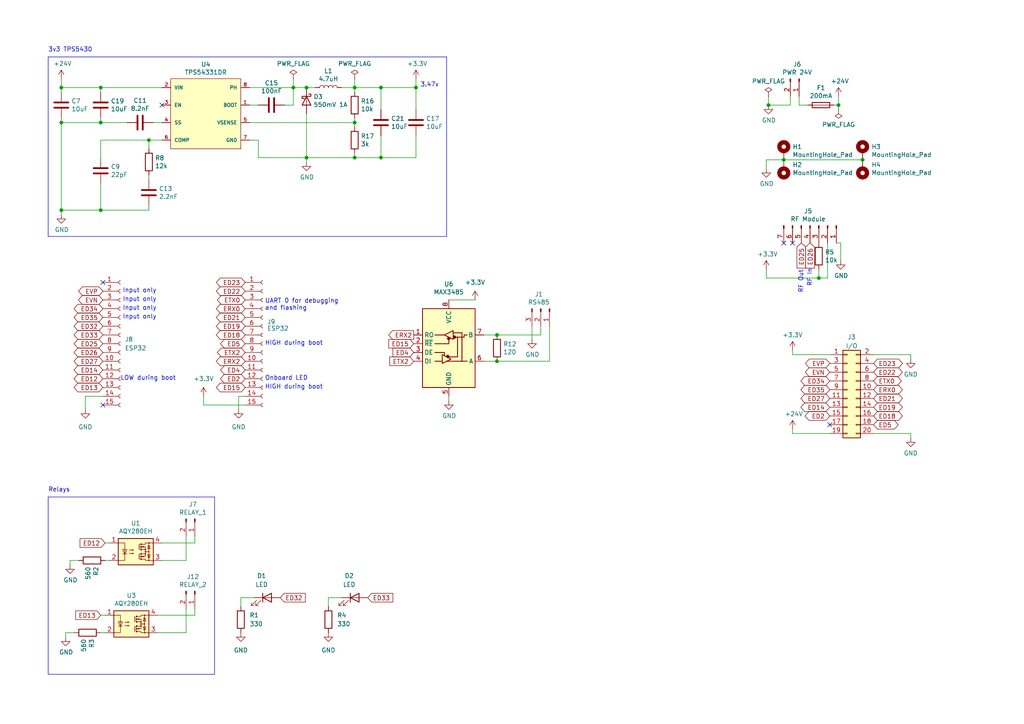
<source format=kicad_sch>
(kicad_sch (version 20230121) (generator eeschema)

  (uuid eb6d9c11-1322-497a-b8f1-7adb02bbc7ab)

  (paper "A4")

  (title_block
    (title "Irrigation Controller Unit")
    (rev "1")
    (company "Daniel McMillan")
  )

  (lib_symbols
    (symbol "Connector:Conn_01x02_Pin" (pin_names (offset 1.016) hide) (in_bom yes) (on_board yes)
      (property "Reference" "J" (at 0 2.54 0)
        (effects (font (size 1.27 1.27)))
      )
      (property "Value" "Conn_01x02_Pin" (at 0 -5.08 0)
        (effects (font (size 1.27 1.27)))
      )
      (property "Footprint" "" (at 0 0 0)
        (effects (font (size 1.27 1.27)) hide)
      )
      (property "Datasheet" "~" (at 0 0 0)
        (effects (font (size 1.27 1.27)) hide)
      )
      (property "ki_locked" "" (at 0 0 0)
        (effects (font (size 1.27 1.27)))
      )
      (property "ki_keywords" "connector" (at 0 0 0)
        (effects (font (size 1.27 1.27)) hide)
      )
      (property "ki_description" "Generic connector, single row, 01x02, script generated" (at 0 0 0)
        (effects (font (size 1.27 1.27)) hide)
      )
      (property "ki_fp_filters" "Connector*:*_1x??_*" (at 0 0 0)
        (effects (font (size 1.27 1.27)) hide)
      )
      (symbol "Conn_01x02_Pin_1_1"
        (polyline
          (pts
            (xy 1.27 -2.54)
            (xy 0.8636 -2.54)
          )
          (stroke (width 0.1524) (type default))
          (fill (type none))
        )
        (polyline
          (pts
            (xy 1.27 0)
            (xy 0.8636 0)
          )
          (stroke (width 0.1524) (type default))
          (fill (type none))
        )
        (rectangle (start 0.8636 -2.413) (end 0 -2.667)
          (stroke (width 0.1524) (type default))
          (fill (type outline))
        )
        (rectangle (start 0.8636 0.127) (end 0 -0.127)
          (stroke (width 0.1524) (type default))
          (fill (type outline))
        )
        (pin passive line (at 5.08 0 180) (length 3.81)
          (name "Pin_1" (effects (font (size 1.27 1.27))))
          (number "1" (effects (font (size 1.27 1.27))))
        )
        (pin passive line (at 5.08 -2.54 180) (length 3.81)
          (name "Pin_2" (effects (font (size 1.27 1.27))))
          (number "2" (effects (font (size 1.27 1.27))))
        )
      )
    )
    (symbol "Connector:Conn_01x03_Pin" (pin_names (offset 1.016) hide) (in_bom yes) (on_board yes)
      (property "Reference" "J" (at 0 5.08 0)
        (effects (font (size 1.27 1.27)))
      )
      (property "Value" "Conn_01x03_Pin" (at 0 -5.08 0)
        (effects (font (size 1.27 1.27)))
      )
      (property "Footprint" "" (at 0 0 0)
        (effects (font (size 1.27 1.27)) hide)
      )
      (property "Datasheet" "~" (at 0 0 0)
        (effects (font (size 1.27 1.27)) hide)
      )
      (property "ki_locked" "" (at 0 0 0)
        (effects (font (size 1.27 1.27)))
      )
      (property "ki_keywords" "connector" (at 0 0 0)
        (effects (font (size 1.27 1.27)) hide)
      )
      (property "ki_description" "Generic connector, single row, 01x03, script generated" (at 0 0 0)
        (effects (font (size 1.27 1.27)) hide)
      )
      (property "ki_fp_filters" "Connector*:*_1x??_*" (at 0 0 0)
        (effects (font (size 1.27 1.27)) hide)
      )
      (symbol "Conn_01x03_Pin_1_1"
        (polyline
          (pts
            (xy 1.27 -2.54)
            (xy 0.8636 -2.54)
          )
          (stroke (width 0.1524) (type default))
          (fill (type none))
        )
        (polyline
          (pts
            (xy 1.27 0)
            (xy 0.8636 0)
          )
          (stroke (width 0.1524) (type default))
          (fill (type none))
        )
        (polyline
          (pts
            (xy 1.27 2.54)
            (xy 0.8636 2.54)
          )
          (stroke (width 0.1524) (type default))
          (fill (type none))
        )
        (rectangle (start 0.8636 -2.413) (end 0 -2.667)
          (stroke (width 0.1524) (type default))
          (fill (type outline))
        )
        (rectangle (start 0.8636 0.127) (end 0 -0.127)
          (stroke (width 0.1524) (type default))
          (fill (type outline))
        )
        (rectangle (start 0.8636 2.667) (end 0 2.413)
          (stroke (width 0.1524) (type default))
          (fill (type outline))
        )
        (pin passive line (at 5.08 2.54 180) (length 3.81)
          (name "Pin_1" (effects (font (size 1.27 1.27))))
          (number "1" (effects (font (size 1.27 1.27))))
        )
        (pin passive line (at 5.08 0 180) (length 3.81)
          (name "Pin_2" (effects (font (size 1.27 1.27))))
          (number "2" (effects (font (size 1.27 1.27))))
        )
        (pin passive line (at 5.08 -2.54 180) (length 3.81)
          (name "Pin_3" (effects (font (size 1.27 1.27))))
          (number "3" (effects (font (size 1.27 1.27))))
        )
      )
    )
    (symbol "Connector:Conn_01x07_Pin" (pin_names (offset 1.016) hide) (in_bom yes) (on_board yes)
      (property "Reference" "J" (at 0 10.16 0)
        (effects (font (size 1.27 1.27)))
      )
      (property "Value" "Conn_01x07_Pin" (at 0 -10.16 0)
        (effects (font (size 1.27 1.27)))
      )
      (property "Footprint" "" (at 0 0 0)
        (effects (font (size 1.27 1.27)) hide)
      )
      (property "Datasheet" "~" (at 0 0 0)
        (effects (font (size 1.27 1.27)) hide)
      )
      (property "ki_locked" "" (at 0 0 0)
        (effects (font (size 1.27 1.27)))
      )
      (property "ki_keywords" "connector" (at 0 0 0)
        (effects (font (size 1.27 1.27)) hide)
      )
      (property "ki_description" "Generic connector, single row, 01x07, script generated" (at 0 0 0)
        (effects (font (size 1.27 1.27)) hide)
      )
      (property "ki_fp_filters" "Connector*:*_1x??_*" (at 0 0 0)
        (effects (font (size 1.27 1.27)) hide)
      )
      (symbol "Conn_01x07_Pin_1_1"
        (polyline
          (pts
            (xy 1.27 -7.62)
            (xy 0.8636 -7.62)
          )
          (stroke (width 0.1524) (type default))
          (fill (type none))
        )
        (polyline
          (pts
            (xy 1.27 -5.08)
            (xy 0.8636 -5.08)
          )
          (stroke (width 0.1524) (type default))
          (fill (type none))
        )
        (polyline
          (pts
            (xy 1.27 -2.54)
            (xy 0.8636 -2.54)
          )
          (stroke (width 0.1524) (type default))
          (fill (type none))
        )
        (polyline
          (pts
            (xy 1.27 0)
            (xy 0.8636 0)
          )
          (stroke (width 0.1524) (type default))
          (fill (type none))
        )
        (polyline
          (pts
            (xy 1.27 2.54)
            (xy 0.8636 2.54)
          )
          (stroke (width 0.1524) (type default))
          (fill (type none))
        )
        (polyline
          (pts
            (xy 1.27 5.08)
            (xy 0.8636 5.08)
          )
          (stroke (width 0.1524) (type default))
          (fill (type none))
        )
        (polyline
          (pts
            (xy 1.27 7.62)
            (xy 0.8636 7.62)
          )
          (stroke (width 0.1524) (type default))
          (fill (type none))
        )
        (rectangle (start 0.8636 -7.493) (end 0 -7.747)
          (stroke (width 0.1524) (type default))
          (fill (type outline))
        )
        (rectangle (start 0.8636 -4.953) (end 0 -5.207)
          (stroke (width 0.1524) (type default))
          (fill (type outline))
        )
        (rectangle (start 0.8636 -2.413) (end 0 -2.667)
          (stroke (width 0.1524) (type default))
          (fill (type outline))
        )
        (rectangle (start 0.8636 0.127) (end 0 -0.127)
          (stroke (width 0.1524) (type default))
          (fill (type outline))
        )
        (rectangle (start 0.8636 2.667) (end 0 2.413)
          (stroke (width 0.1524) (type default))
          (fill (type outline))
        )
        (rectangle (start 0.8636 5.207) (end 0 4.953)
          (stroke (width 0.1524) (type default))
          (fill (type outline))
        )
        (rectangle (start 0.8636 7.747) (end 0 7.493)
          (stroke (width 0.1524) (type default))
          (fill (type outline))
        )
        (pin passive line (at 5.08 7.62 180) (length 3.81)
          (name "Pin_1" (effects (font (size 1.27 1.27))))
          (number "1" (effects (font (size 1.27 1.27))))
        )
        (pin passive line (at 5.08 5.08 180) (length 3.81)
          (name "Pin_2" (effects (font (size 1.27 1.27))))
          (number "2" (effects (font (size 1.27 1.27))))
        )
        (pin passive line (at 5.08 2.54 180) (length 3.81)
          (name "Pin_3" (effects (font (size 1.27 1.27))))
          (number "3" (effects (font (size 1.27 1.27))))
        )
        (pin passive line (at 5.08 0 180) (length 3.81)
          (name "Pin_4" (effects (font (size 1.27 1.27))))
          (number "4" (effects (font (size 1.27 1.27))))
        )
        (pin passive line (at 5.08 -2.54 180) (length 3.81)
          (name "Pin_5" (effects (font (size 1.27 1.27))))
          (number "5" (effects (font (size 1.27 1.27))))
        )
        (pin passive line (at 5.08 -5.08 180) (length 3.81)
          (name "Pin_6" (effects (font (size 1.27 1.27))))
          (number "6" (effects (font (size 1.27 1.27))))
        )
        (pin passive line (at 5.08 -7.62 180) (length 3.81)
          (name "Pin_7" (effects (font (size 1.27 1.27))))
          (number "7" (effects (font (size 1.27 1.27))))
        )
      )
    )
    (symbol "Connector:Conn_01x15_Socket" (pin_names (offset 1.016) hide) (in_bom yes) (on_board yes)
      (property "Reference" "J" (at 0 20.32 0)
        (effects (font (size 1.27 1.27)))
      )
      (property "Value" "Conn_01x15_Socket" (at 0 -20.32 0)
        (effects (font (size 1.27 1.27)))
      )
      (property "Footprint" "" (at 0 0 0)
        (effects (font (size 1.27 1.27)) hide)
      )
      (property "Datasheet" "~" (at 0 0 0)
        (effects (font (size 1.27 1.27)) hide)
      )
      (property "ki_locked" "" (at 0 0 0)
        (effects (font (size 1.27 1.27)))
      )
      (property "ki_keywords" "connector" (at 0 0 0)
        (effects (font (size 1.27 1.27)) hide)
      )
      (property "ki_description" "Generic connector, single row, 01x15, script generated" (at 0 0 0)
        (effects (font (size 1.27 1.27)) hide)
      )
      (property "ki_fp_filters" "Connector*:*_1x??_*" (at 0 0 0)
        (effects (font (size 1.27 1.27)) hide)
      )
      (symbol "Conn_01x15_Socket_1_1"
        (arc (start 0 -17.272) (mid -0.5058 -17.78) (end 0 -18.288)
          (stroke (width 0.1524) (type default))
          (fill (type none))
        )
        (arc (start 0 -14.732) (mid -0.5058 -15.24) (end 0 -15.748)
          (stroke (width 0.1524) (type default))
          (fill (type none))
        )
        (arc (start 0 -12.192) (mid -0.5058 -12.7) (end 0 -13.208)
          (stroke (width 0.1524) (type default))
          (fill (type none))
        )
        (arc (start 0 -9.652) (mid -0.5058 -10.16) (end 0 -10.668)
          (stroke (width 0.1524) (type default))
          (fill (type none))
        )
        (arc (start 0 -7.112) (mid -0.5058 -7.62) (end 0 -8.128)
          (stroke (width 0.1524) (type default))
          (fill (type none))
        )
        (arc (start 0 -4.572) (mid -0.5058 -5.08) (end 0 -5.588)
          (stroke (width 0.1524) (type default))
          (fill (type none))
        )
        (arc (start 0 -2.032) (mid -0.5058 -2.54) (end 0 -3.048)
          (stroke (width 0.1524) (type default))
          (fill (type none))
        )
        (polyline
          (pts
            (xy -1.27 -17.78)
            (xy -0.508 -17.78)
          )
          (stroke (width 0.1524) (type default))
          (fill (type none))
        )
        (polyline
          (pts
            (xy -1.27 -15.24)
            (xy -0.508 -15.24)
          )
          (stroke (width 0.1524) (type default))
          (fill (type none))
        )
        (polyline
          (pts
            (xy -1.27 -12.7)
            (xy -0.508 -12.7)
          )
          (stroke (width 0.1524) (type default))
          (fill (type none))
        )
        (polyline
          (pts
            (xy -1.27 -10.16)
            (xy -0.508 -10.16)
          )
          (stroke (width 0.1524) (type default))
          (fill (type none))
        )
        (polyline
          (pts
            (xy -1.27 -7.62)
            (xy -0.508 -7.62)
          )
          (stroke (width 0.1524) (type default))
          (fill (type none))
        )
        (polyline
          (pts
            (xy -1.27 -5.08)
            (xy -0.508 -5.08)
          )
          (stroke (width 0.1524) (type default))
          (fill (type none))
        )
        (polyline
          (pts
            (xy -1.27 -2.54)
            (xy -0.508 -2.54)
          )
          (stroke (width 0.1524) (type default))
          (fill (type none))
        )
        (polyline
          (pts
            (xy -1.27 0)
            (xy -0.508 0)
          )
          (stroke (width 0.1524) (type default))
          (fill (type none))
        )
        (polyline
          (pts
            (xy -1.27 2.54)
            (xy -0.508 2.54)
          )
          (stroke (width 0.1524) (type default))
          (fill (type none))
        )
        (polyline
          (pts
            (xy -1.27 5.08)
            (xy -0.508 5.08)
          )
          (stroke (width 0.1524) (type default))
          (fill (type none))
        )
        (polyline
          (pts
            (xy -1.27 7.62)
            (xy -0.508 7.62)
          )
          (stroke (width 0.1524) (type default))
          (fill (type none))
        )
        (polyline
          (pts
            (xy -1.27 10.16)
            (xy -0.508 10.16)
          )
          (stroke (width 0.1524) (type default))
          (fill (type none))
        )
        (polyline
          (pts
            (xy -1.27 12.7)
            (xy -0.508 12.7)
          )
          (stroke (width 0.1524) (type default))
          (fill (type none))
        )
        (polyline
          (pts
            (xy -1.27 15.24)
            (xy -0.508 15.24)
          )
          (stroke (width 0.1524) (type default))
          (fill (type none))
        )
        (polyline
          (pts
            (xy -1.27 17.78)
            (xy -0.508 17.78)
          )
          (stroke (width 0.1524) (type default))
          (fill (type none))
        )
        (arc (start 0 0.508) (mid -0.5058 0) (end 0 -0.508)
          (stroke (width 0.1524) (type default))
          (fill (type none))
        )
        (arc (start 0 3.048) (mid -0.5058 2.54) (end 0 2.032)
          (stroke (width 0.1524) (type default))
          (fill (type none))
        )
        (arc (start 0 5.588) (mid -0.5058 5.08) (end 0 4.572)
          (stroke (width 0.1524) (type default))
          (fill (type none))
        )
        (arc (start 0 8.128) (mid -0.5058 7.62) (end 0 7.112)
          (stroke (width 0.1524) (type default))
          (fill (type none))
        )
        (arc (start 0 10.668) (mid -0.5058 10.16) (end 0 9.652)
          (stroke (width 0.1524) (type default))
          (fill (type none))
        )
        (arc (start 0 13.208) (mid -0.5058 12.7) (end 0 12.192)
          (stroke (width 0.1524) (type default))
          (fill (type none))
        )
        (arc (start 0 15.748) (mid -0.5058 15.24) (end 0 14.732)
          (stroke (width 0.1524) (type default))
          (fill (type none))
        )
        (arc (start 0 18.288) (mid -0.5058 17.78) (end 0 17.272)
          (stroke (width 0.1524) (type default))
          (fill (type none))
        )
        (pin passive line (at -5.08 17.78 0) (length 3.81)
          (name "Pin_1" (effects (font (size 1.27 1.27))))
          (number "1" (effects (font (size 1.27 1.27))))
        )
        (pin passive line (at -5.08 -5.08 0) (length 3.81)
          (name "Pin_10" (effects (font (size 1.27 1.27))))
          (number "10" (effects (font (size 1.27 1.27))))
        )
        (pin passive line (at -5.08 -7.62 0) (length 3.81)
          (name "Pin_11" (effects (font (size 1.27 1.27))))
          (number "11" (effects (font (size 1.27 1.27))))
        )
        (pin passive line (at -5.08 -10.16 0) (length 3.81)
          (name "Pin_12" (effects (font (size 1.27 1.27))))
          (number "12" (effects (font (size 1.27 1.27))))
        )
        (pin passive line (at -5.08 -12.7 0) (length 3.81)
          (name "Pin_13" (effects (font (size 1.27 1.27))))
          (number "13" (effects (font (size 1.27 1.27))))
        )
        (pin passive line (at -5.08 -15.24 0) (length 3.81)
          (name "Pin_14" (effects (font (size 1.27 1.27))))
          (number "14" (effects (font (size 1.27 1.27))))
        )
        (pin passive line (at -5.08 -17.78 0) (length 3.81)
          (name "Pin_15" (effects (font (size 1.27 1.27))))
          (number "15" (effects (font (size 1.27 1.27))))
        )
        (pin passive line (at -5.08 15.24 0) (length 3.81)
          (name "Pin_2" (effects (font (size 1.27 1.27))))
          (number "2" (effects (font (size 1.27 1.27))))
        )
        (pin passive line (at -5.08 12.7 0) (length 3.81)
          (name "Pin_3" (effects (font (size 1.27 1.27))))
          (number "3" (effects (font (size 1.27 1.27))))
        )
        (pin passive line (at -5.08 10.16 0) (length 3.81)
          (name "Pin_4" (effects (font (size 1.27 1.27))))
          (number "4" (effects (font (size 1.27 1.27))))
        )
        (pin passive line (at -5.08 7.62 0) (length 3.81)
          (name "Pin_5" (effects (font (size 1.27 1.27))))
          (number "5" (effects (font (size 1.27 1.27))))
        )
        (pin passive line (at -5.08 5.08 0) (length 3.81)
          (name "Pin_6" (effects (font (size 1.27 1.27))))
          (number "6" (effects (font (size 1.27 1.27))))
        )
        (pin passive line (at -5.08 2.54 0) (length 3.81)
          (name "Pin_7" (effects (font (size 1.27 1.27))))
          (number "7" (effects (font (size 1.27 1.27))))
        )
        (pin passive line (at -5.08 0 0) (length 3.81)
          (name "Pin_8" (effects (font (size 1.27 1.27))))
          (number "8" (effects (font (size 1.27 1.27))))
        )
        (pin passive line (at -5.08 -2.54 0) (length 3.81)
          (name "Pin_9" (effects (font (size 1.27 1.27))))
          (number "9" (effects (font (size 1.27 1.27))))
        )
      )
    )
    (symbol "Connector_Generic:Conn_02x10_Odd_Even" (pin_names (offset 1.016) hide) (in_bom yes) (on_board yes)
      (property "Reference" "J" (at 1.27 12.7 0)
        (effects (font (size 1.27 1.27)))
      )
      (property "Value" "Conn_02x10_Odd_Even" (at 1.27 -15.24 0)
        (effects (font (size 1.27 1.27)))
      )
      (property "Footprint" "" (at 0 0 0)
        (effects (font (size 1.27 1.27)) hide)
      )
      (property "Datasheet" "~" (at 0 0 0)
        (effects (font (size 1.27 1.27)) hide)
      )
      (property "ki_keywords" "connector" (at 0 0 0)
        (effects (font (size 1.27 1.27)) hide)
      )
      (property "ki_description" "Generic connector, double row, 02x10, odd/even pin numbering scheme (row 1 odd numbers, row 2 even numbers), script generated (kicad-library-utils/schlib/autogen/connector/)" (at 0 0 0)
        (effects (font (size 1.27 1.27)) hide)
      )
      (property "ki_fp_filters" "Connector*:*_2x??_*" (at 0 0 0)
        (effects (font (size 1.27 1.27)) hide)
      )
      (symbol "Conn_02x10_Odd_Even_1_1"
        (rectangle (start -1.27 -12.573) (end 0 -12.827)
          (stroke (width 0.1524) (type default))
          (fill (type none))
        )
        (rectangle (start -1.27 -10.033) (end 0 -10.287)
          (stroke (width 0.1524) (type default))
          (fill (type none))
        )
        (rectangle (start -1.27 -7.493) (end 0 -7.747)
          (stroke (width 0.1524) (type default))
          (fill (type none))
        )
        (rectangle (start -1.27 -4.953) (end 0 -5.207)
          (stroke (width 0.1524) (type default))
          (fill (type none))
        )
        (rectangle (start -1.27 -2.413) (end 0 -2.667)
          (stroke (width 0.1524) (type default))
          (fill (type none))
        )
        (rectangle (start -1.27 0.127) (end 0 -0.127)
          (stroke (width 0.1524) (type default))
          (fill (type none))
        )
        (rectangle (start -1.27 2.667) (end 0 2.413)
          (stroke (width 0.1524) (type default))
          (fill (type none))
        )
        (rectangle (start -1.27 5.207) (end 0 4.953)
          (stroke (width 0.1524) (type default))
          (fill (type none))
        )
        (rectangle (start -1.27 7.747) (end 0 7.493)
          (stroke (width 0.1524) (type default))
          (fill (type none))
        )
        (rectangle (start -1.27 10.287) (end 0 10.033)
          (stroke (width 0.1524) (type default))
          (fill (type none))
        )
        (rectangle (start -1.27 11.43) (end 3.81 -13.97)
          (stroke (width 0.254) (type default))
          (fill (type background))
        )
        (rectangle (start 3.81 -12.573) (end 2.54 -12.827)
          (stroke (width 0.1524) (type default))
          (fill (type none))
        )
        (rectangle (start 3.81 -10.033) (end 2.54 -10.287)
          (stroke (width 0.1524) (type default))
          (fill (type none))
        )
        (rectangle (start 3.81 -7.493) (end 2.54 -7.747)
          (stroke (width 0.1524) (type default))
          (fill (type none))
        )
        (rectangle (start 3.81 -4.953) (end 2.54 -5.207)
          (stroke (width 0.1524) (type default))
          (fill (type none))
        )
        (rectangle (start 3.81 -2.413) (end 2.54 -2.667)
          (stroke (width 0.1524) (type default))
          (fill (type none))
        )
        (rectangle (start 3.81 0.127) (end 2.54 -0.127)
          (stroke (width 0.1524) (type default))
          (fill (type none))
        )
        (rectangle (start 3.81 2.667) (end 2.54 2.413)
          (stroke (width 0.1524) (type default))
          (fill (type none))
        )
        (rectangle (start 3.81 5.207) (end 2.54 4.953)
          (stroke (width 0.1524) (type default))
          (fill (type none))
        )
        (rectangle (start 3.81 7.747) (end 2.54 7.493)
          (stroke (width 0.1524) (type default))
          (fill (type none))
        )
        (rectangle (start 3.81 10.287) (end 2.54 10.033)
          (stroke (width 0.1524) (type default))
          (fill (type none))
        )
        (pin passive line (at -5.08 10.16 0) (length 3.81)
          (name "Pin_1" (effects (font (size 1.27 1.27))))
          (number "1" (effects (font (size 1.27 1.27))))
        )
        (pin passive line (at 7.62 0 180) (length 3.81)
          (name "Pin_10" (effects (font (size 1.27 1.27))))
          (number "10" (effects (font (size 1.27 1.27))))
        )
        (pin passive line (at -5.08 -2.54 0) (length 3.81)
          (name "Pin_11" (effects (font (size 1.27 1.27))))
          (number "11" (effects (font (size 1.27 1.27))))
        )
        (pin passive line (at 7.62 -2.54 180) (length 3.81)
          (name "Pin_12" (effects (font (size 1.27 1.27))))
          (number "12" (effects (font (size 1.27 1.27))))
        )
        (pin passive line (at -5.08 -5.08 0) (length 3.81)
          (name "Pin_13" (effects (font (size 1.27 1.27))))
          (number "13" (effects (font (size 1.27 1.27))))
        )
        (pin passive line (at 7.62 -5.08 180) (length 3.81)
          (name "Pin_14" (effects (font (size 1.27 1.27))))
          (number "14" (effects (font (size 1.27 1.27))))
        )
        (pin passive line (at -5.08 -7.62 0) (length 3.81)
          (name "Pin_15" (effects (font (size 1.27 1.27))))
          (number "15" (effects (font (size 1.27 1.27))))
        )
        (pin passive line (at 7.62 -7.62 180) (length 3.81)
          (name "Pin_16" (effects (font (size 1.27 1.27))))
          (number "16" (effects (font (size 1.27 1.27))))
        )
        (pin passive line (at -5.08 -10.16 0) (length 3.81)
          (name "Pin_17" (effects (font (size 1.27 1.27))))
          (number "17" (effects (font (size 1.27 1.27))))
        )
        (pin passive line (at 7.62 -10.16 180) (length 3.81)
          (name "Pin_18" (effects (font (size 1.27 1.27))))
          (number "18" (effects (font (size 1.27 1.27))))
        )
        (pin passive line (at -5.08 -12.7 0) (length 3.81)
          (name "Pin_19" (effects (font (size 1.27 1.27))))
          (number "19" (effects (font (size 1.27 1.27))))
        )
        (pin passive line (at 7.62 10.16 180) (length 3.81)
          (name "Pin_2" (effects (font (size 1.27 1.27))))
          (number "2" (effects (font (size 1.27 1.27))))
        )
        (pin passive line (at 7.62 -12.7 180) (length 3.81)
          (name "Pin_20" (effects (font (size 1.27 1.27))))
          (number "20" (effects (font (size 1.27 1.27))))
        )
        (pin passive line (at -5.08 7.62 0) (length 3.81)
          (name "Pin_3" (effects (font (size 1.27 1.27))))
          (number "3" (effects (font (size 1.27 1.27))))
        )
        (pin passive line (at 7.62 7.62 180) (length 3.81)
          (name "Pin_4" (effects (font (size 1.27 1.27))))
          (number "4" (effects (font (size 1.27 1.27))))
        )
        (pin passive line (at -5.08 5.08 0) (length 3.81)
          (name "Pin_5" (effects (font (size 1.27 1.27))))
          (number "5" (effects (font (size 1.27 1.27))))
        )
        (pin passive line (at 7.62 5.08 180) (length 3.81)
          (name "Pin_6" (effects (font (size 1.27 1.27))))
          (number "6" (effects (font (size 1.27 1.27))))
        )
        (pin passive line (at -5.08 2.54 0) (length 3.81)
          (name "Pin_7" (effects (font (size 1.27 1.27))))
          (number "7" (effects (font (size 1.27 1.27))))
        )
        (pin passive line (at 7.62 2.54 180) (length 3.81)
          (name "Pin_8" (effects (font (size 1.27 1.27))))
          (number "8" (effects (font (size 1.27 1.27))))
        )
        (pin passive line (at -5.08 0 0) (length 3.81)
          (name "Pin_9" (effects (font (size 1.27 1.27))))
          (number "9" (effects (font (size 1.27 1.27))))
        )
      )
    )
    (symbol "Device:C" (pin_numbers hide) (pin_names (offset 0.254)) (in_bom yes) (on_board yes)
      (property "Reference" "C" (at 0.635 2.54 0)
        (effects (font (size 1.27 1.27)) (justify left))
      )
      (property "Value" "C" (at 0.635 -2.54 0)
        (effects (font (size 1.27 1.27)) (justify left))
      )
      (property "Footprint" "" (at 0.9652 -3.81 0)
        (effects (font (size 1.27 1.27)) hide)
      )
      (property "Datasheet" "~" (at 0 0 0)
        (effects (font (size 1.27 1.27)) hide)
      )
      (property "ki_keywords" "cap capacitor" (at 0 0 0)
        (effects (font (size 1.27 1.27)) hide)
      )
      (property "ki_description" "Unpolarized capacitor" (at 0 0 0)
        (effects (font (size 1.27 1.27)) hide)
      )
      (property "ki_fp_filters" "C_*" (at 0 0 0)
        (effects (font (size 1.27 1.27)) hide)
      )
      (symbol "C_0_1"
        (polyline
          (pts
            (xy -2.032 -0.762)
            (xy 2.032 -0.762)
          )
          (stroke (width 0.508) (type default))
          (fill (type none))
        )
        (polyline
          (pts
            (xy -2.032 0.762)
            (xy 2.032 0.762)
          )
          (stroke (width 0.508) (type default))
          (fill (type none))
        )
      )
      (symbol "C_1_1"
        (pin passive line (at 0 3.81 270) (length 2.794)
          (name "~" (effects (font (size 1.27 1.27))))
          (number "1" (effects (font (size 1.27 1.27))))
        )
        (pin passive line (at 0 -3.81 90) (length 2.794)
          (name "~" (effects (font (size 1.27 1.27))))
          (number "2" (effects (font (size 1.27 1.27))))
        )
      )
    )
    (symbol "Device:D_Schottky" (pin_numbers hide) (pin_names (offset 1.016) hide) (in_bom yes) (on_board yes)
      (property "Reference" "D" (at 0 2.54 0)
        (effects (font (size 1.27 1.27)))
      )
      (property "Value" "D_Schottky" (at 0 -2.54 0)
        (effects (font (size 1.27 1.27)))
      )
      (property "Footprint" "" (at 0 0 0)
        (effects (font (size 1.27 1.27)) hide)
      )
      (property "Datasheet" "~" (at 0 0 0)
        (effects (font (size 1.27 1.27)) hide)
      )
      (property "ki_keywords" "diode Schottky" (at 0 0 0)
        (effects (font (size 1.27 1.27)) hide)
      )
      (property "ki_description" "Schottky diode" (at 0 0 0)
        (effects (font (size 1.27 1.27)) hide)
      )
      (property "ki_fp_filters" "TO-???* *_Diode_* *SingleDiode* D_*" (at 0 0 0)
        (effects (font (size 1.27 1.27)) hide)
      )
      (symbol "D_Schottky_0_1"
        (polyline
          (pts
            (xy 1.27 0)
            (xy -1.27 0)
          )
          (stroke (width 0) (type default))
          (fill (type none))
        )
        (polyline
          (pts
            (xy 1.27 1.27)
            (xy 1.27 -1.27)
            (xy -1.27 0)
            (xy 1.27 1.27)
          )
          (stroke (width 0.254) (type default))
          (fill (type none))
        )
        (polyline
          (pts
            (xy -1.905 0.635)
            (xy -1.905 1.27)
            (xy -1.27 1.27)
            (xy -1.27 -1.27)
            (xy -0.635 -1.27)
            (xy -0.635 -0.635)
          )
          (stroke (width 0.254) (type default))
          (fill (type none))
        )
      )
      (symbol "D_Schottky_1_1"
        (pin passive line (at -3.81 0 0) (length 2.54)
          (name "K" (effects (font (size 1.27 1.27))))
          (number "1" (effects (font (size 1.27 1.27))))
        )
        (pin passive line (at 3.81 0 180) (length 2.54)
          (name "A" (effects (font (size 1.27 1.27))))
          (number "2" (effects (font (size 1.27 1.27))))
        )
      )
    )
    (symbol "Device:Fuse" (pin_numbers hide) (pin_names (offset 0)) (in_bom yes) (on_board yes)
      (property "Reference" "F" (at 2.032 0 90)
        (effects (font (size 1.27 1.27)))
      )
      (property "Value" "Fuse" (at -1.905 0 90)
        (effects (font (size 1.27 1.27)))
      )
      (property "Footprint" "" (at -1.778 0 90)
        (effects (font (size 1.27 1.27)) hide)
      )
      (property "Datasheet" "~" (at 0 0 0)
        (effects (font (size 1.27 1.27)) hide)
      )
      (property "ki_keywords" "fuse" (at 0 0 0)
        (effects (font (size 1.27 1.27)) hide)
      )
      (property "ki_description" "Fuse" (at 0 0 0)
        (effects (font (size 1.27 1.27)) hide)
      )
      (property "ki_fp_filters" "*Fuse*" (at 0 0 0)
        (effects (font (size 1.27 1.27)) hide)
      )
      (symbol "Fuse_0_1"
        (rectangle (start -0.762 -2.54) (end 0.762 2.54)
          (stroke (width 0.254) (type default))
          (fill (type none))
        )
        (polyline
          (pts
            (xy 0 2.54)
            (xy 0 -2.54)
          )
          (stroke (width 0) (type default))
          (fill (type none))
        )
      )
      (symbol "Fuse_1_1"
        (pin passive line (at 0 3.81 270) (length 1.27)
          (name "~" (effects (font (size 1.27 1.27))))
          (number "1" (effects (font (size 1.27 1.27))))
        )
        (pin passive line (at 0 -3.81 90) (length 1.27)
          (name "~" (effects (font (size 1.27 1.27))))
          (number "2" (effects (font (size 1.27 1.27))))
        )
      )
    )
    (symbol "Device:L" (pin_numbers hide) (pin_names (offset 1.016) hide) (in_bom yes) (on_board yes)
      (property "Reference" "L" (at -1.27 0 90)
        (effects (font (size 1.27 1.27)))
      )
      (property "Value" "L" (at 1.905 0 90)
        (effects (font (size 1.27 1.27)))
      )
      (property "Footprint" "" (at 0 0 0)
        (effects (font (size 1.27 1.27)) hide)
      )
      (property "Datasheet" "~" (at 0 0 0)
        (effects (font (size 1.27 1.27)) hide)
      )
      (property "ki_keywords" "inductor choke coil reactor magnetic" (at 0 0 0)
        (effects (font (size 1.27 1.27)) hide)
      )
      (property "ki_description" "Inductor" (at 0 0 0)
        (effects (font (size 1.27 1.27)) hide)
      )
      (property "ki_fp_filters" "Choke_* *Coil* Inductor_* L_*" (at 0 0 0)
        (effects (font (size 1.27 1.27)) hide)
      )
      (symbol "L_0_1"
        (arc (start 0 -2.54) (mid 0.6323 -1.905) (end 0 -1.27)
          (stroke (width 0) (type default))
          (fill (type none))
        )
        (arc (start 0 -1.27) (mid 0.6323 -0.635) (end 0 0)
          (stroke (width 0) (type default))
          (fill (type none))
        )
        (arc (start 0 0) (mid 0.6323 0.635) (end 0 1.27)
          (stroke (width 0) (type default))
          (fill (type none))
        )
        (arc (start 0 1.27) (mid 0.6323 1.905) (end 0 2.54)
          (stroke (width 0) (type default))
          (fill (type none))
        )
      )
      (symbol "L_1_1"
        (pin passive line (at 0 3.81 270) (length 1.27)
          (name "1" (effects (font (size 1.27 1.27))))
          (number "1" (effects (font (size 1.27 1.27))))
        )
        (pin passive line (at 0 -3.81 90) (length 1.27)
          (name "2" (effects (font (size 1.27 1.27))))
          (number "2" (effects (font (size 1.27 1.27))))
        )
      )
    )
    (symbol "Device:LED" (pin_numbers hide) (pin_names (offset 1.016) hide) (in_bom yes) (on_board yes)
      (property "Reference" "D" (at 0 2.54 0)
        (effects (font (size 1.27 1.27)))
      )
      (property "Value" "LED" (at 0 -2.54 0)
        (effects (font (size 1.27 1.27)))
      )
      (property "Footprint" "" (at 0 0 0)
        (effects (font (size 1.27 1.27)) hide)
      )
      (property "Datasheet" "~" (at 0 0 0)
        (effects (font (size 1.27 1.27)) hide)
      )
      (property "ki_keywords" "LED diode" (at 0 0 0)
        (effects (font (size 1.27 1.27)) hide)
      )
      (property "ki_description" "Light emitting diode" (at 0 0 0)
        (effects (font (size 1.27 1.27)) hide)
      )
      (property "ki_fp_filters" "LED* LED_SMD:* LED_THT:*" (at 0 0 0)
        (effects (font (size 1.27 1.27)) hide)
      )
      (symbol "LED_0_1"
        (polyline
          (pts
            (xy -1.27 -1.27)
            (xy -1.27 1.27)
          )
          (stroke (width 0.254) (type default))
          (fill (type none))
        )
        (polyline
          (pts
            (xy -1.27 0)
            (xy 1.27 0)
          )
          (stroke (width 0) (type default))
          (fill (type none))
        )
        (polyline
          (pts
            (xy 1.27 -1.27)
            (xy 1.27 1.27)
            (xy -1.27 0)
            (xy 1.27 -1.27)
          )
          (stroke (width 0.254) (type default))
          (fill (type none))
        )
        (polyline
          (pts
            (xy -3.048 -0.762)
            (xy -4.572 -2.286)
            (xy -3.81 -2.286)
            (xy -4.572 -2.286)
            (xy -4.572 -1.524)
          )
          (stroke (width 0) (type default))
          (fill (type none))
        )
        (polyline
          (pts
            (xy -1.778 -0.762)
            (xy -3.302 -2.286)
            (xy -2.54 -2.286)
            (xy -3.302 -2.286)
            (xy -3.302 -1.524)
          )
          (stroke (width 0) (type default))
          (fill (type none))
        )
      )
      (symbol "LED_1_1"
        (pin passive line (at -3.81 0 0) (length 2.54)
          (name "K" (effects (font (size 1.27 1.27))))
          (number "1" (effects (font (size 1.27 1.27))))
        )
        (pin passive line (at 3.81 0 180) (length 2.54)
          (name "A" (effects (font (size 1.27 1.27))))
          (number "2" (effects (font (size 1.27 1.27))))
        )
      )
    )
    (symbol "Device:R" (pin_numbers hide) (pin_names (offset 0)) (in_bom yes) (on_board yes)
      (property "Reference" "R" (at 2.032 0 90)
        (effects (font (size 1.27 1.27)))
      )
      (property "Value" "R" (at 0 0 90)
        (effects (font (size 1.27 1.27)))
      )
      (property "Footprint" "" (at -1.778 0 90)
        (effects (font (size 1.27 1.27)) hide)
      )
      (property "Datasheet" "~" (at 0 0 0)
        (effects (font (size 1.27 1.27)) hide)
      )
      (property "ki_keywords" "R res resistor" (at 0 0 0)
        (effects (font (size 1.27 1.27)) hide)
      )
      (property "ki_description" "Resistor" (at 0 0 0)
        (effects (font (size 1.27 1.27)) hide)
      )
      (property "ki_fp_filters" "R_*" (at 0 0 0)
        (effects (font (size 1.27 1.27)) hide)
      )
      (symbol "R_0_1"
        (rectangle (start -1.016 -2.54) (end 1.016 2.54)
          (stroke (width 0.254) (type default))
          (fill (type none))
        )
      )
      (symbol "R_1_1"
        (pin passive line (at 0 3.81 270) (length 1.27)
          (name "~" (effects (font (size 1.27 1.27))))
          (number "1" (effects (font (size 1.27 1.27))))
        )
        (pin passive line (at 0 -3.81 90) (length 1.27)
          (name "~" (effects (font (size 1.27 1.27))))
          (number "2" (effects (font (size 1.27 1.27))))
        )
      )
    )
    (symbol "Interface_UART:MAX3485" (in_bom yes) (on_board yes)
      (property "Reference" "U" (at -6.096 11.43 0)
        (effects (font (size 1.27 1.27)))
      )
      (property "Value" "MAX3485" (at 0.762 11.43 0)
        (effects (font (size 1.27 1.27)) (justify left))
      )
      (property "Footprint" "" (at 0 -17.78 0)
        (effects (font (size 1.27 1.27)) hide)
      )
      (property "Datasheet" "https://datasheets.maximintegrated.com/en/ds/MAX3483-MAX3491.pdf" (at 0 1.27 0)
        (effects (font (size 1.27 1.27)) hide)
      )
      (property "ki_keywords" "RS-485 RS-422 UART line-driver transceiver" (at 0 0 0)
        (effects (font (size 1.27 1.27)) hide)
      )
      (property "ki_description" "True RS-485/RS-422, 10Mbps, Slew-Rate Limited, with low-power shutdown, with receiver/driver enable, 32 receiver drive capacitity, DIP-8 and SOIC-8" (at 0 0 0)
        (effects (font (size 1.27 1.27)) hide)
      )
      (property "ki_fp_filters" "DIP*W7.62mm* SOIC*3.9x4.9mm*P1.27mm*" (at 0 0 0)
        (effects (font (size 1.27 1.27)) hide)
      )
      (symbol "MAX3485_0_1"
        (rectangle (start -7.62 10.16) (end 7.62 -12.7)
          (stroke (width 0.254) (type default))
          (fill (type background))
        )
        (circle (center -0.3048 -3.683) (radius 0.3556)
          (stroke (width 0.254) (type default))
          (fill (type outline))
        )
        (circle (center -0.0254 1.4986) (radius 0.3556)
          (stroke (width 0.254) (type default))
          (fill (type outline))
        )
        (polyline
          (pts
            (xy -4.064 -5.08)
            (xy -1.905 -5.08)
          )
          (stroke (width 0.254) (type default))
          (fill (type none))
        )
        (polyline
          (pts
            (xy -4.064 2.54)
            (xy -1.27 2.54)
          )
          (stroke (width 0.254) (type default))
          (fill (type none))
        )
        (polyline
          (pts
            (xy -1.27 -3.2004)
            (xy -1.27 -3.4544)
          )
          (stroke (width 0.254) (type default))
          (fill (type none))
        )
        (polyline
          (pts
            (xy -0.635 -5.08)
            (xy 5.334 -5.08)
          )
          (stroke (width 0.254) (type default))
          (fill (type none))
        )
        (polyline
          (pts
            (xy -4.064 -2.54)
            (xy -1.27 -2.54)
            (xy -1.27 -3.175)
          )
          (stroke (width 0.254) (type default))
          (fill (type none))
        )
        (polyline
          (pts
            (xy 0 1.27)
            (xy 0 0)
            (xy -4.064 0)
          )
          (stroke (width 0.254) (type default))
          (fill (type none))
        )
        (polyline
          (pts
            (xy 1.27 3.175)
            (xy 3.81 3.175)
            (xy 3.81 -5.08)
          )
          (stroke (width 0.254) (type default))
          (fill (type none))
        )
        (polyline
          (pts
            (xy 2.54 1.905)
            (xy 2.54 -3.81)
            (xy 0 -3.81)
          )
          (stroke (width 0.254) (type default))
          (fill (type none))
        )
        (polyline
          (pts
            (xy -1.905 -3.175)
            (xy -1.905 -5.715)
            (xy 0.635 -4.445)
            (xy -1.905 -3.175)
          )
          (stroke (width 0.254) (type default))
          (fill (type none))
        )
        (polyline
          (pts
            (xy -1.27 2.54)
            (xy 1.27 3.81)
            (xy 1.27 1.27)
            (xy -1.27 2.54)
          )
          (stroke (width 0.254) (type default))
          (fill (type none))
        )
        (polyline
          (pts
            (xy 1.905 1.905)
            (xy 4.445 1.905)
            (xy 4.445 2.54)
            (xy 5.334 2.54)
          )
          (stroke (width 0.254) (type default))
          (fill (type none))
        )
        (rectangle (start 1.27 3.175) (end 1.27 3.175)
          (stroke (width 0) (type default))
          (fill (type none))
        )
        (circle (center 1.651 1.905) (radius 0.3556)
          (stroke (width 0.254) (type default))
          (fill (type outline))
        )
      )
      (symbol "MAX3485_1_1"
        (pin output line (at -10.16 2.54 0) (length 2.54)
          (name "RO" (effects (font (size 1.27 1.27))))
          (number "1" (effects (font (size 1.27 1.27))))
        )
        (pin input line (at -10.16 0 0) (length 2.54)
          (name "~{RE}" (effects (font (size 1.27 1.27))))
          (number "2" (effects (font (size 1.27 1.27))))
        )
        (pin input line (at -10.16 -2.54 0) (length 2.54)
          (name "DE" (effects (font (size 1.27 1.27))))
          (number "3" (effects (font (size 1.27 1.27))))
        )
        (pin input line (at -10.16 -5.08 0) (length 2.54)
          (name "DI" (effects (font (size 1.27 1.27))))
          (number "4" (effects (font (size 1.27 1.27))))
        )
        (pin power_in line (at 0 -15.24 90) (length 2.54)
          (name "GND" (effects (font (size 1.27 1.27))))
          (number "5" (effects (font (size 1.27 1.27))))
        )
        (pin bidirectional line (at 10.16 -5.08 180) (length 2.54)
          (name "A" (effects (font (size 1.27 1.27))))
          (number "6" (effects (font (size 1.27 1.27))))
        )
        (pin bidirectional line (at 10.16 2.54 180) (length 2.54)
          (name "B" (effects (font (size 1.27 1.27))))
          (number "7" (effects (font (size 1.27 1.27))))
        )
        (pin power_in line (at 0 12.7 270) (length 2.54)
          (name "VCC" (effects (font (size 1.27 1.27))))
          (number "8" (effects (font (size 1.27 1.27))))
        )
      )
    )
    (symbol "Mechanical:MountingHole_Pad" (pin_numbers hide) (pin_names (offset 1.016) hide) (in_bom yes) (on_board yes)
      (property "Reference" "H" (at 0 6.35 0)
        (effects (font (size 1.27 1.27)))
      )
      (property "Value" "MountingHole_Pad" (at 0 4.445 0)
        (effects (font (size 1.27 1.27)))
      )
      (property "Footprint" "" (at 0 0 0)
        (effects (font (size 1.27 1.27)) hide)
      )
      (property "Datasheet" "~" (at 0 0 0)
        (effects (font (size 1.27 1.27)) hide)
      )
      (property "ki_keywords" "mounting hole" (at 0 0 0)
        (effects (font (size 1.27 1.27)) hide)
      )
      (property "ki_description" "Mounting Hole with connection" (at 0 0 0)
        (effects (font (size 1.27 1.27)) hide)
      )
      (property "ki_fp_filters" "MountingHole*Pad*" (at 0 0 0)
        (effects (font (size 1.27 1.27)) hide)
      )
      (symbol "MountingHole_Pad_0_1"
        (circle (center 0 1.27) (radius 1.27)
          (stroke (width 1.27) (type default))
          (fill (type none))
        )
      )
      (symbol "MountingHole_Pad_1_1"
        (pin input line (at 0 -2.54 90) (length 2.54)
          (name "1" (effects (font (size 1.27 1.27))))
          (number "1" (effects (font (size 1.27 1.27))))
        )
      )
    )
    (symbol "Relay_SolidState:TLP222A" (in_bom yes) (on_board yes)
      (property "Reference" "U" (at -5.08 5.08 0)
        (effects (font (size 1.27 1.27)) (justify left))
      )
      (property "Value" "TLP222A" (at 0 5.08 0)
        (effects (font (size 1.27 1.27)) (justify left))
      )
      (property "Footprint" "Package_DIP:DIP-4_W7.62mm" (at -5.08 -5.08 0)
        (effects (font (size 1.27 1.27) italic) (justify left) hide)
      )
      (property "Datasheet" "https://toshiba.semicon-storage.com/info/docget.jsp?did=17036&prodName=TLP222A" (at 0 0 0)
        (effects (font (size 1.27 1.27)) (justify left) hide)
      )
      (property "ki_keywords" "MOSFET Output Photorelay 1-Form-A" (at 0 0 0)
        (effects (font (size 1.27 1.27)) hide)
      )
      (property "ki_description" "MOSFET Photorelay 1-Form-A, Voff 60V, Ion 0,5A, DIP4" (at 0 0 0)
        (effects (font (size 1.27 1.27)) hide)
      )
      (property "ki_fp_filters" "DIP*W7.62mm*" (at 0 0 0)
        (effects (font (size 1.27 1.27)) hide)
      )
      (symbol "TLP222A_0_1"
        (rectangle (start -5.08 3.81) (end 5.08 -3.81)
          (stroke (width 0.254) (type default))
          (fill (type background))
        )
        (polyline
          (pts
            (xy -3.81 -0.635)
            (xy -2.54 -0.635)
          )
          (stroke (width 0) (type default))
          (fill (type none))
        )
        (polyline
          (pts
            (xy 1.016 -0.635)
            (xy 1.016 -2.159)
          )
          (stroke (width 0.2032) (type default))
          (fill (type none))
        )
        (polyline
          (pts
            (xy 1.016 2.159)
            (xy 1.016 0.635)
          )
          (stroke (width 0.2032) (type default))
          (fill (type none))
        )
        (polyline
          (pts
            (xy 1.524 -0.508)
            (xy 1.524 -0.762)
          )
          (stroke (width 0.3556) (type default))
          (fill (type none))
        )
        (polyline
          (pts
            (xy 2.794 0)
            (xy 3.81 0)
          )
          (stroke (width 0) (type default))
          (fill (type none))
        )
        (polyline
          (pts
            (xy 3.429 -1.651)
            (xy 4.191 -1.651)
          )
          (stroke (width 0) (type default))
          (fill (type none))
        )
        (polyline
          (pts
            (xy 3.429 1.651)
            (xy 4.191 1.651)
          )
          (stroke (width 0) (type default))
          (fill (type none))
        )
        (polyline
          (pts
            (xy 3.81 -2.54)
            (xy 3.81 2.54)
          )
          (stroke (width 0) (type default))
          (fill (type none))
        )
        (polyline
          (pts
            (xy 1.524 -2.032)
            (xy 1.524 -2.286)
            (xy 1.524 -2.286)
          )
          (stroke (width 0.3556) (type default))
          (fill (type none))
        )
        (polyline
          (pts
            (xy 1.524 -1.27)
            (xy 1.524 -1.524)
            (xy 1.524 -1.524)
          )
          (stroke (width 0.3556) (type default))
          (fill (type none))
        )
        (polyline
          (pts
            (xy 1.524 0.762)
            (xy 1.524 0.508)
            (xy 1.524 0.508)
          )
          (stroke (width 0.3556) (type default))
          (fill (type none))
        )
        (polyline
          (pts
            (xy 1.524 1.524)
            (xy 1.524 1.27)
            (xy 1.524 1.27)
          )
          (stroke (width 0.3556) (type default))
          (fill (type none))
        )
        (polyline
          (pts
            (xy 1.524 2.286)
            (xy 1.524 2.032)
            (xy 1.524 2.032)
          )
          (stroke (width 0.3556) (type default))
          (fill (type none))
        )
        (polyline
          (pts
            (xy 1.651 -1.397)
            (xy 2.794 -1.397)
            (xy 2.794 -0.635)
          )
          (stroke (width 0) (type default))
          (fill (type none))
        )
        (polyline
          (pts
            (xy 1.651 1.397)
            (xy 2.794 1.397)
            (xy 2.794 0.635)
          )
          (stroke (width 0) (type default))
          (fill (type none))
        )
        (polyline
          (pts
            (xy -5.08 2.54)
            (xy -3.175 2.54)
            (xy -3.175 -2.54)
            (xy -5.08 -2.54)
          )
          (stroke (width 0) (type default))
          (fill (type none))
        )
        (polyline
          (pts
            (xy -3.175 -0.635)
            (xy -3.81 0.635)
            (xy -2.54 0.635)
            (xy -3.175 -0.635)
          )
          (stroke (width 0) (type default))
          (fill (type none))
        )
        (polyline
          (pts
            (xy 1.651 -2.159)
            (xy 2.794 -2.159)
            (xy 2.794 -2.54)
            (xy 5.08 -2.54)
          )
          (stroke (width 0) (type default))
          (fill (type none))
        )
        (polyline
          (pts
            (xy 1.651 -0.635)
            (xy 2.794 -0.635)
            (xy 2.794 0.635)
            (xy 1.651 0.635)
          )
          (stroke (width 0) (type default))
          (fill (type none))
        )
        (polyline
          (pts
            (xy 1.651 2.159)
            (xy 2.794 2.159)
            (xy 2.794 2.54)
            (xy 5.08 2.54)
          )
          (stroke (width 0) (type default))
          (fill (type none))
        )
        (polyline
          (pts
            (xy 1.778 -1.397)
            (xy 2.286 -1.27)
            (xy 2.286 -1.524)
            (xy 1.778 -1.397)
          )
          (stroke (width 0) (type default))
          (fill (type none))
        )
        (polyline
          (pts
            (xy 1.778 1.397)
            (xy 2.286 1.524)
            (xy 2.286 1.27)
            (xy 1.778 1.397)
          )
          (stroke (width 0) (type default))
          (fill (type none))
        )
        (polyline
          (pts
            (xy 3.81 -1.651)
            (xy 3.429 -0.889)
            (xy 4.191 -0.889)
            (xy 3.81 -1.651)
          )
          (stroke (width 0) (type default))
          (fill (type none))
        )
        (polyline
          (pts
            (xy 3.81 1.651)
            (xy 3.429 0.889)
            (xy 4.191 0.889)
            (xy 3.81 1.651)
          )
          (stroke (width 0) (type default))
          (fill (type none))
        )
        (polyline
          (pts
            (xy -1.905 -0.508)
            (xy -0.635 -0.508)
            (xy -1.016 -0.635)
            (xy -1.016 -0.381)
            (xy -0.635 -0.508)
          )
          (stroke (width 0) (type default))
          (fill (type none))
        )
        (polyline
          (pts
            (xy -1.905 0.508)
            (xy -0.635 0.508)
            (xy -1.016 0.381)
            (xy -1.016 0.635)
            (xy -0.635 0.508)
          )
          (stroke (width 0) (type default))
          (fill (type none))
        )
        (circle (center 2.794 -0.635) (radius 0.127)
          (stroke (width 0) (type default))
          (fill (type none))
        )
        (circle (center 2.794 0) (radius 0.127)
          (stroke (width 0) (type default))
          (fill (type none))
        )
        (circle (center 2.794 0.635) (radius 0.127)
          (stroke (width 0) (type default))
          (fill (type none))
        )
        (circle (center 3.81 -2.54) (radius 0.127)
          (stroke (width 0) (type default))
          (fill (type none))
        )
        (circle (center 3.81 0) (radius 0.127)
          (stroke (width 0) (type default))
          (fill (type none))
        )
        (circle (center 3.81 2.54) (radius 0.127)
          (stroke (width 0) (type default))
          (fill (type none))
        )
      )
      (symbol "TLP222A_1_1"
        (pin passive line (at -7.62 2.54 0) (length 2.54)
          (name "~" (effects (font (size 1.27 1.27))))
          (number "1" (effects (font (size 1.27 1.27))))
        )
        (pin passive line (at -7.62 -2.54 0) (length 2.54)
          (name "~" (effects (font (size 1.27 1.27))))
          (number "2" (effects (font (size 1.27 1.27))))
        )
        (pin passive line (at 7.62 -2.54 180) (length 2.54)
          (name "~" (effects (font (size 1.27 1.27))))
          (number "3" (effects (font (size 1.27 1.27))))
        )
        (pin passive line (at 7.62 2.54 180) (length 2.54)
          (name "~" (effects (font (size 1.27 1.27))))
          (number "4" (effects (font (size 1.27 1.27))))
        )
      )
    )
    (symbol "irrigation-controller-rescue:TPS54331DR-TPS54331DR" (pin_names (offset 1.016)) (in_bom yes) (on_board yes)
      (property "Reference" "U" (at 0 5.08 0)
        (effects (font (size 1.27 1.27)) (justify left))
      )
      (property "Value" "TPS54331DR_TPS54331DR" (at 0 7.62 0)
        (effects (font (size 1.27 1.27)) (justify left))
      )
      (property "Footprint" "Texas_Instruments-TPS54331DR-*" (at 0 10.16 0)
        (effects (font (size 1.27 1.27)) (justify left) hide)
      )
      (property "Datasheet" "http://www.ti.com/general/docs/lit/getliterature.tsp?genericPartNumber=TPS54331&fileType=pdf" (at 0 12.7 0)
        (effects (font (size 1.27 1.27)) (justify left) hide)
      )
      (property "Code  JEDEC" "MS-012AA" (at 0 15.24 0)
        (effects (font (size 1.27 1.27)) (justify left) hide)
      )
      (property "Component Link 2 Description" "Package Specification" (at 0 17.78 0)
        (effects (font (size 1.27 1.27)) (justify left) hide)
      )
      (property "Component Link 2 URL" "http://www.ti.com/litv/pdf/msoi002j" (at 0 20.32 0)
        (effects (font (size 1.27 1.27)) (justify left) hide)
      )
      (property "Component Link 3 Description" "URL Link1" (at 0 22.86 0)
        (effects (font (size 1.27 1.27)) (justify left) hide)
      )
      (property "Component Link 3 URL" "Samples URL:http://www.ti.com/product/tps54331#samples" (at 0 25.4 0)
        (effects (font (size 1.27 1.27)) (justify left) hide)
      )
      (property "Datasheet Version" "SLVS839D" (at 0 27.94 0)
        (effects (font (size 1.27 1.27)) (justify left) hide)
      )
      (property "Duty CycleMax" "90" (at 0 30.48 0)
        (effects (font (size 1.27 1.27)) (justify left) hide)
      )
      (property "Iout Max A" "3" (at 0 33.02 0)
        (effects (font (size 1.27 1.27)) (justify left) hide)
      )
      (property "Iq Typm A" "0.11" (at 0 35.56 0)
        (effects (font (size 1.27 1.27)) (justify left) hide)
      )
      (property "Mounting Technology" "Surface Mount" (at 0 38.1 0)
        (effects (font (size 1.27 1.27)) (justify left) hide)
      )
      (property "Package Description" "8-Pin Plastic Small Outline Integrated Circuit, 4.9 x 3.9 mm, Pitch 1.27 mm Pitch" (at 0 40.64 0)
        (effects (font (size 1.27 1.27)) (justify left) hide)
      )
      (property "Package Version" "revM, Jun-2011" (at 0 43.18 0)
        (effects (font (size 1.27 1.27)) (justify left) hide)
      )
      (property "Rating" "Catalog" (at 0 45.72 0)
        (effects (font (size 1.27 1.27)) (justify left) hide)
      )
      (property "Regulated Outputs" "1" (at 0 48.26 0)
        (effects (font (size 1.27 1.27)) (justify left) hide)
      )
      (property "Sub Family" "Step-Down Regulator" (at 0 50.8 0)
        (effects (font (size 1.27 1.27)) (justify left) hide)
      )
      (property "Switch Current LimitTypA" "3.5" (at 0 53.34 0)
        (effects (font (size 1.27 1.27)) (justify left) hide)
      )
      (property "Topology" "Buck" (at 0 55.88 0)
        (effects (font (size 1.27 1.27)) (justify left) hide)
      )
      (property "Vin Max V" "28" (at 0 58.42 0)
        (effects (font (size 1.27 1.27)) (justify left) hide)
      )
      (property "Vin Min V" "3.5" (at 0 60.96 0)
        (effects (font (size 1.27 1.27)) (justify left) hide)
      )
      (property "Vout Max V" "25" (at 0 63.5 0)
        (effects (font (size 1.27 1.27)) (justify left) hide)
      )
      (property "Vout Min V" "0.8" (at 0 66.04 0)
        (effects (font (size 1.27 1.27)) (justify left) hide)
      )
      (property "category" "IC" (at 0 68.58 0)
        (effects (font (size 1.27 1.27)) (justify left) hide)
      )
      (property "ciiva ids" "1489271" (at 0 71.12 0)
        (effects (font (size 1.27 1.27)) (justify left) hide)
      )
      (property "library id" "26507ac76d1eb972" (at 0 73.66 0)
        (effects (font (size 1.27 1.27)) (justify left) hide)
      )
      (property "manufacturer" "Texas Instruments" (at 0 76.2 0)
        (effects (font (size 1.27 1.27)) (justify left) hide)
      )
      (property "package" "D0008A" (at 0 78.74 0)
        (effects (font (size 1.27 1.27)) (justify left) hide)
      )
      (property "release date" "1464593317" (at 0 81.28 0)
        (effects (font (size 1.27 1.27)) (justify left) hide)
      )
      (property "rohs" "Yes" (at 0 83.82 0)
        (effects (font (size 1.27 1.27)) (justify left) hide)
      )
      (property "vault revision" "D9E03C45-883B-47D1-830A-A9F210A1272A" (at 0 86.36 0)
        (effects (font (size 1.27 1.27)) (justify left) hide)
      )
      (property "imported" "yes" (at 0 88.9 0)
        (effects (font (size 1.27 1.27)) (justify left) hide)
      )
      (property "ki_locked" "" (at 0 0 0)
        (effects (font (size 1.27 1.27)))
      )
      (symbol "TPS54331DR-TPS54331DR_1_1"
        (rectangle (start 5.08 2.54) (end 25.4 -17.78)
          (stroke (width 0) (type solid))
          (fill (type background))
        )
        (pin passive line (at 27.94 -5.08 180) (length 2.54)
          (name "BOOT" (effects (font (size 1.016 1.016))))
          (number "1" (effects (font (size 1.016 1.016))))
        )
        (pin power_in line (at 2.54 0 0) (length 2.54)
          (name "VIN" (effects (font (size 1.016 1.016))))
          (number "2" (effects (font (size 1.016 1.016))))
        )
        (pin input line (at 2.54 -5.08 0) (length 2.54)
          (name "EN" (effects (font (size 1.016 1.016))))
          (number "3" (effects (font (size 1.016 1.016))))
        )
        (pin input line (at 2.54 -10.16 0) (length 2.54)
          (name "SS" (effects (font (size 1.016 1.016))))
          (number "4" (effects (font (size 1.016 1.016))))
        )
        (pin input line (at 27.94 -10.16 180) (length 2.54)
          (name "VSENSE" (effects (font (size 1.016 1.016))))
          (number "5" (effects (font (size 1.016 1.016))))
        )
        (pin passive line (at 2.54 -15.24 0) (length 2.54)
          (name "COMP" (effects (font (size 1.016 1.016))))
          (number "6" (effects (font (size 1.016 1.016))))
        )
        (pin power_in line (at 27.94 -15.24 180) (length 2.54)
          (name "GND" (effects (font (size 1.016 1.016))))
          (number "7" (effects (font (size 1.016 1.016))))
        )
        (pin power_in line (at 27.94 0 180) (length 2.54)
          (name "PH" (effects (font (size 1.016 1.016))))
          (number "8" (effects (font (size 1.016 1.016))))
        )
      )
    )
    (symbol "power:+24V" (power) (pin_names (offset 0)) (in_bom yes) (on_board yes)
      (property "Reference" "#PWR" (at 0 -3.81 0)
        (effects (font (size 1.27 1.27)) hide)
      )
      (property "Value" "+24V" (at 0 3.556 0)
        (effects (font (size 1.27 1.27)))
      )
      (property "Footprint" "" (at 0 0 0)
        (effects (font (size 1.27 1.27)) hide)
      )
      (property "Datasheet" "" (at 0 0 0)
        (effects (font (size 1.27 1.27)) hide)
      )
      (property "ki_keywords" "global power" (at 0 0 0)
        (effects (font (size 1.27 1.27)) hide)
      )
      (property "ki_description" "Power symbol creates a global label with name \"+24V\"" (at 0 0 0)
        (effects (font (size 1.27 1.27)) hide)
      )
      (symbol "+24V_0_1"
        (polyline
          (pts
            (xy -0.762 1.27)
            (xy 0 2.54)
          )
          (stroke (width 0) (type default))
          (fill (type none))
        )
        (polyline
          (pts
            (xy 0 0)
            (xy 0 2.54)
          )
          (stroke (width 0) (type default))
          (fill (type none))
        )
        (polyline
          (pts
            (xy 0 2.54)
            (xy 0.762 1.27)
          )
          (stroke (width 0) (type default))
          (fill (type none))
        )
      )
      (symbol "+24V_1_1"
        (pin power_in line (at 0 0 90) (length 0) hide
          (name "+24V" (effects (font (size 1.27 1.27))))
          (number "1" (effects (font (size 1.27 1.27))))
        )
      )
    )
    (symbol "power:+3.3V" (power) (pin_names (offset 0)) (in_bom yes) (on_board yes)
      (property "Reference" "#PWR" (at 0 -3.81 0)
        (effects (font (size 1.27 1.27)) hide)
      )
      (property "Value" "+3.3V" (at 0 3.556 0)
        (effects (font (size 1.27 1.27)))
      )
      (property "Footprint" "" (at 0 0 0)
        (effects (font (size 1.27 1.27)) hide)
      )
      (property "Datasheet" "" (at 0 0 0)
        (effects (font (size 1.27 1.27)) hide)
      )
      (property "ki_keywords" "global power" (at 0 0 0)
        (effects (font (size 1.27 1.27)) hide)
      )
      (property "ki_description" "Power symbol creates a global label with name \"+3.3V\"" (at 0 0 0)
        (effects (font (size 1.27 1.27)) hide)
      )
      (symbol "+3.3V_0_1"
        (polyline
          (pts
            (xy -0.762 1.27)
            (xy 0 2.54)
          )
          (stroke (width 0) (type default))
          (fill (type none))
        )
        (polyline
          (pts
            (xy 0 0)
            (xy 0 2.54)
          )
          (stroke (width 0) (type default))
          (fill (type none))
        )
        (polyline
          (pts
            (xy 0 2.54)
            (xy 0.762 1.27)
          )
          (stroke (width 0) (type default))
          (fill (type none))
        )
      )
      (symbol "+3.3V_1_1"
        (pin power_in line (at 0 0 90) (length 0) hide
          (name "+3.3V" (effects (font (size 1.27 1.27))))
          (number "1" (effects (font (size 1.27 1.27))))
        )
      )
    )
    (symbol "power:GND" (power) (pin_names (offset 0)) (in_bom yes) (on_board yes)
      (property "Reference" "#PWR" (at 0 -6.35 0)
        (effects (font (size 1.27 1.27)) hide)
      )
      (property "Value" "GND" (at 0 -3.81 0)
        (effects (font (size 1.27 1.27)))
      )
      (property "Footprint" "" (at 0 0 0)
        (effects (font (size 1.27 1.27)) hide)
      )
      (property "Datasheet" "" (at 0 0 0)
        (effects (font (size 1.27 1.27)) hide)
      )
      (property "ki_keywords" "global power" (at 0 0 0)
        (effects (font (size 1.27 1.27)) hide)
      )
      (property "ki_description" "Power symbol creates a global label with name \"GND\" , ground" (at 0 0 0)
        (effects (font (size 1.27 1.27)) hide)
      )
      (symbol "GND_0_1"
        (polyline
          (pts
            (xy 0 0)
            (xy 0 -1.27)
            (xy 1.27 -1.27)
            (xy 0 -2.54)
            (xy -1.27 -1.27)
            (xy 0 -1.27)
          )
          (stroke (width 0) (type default))
          (fill (type none))
        )
      )
      (symbol "GND_1_1"
        (pin power_in line (at 0 0 270) (length 0) hide
          (name "GND" (effects (font (size 1.27 1.27))))
          (number "1" (effects (font (size 1.27 1.27))))
        )
      )
    )
    (symbol "power:PWR_FLAG" (power) (pin_numbers hide) (pin_names (offset 0) hide) (in_bom yes) (on_board yes)
      (property "Reference" "#FLG" (at 0 1.905 0)
        (effects (font (size 1.27 1.27)) hide)
      )
      (property "Value" "PWR_FLAG" (at 0 3.81 0)
        (effects (font (size 1.27 1.27)))
      )
      (property "Footprint" "" (at 0 0 0)
        (effects (font (size 1.27 1.27)) hide)
      )
      (property "Datasheet" "~" (at 0 0 0)
        (effects (font (size 1.27 1.27)) hide)
      )
      (property "ki_keywords" "flag power" (at 0 0 0)
        (effects (font (size 1.27 1.27)) hide)
      )
      (property "ki_description" "Special symbol for telling ERC where power comes from" (at 0 0 0)
        (effects (font (size 1.27 1.27)) hide)
      )
      (symbol "PWR_FLAG_0_0"
        (pin power_out line (at 0 0 90) (length 0)
          (name "pwr" (effects (font (size 1.27 1.27))))
          (number "1" (effects (font (size 1.27 1.27))))
        )
      )
      (symbol "PWR_FLAG_0_1"
        (polyline
          (pts
            (xy 0 0)
            (xy 0 1.27)
            (xy -1.016 1.905)
            (xy 0 2.54)
            (xy 1.016 1.905)
            (xy 0 1.27)
          )
          (stroke (width 0) (type default))
          (fill (type none))
        )
      )
    )
  )

  (junction (at 29.21 60.96) (diameter 0) (color 0 0 0 0)
    (uuid 0529f211-2ec6-478e-9e83-05533b0af635)
  )
  (junction (at 243.205 30.48) (diameter 0) (color 0 0 0 0)
    (uuid 0c28981b-4f87-4e5e-b65f-e95557fbd35a)
  )
  (junction (at 88.9 45.72) (diameter 0) (color 0 0 0 0)
    (uuid 253031db-12c4-4482-9385-2a49c28af167)
  )
  (junction (at 29.21 25.4) (diameter 0) (color 0 0 0 0)
    (uuid 47b490eb-0f98-4467-933c-cba16429d985)
  )
  (junction (at 222.885 30.48) (diameter 0) (color 0 0 0 0)
    (uuid 4b849a37-9051-40f6-8a05-e6d673f96f30)
  )
  (junction (at 17.78 60.96) (diameter 0) (color 0 0 0 0)
    (uuid 4f66a5dd-4e5f-4ba9-97ca-ffa586d57f3d)
  )
  (junction (at 88.9 25.4) (diameter 0) (color 0 0 0 0)
    (uuid 55b2c698-d653-4bc3-be47-2b6a040da695)
  )
  (junction (at 237.49 80.645) (diameter 0) (color 0 0 0 0)
    (uuid 6214b93b-a8c0-4bf5-b8ec-d46412ab5865)
  )
  (junction (at 29.21 35.56) (diameter 0) (color 0 0 0 0)
    (uuid 6246bd1c-8eef-4175-8ee5-761acca3aa1e)
  )
  (junction (at 85.09 25.4) (diameter 0) (color 0 0 0 0)
    (uuid 63a464b2-9b2c-47dd-9b50-64f94135fa90)
  )
  (junction (at 110.49 25.4) (diameter 0) (color 0 0 0 0)
    (uuid 68d2711a-f7b3-49aa-bc6b-2d4a2e75f1eb)
  )
  (junction (at 17.78 25.4) (diameter 0) (color 0 0 0 0)
    (uuid 68fc2f04-2f51-4f2f-9670-8f9d7bc41ded)
  )
  (junction (at 102.87 25.4) (diameter 0) (color 0 0 0 0)
    (uuid 6d376cd4-f47b-4a0f-8920-786c7e280a66)
  )
  (junction (at 250.19 46.355) (diameter 0) (color 0 0 0 0)
    (uuid 730e271a-44e7-4c5f-89a9-c7dbfbf8ee37)
  )
  (junction (at 17.78 35.56) (diameter 0) (color 0 0 0 0)
    (uuid 85dd63e6-883e-45aa-8430-35e500472487)
  )
  (junction (at 144.145 104.775) (diameter 0) (color 0 0 0 0)
    (uuid 9945a176-d88c-4b7d-8f5f-29571b672d70)
  )
  (junction (at 120.65 25.4) (diameter 0) (color 0 0 0 0)
    (uuid add1361f-4152-4e37-92b7-fc0519efeafc)
  )
  (junction (at 144.145 97.155) (diameter 0) (color 0 0 0 0)
    (uuid c78a5234-c7d2-418d-8ddf-e03c87cdee7f)
  )
  (junction (at 43.18 40.64) (diameter 0) (color 0 0 0 0)
    (uuid d0947bf6-b9db-4781-a6ff-c9f803b64028)
  )
  (junction (at 102.87 35.56) (diameter 0) (color 0 0 0 0)
    (uuid d4fa8064-5e4e-42d4-8877-ac6383e3a393)
  )
  (junction (at 227.33 46.355) (diameter 0) (color 0 0 0 0)
    (uuid deba6c98-09ff-4d40-a6ea-185f00fd52b6)
  )
  (junction (at 102.87 45.72) (diameter 0) (color 0 0 0 0)
    (uuid f8a83763-652c-4aee-be76-4adffb1950a2)
  )
  (junction (at 110.49 45.72) (diameter 0) (color 0 0 0 0)
    (uuid fe0346a3-13f0-4478-8d1e-9a5bcc7845fd)
  )

  (no_connect (at 227.33 70.485) (uuid 0b613fe9-1e6e-441b-a557-39d4c16cee81))
  (no_connect (at 29.845 81.915) (uuid 1227ab05-cb1f-4c4c-b776-39c20ec6353a))
  (no_connect (at 240.665 123.19) (uuid 6e6d4358-db88-4524-a11c-a22c15c7cc4d))
  (no_connect (at 46.99 30.48) (uuid 7493e283-c7e5-45ff-9586-9e42da11c682))
  (no_connect (at 29.845 117.475) (uuid af34d1a8-f3bd-43b4-8f32-062d9e4c6966))
  (no_connect (at 229.87 70.485) (uuid bda510b1-9687-49b9-97d5-e50ad22b159b))

  (wire (pts (xy 53.975 176.53) (xy 53.975 183.515))
    (stroke (width 0) (type default))
    (uuid 01135beb-14a2-4067-9ae3-0e7e94bf7169)
  )
  (wire (pts (xy 88.9 33.02) (xy 88.9 45.72))
    (stroke (width 0) (type default))
    (uuid 03950f5a-76df-4aca-9bd3-597ba52e96d5)
  )
  (wire (pts (xy 73.66 173.355) (xy 69.85 173.355))
    (stroke (width 0) (type default))
    (uuid 057d6ac8-8074-40e3-b258-706dfac39c46)
  )
  (wire (pts (xy 85.09 30.48) (xy 85.09 25.4))
    (stroke (width 0) (type default))
    (uuid 0736079c-0559-4c8b-b5c0-0abb3882923f)
  )
  (wire (pts (xy 229.235 30.48) (xy 222.885 30.48))
    (stroke (width 0) (type default))
    (uuid 0a38fa67-7fd1-4df2-abf8-844385b4c992)
  )
  (wire (pts (xy 243.84 70.485) (xy 243.84 75.565))
    (stroke (width 0) (type default))
    (uuid 0d0fe054-587b-41d6-ba06-1f29b6262ab4)
  )
  (wire (pts (xy 102.87 35.56) (xy 102.87 36.83))
    (stroke (width 0) (type default))
    (uuid 12226d87-bf8c-42f6-abe7-d22c5abd07ed)
  )
  (polyline (pts (xy 13.97 144.145) (xy 62.23 144.145))
    (stroke (width 0) (type default))
    (uuid 12622345-7920-4a89-ad67-0d70cea7c772)
  )

  (wire (pts (xy 29.21 60.96) (xy 17.78 60.96))
    (stroke (width 0) (type default))
    (uuid 13ec55e1-9890-48f4-a28e-a7c807a3d112)
  )
  (wire (pts (xy 243.205 31.75) (xy 243.205 30.48))
    (stroke (width 0) (type default))
    (uuid 172e977f-487b-4de8-ae4e-845526f5b403)
  )
  (wire (pts (xy 237.49 80.645) (xy 222.25 80.645))
    (stroke (width 0) (type default))
    (uuid 175b2de5-5904-4df7-a181-ebacb27bc031)
  )
  (wire (pts (xy 17.78 34.29) (xy 17.78 35.56))
    (stroke (width 0) (type default))
    (uuid 1d404ff8-55a1-4ecd-8cc8-5b5334fa6005)
  )
  (wire (pts (xy 234.315 30.48) (xy 231.775 30.48))
    (stroke (width 0) (type default))
    (uuid 218ff6a5-310f-4de5-99f9-af42346301bd)
  )
  (wire (pts (xy 159.385 104.775) (xy 144.145 104.775))
    (stroke (width 0) (type default))
    (uuid 22b74f41-9fe8-4d56-85d1-d1fb77f40eaa)
  )
  (wire (pts (xy 74.93 45.72) (xy 88.9 45.72))
    (stroke (width 0) (type default))
    (uuid 24da7586-6cd1-402a-b2a5-fe4c9e962a65)
  )
  (wire (pts (xy 30.48 178.435) (xy 29.21 178.435))
    (stroke (width 0) (type default))
    (uuid 26f9e03a-c215-43ed-8dc7-ed66ce7f1c34)
  )
  (wire (pts (xy 46.99 157.48) (xy 56.515 157.48))
    (stroke (width 0) (type default))
    (uuid 290e2807-4893-4480-bfc0-a67d73d7ee75)
  )
  (wire (pts (xy 29.21 60.96) (xy 43.18 60.96))
    (stroke (width 0) (type default))
    (uuid 2a91e308-2d26-401c-b1e0-c3337c2e0685)
  )
  (wire (pts (xy 17.78 25.4) (xy 17.78 26.67))
    (stroke (width 0) (type default))
    (uuid 2b907f65-d01c-434d-b5d4-aa2c6604eca8)
  )
  (wire (pts (xy 110.49 39.37) (xy 110.49 45.72))
    (stroke (width 0) (type default))
    (uuid 2ce7ab1d-0073-4662-9b35-38fd016f83df)
  )
  (wire (pts (xy 74.93 30.48) (xy 72.39 30.48))
    (stroke (width 0) (type default))
    (uuid 2d29924f-7fc3-4e29-bba1-7213e0aa074e)
  )
  (wire (pts (xy 156.845 94.615) (xy 156.845 97.155))
    (stroke (width 0) (type default))
    (uuid 2fda9eed-c76e-421f-a79b-e64948c41452)
  )
  (wire (pts (xy 102.87 35.56) (xy 102.87 34.29))
    (stroke (width 0) (type default))
    (uuid 31f21aca-6659-40e3-8147-06c9e46acaa6)
  )
  (wire (pts (xy 24.765 114.935) (xy 24.765 118.745))
    (stroke (width 0) (type default))
    (uuid 326aa943-4697-4030-aa1b-8abb5ff4bc9c)
  )
  (wire (pts (xy 229.87 125.73) (xy 240.665 125.73))
    (stroke (width 0) (type default))
    (uuid 34caec40-38f4-455d-92f7-a761dcf1e465)
  )
  (wire (pts (xy 44.45 35.56) (xy 46.99 35.56))
    (stroke (width 0) (type default))
    (uuid 357f989d-c6c4-4648-95ee-be44f8f93d5d)
  )
  (wire (pts (xy 159.385 94.615) (xy 159.385 104.775))
    (stroke (width 0) (type default))
    (uuid 35e2b919-4a3c-49f9-82bb-3ce0618fe51a)
  )
  (wire (pts (xy 31.75 157.48) (xy 30.48 157.48))
    (stroke (width 0) (type default))
    (uuid 35e5926e-d3cb-46b3-bb72-71db6a904336)
  )
  (wire (pts (xy 69.85 173.355) (xy 69.85 175.895))
    (stroke (width 0) (type default))
    (uuid 360a6b41-32ba-4cc9-8750-4937ac5e2554)
  )
  (wire (pts (xy 74.93 40.64) (xy 74.93 45.72))
    (stroke (width 0) (type default))
    (uuid 38b66056-b920-429b-b204-220d10d21ada)
  )
  (wire (pts (xy 88.9 45.72) (xy 88.9 46.99))
    (stroke (width 0) (type default))
    (uuid 392668e8-7b9b-4a17-bc24-afc92fd45734)
  )
  (wire (pts (xy 95.25 173.355) (xy 95.25 175.895))
    (stroke (width 0) (type default))
    (uuid 3ab14649-3581-4822-8bff-aaade533ab0a)
  )
  (wire (pts (xy 56.515 176.53) (xy 56.515 178.435))
    (stroke (width 0) (type default))
    (uuid 3af164c3-5a4b-4e57-b6a7-5de69807b305)
  )
  (polyline (pts (xy 13.97 195.58) (xy 62.23 195.58))
    (stroke (width 0) (type default))
    (uuid 3b275e46-6c1c-413d-a2df-965500f6b7d8)
  )

  (wire (pts (xy 72.39 25.4) (xy 85.09 25.4))
    (stroke (width 0) (type default))
    (uuid 3e973287-1674-4e00-b237-16c8c6994447)
  )
  (wire (pts (xy 46.99 25.4) (xy 29.21 25.4))
    (stroke (width 0) (type default))
    (uuid 3f7dab5d-3d32-4848-86b2-636617b939c9)
  )
  (wire (pts (xy 222.25 46.355) (xy 227.33 46.355))
    (stroke (width 0) (type default))
    (uuid 418a92c1-f2eb-47e2-b49d-11b7585acf26)
  )
  (wire (pts (xy 46.99 40.64) (xy 43.18 40.64))
    (stroke (width 0) (type default))
    (uuid 436773f7-a176-4afa-b421-57849e026d3d)
  )
  (wire (pts (xy 222.25 48.895) (xy 222.25 46.355))
    (stroke (width 0) (type default))
    (uuid 456a0098-deff-41e5-8fed-078e70349a4b)
  )
  (wire (pts (xy 85.09 25.4) (xy 85.09 22.86))
    (stroke (width 0) (type default))
    (uuid 457ccbc7-a87b-49dc-b0e2-a06444d095a1)
  )
  (wire (pts (xy 17.78 60.96) (xy 17.78 62.23))
    (stroke (width 0) (type default))
    (uuid 4b812da4-d368-4d22-9aad-229445d049d2)
  )
  (wire (pts (xy 85.09 25.4) (xy 88.9 25.4))
    (stroke (width 0) (type default))
    (uuid 4b9b40a1-7dd7-4a87-bd12-55c35c32a6e1)
  )
  (wire (pts (xy 264.16 102.87) (xy 264.16 104.14))
    (stroke (width 0) (type default))
    (uuid 4c6de9b8-61ee-4ce8-8aab-61619b693a7a)
  )
  (polyline (pts (xy 62.23 144.145) (xy 62.23 195.58))
    (stroke (width 0) (type default))
    (uuid 4df9dc0c-c735-491d-b46c-d99780f95ae9)
  )

  (wire (pts (xy 45.72 183.515) (xy 53.975 183.515))
    (stroke (width 0) (type default))
    (uuid 4fe996ae-1f79-4cfd-84a1-234e401b7f05)
  )
  (polyline (pts (xy 13.97 16.51) (xy 129.54 16.51))
    (stroke (width 0) (type default))
    (uuid 5123a948-3bcc-41ef-aa89-b5efddb5a299)
  )
  (polyline (pts (xy 129.54 68.58) (xy 13.97 68.58))
    (stroke (width 0) (type default))
    (uuid 522f2159-35cd-4499-acda-44436cfa9885)
  )

  (wire (pts (xy 29.21 183.515) (xy 30.48 183.515))
    (stroke (width 0) (type default))
    (uuid 52ebf4cd-d905-4d5d-85e7-a1e8854126a8)
  )
  (wire (pts (xy 20.32 162.56) (xy 20.32 163.83))
    (stroke (width 0) (type default))
    (uuid 54b6d657-71a7-4948-b007-2422cceb4535)
  )
  (wire (pts (xy 46.99 162.56) (xy 53.975 162.56))
    (stroke (width 0) (type default))
    (uuid 5676e3ee-e279-4ad8-9669-b7f10b15c83c)
  )
  (wire (pts (xy 130.175 114.935) (xy 130.175 116.205))
    (stroke (width 0) (type default))
    (uuid 56d308e0-da13-4a32-a394-889738e9bff1)
  )
  (wire (pts (xy 29.21 26.67) (xy 29.21 25.4))
    (stroke (width 0) (type default))
    (uuid 57ca202e-066e-46ec-958b-0062517c318d)
  )
  (wire (pts (xy 120.65 39.37) (xy 120.65 45.72))
    (stroke (width 0) (type default))
    (uuid 5afc01bf-1586-4006-abf9-59c4c4c38451)
  )
  (wire (pts (xy 253.365 125.73) (xy 264.16 125.73))
    (stroke (width 0) (type default))
    (uuid 5cde8f90-3e0b-4bd8-958c-e58828b1d87d)
  )
  (wire (pts (xy 240.03 70.485) (xy 240.03 80.645))
    (stroke (width 0) (type default))
    (uuid 6399aaeb-ba42-4d6b-a87c-07a350e7e049)
  )
  (wire (pts (xy 29.21 34.29) (xy 29.21 35.56))
    (stroke (width 0) (type default))
    (uuid 63c9316e-d6a8-471c-a195-9399bd166723)
  )
  (wire (pts (xy 31.75 162.56) (xy 30.48 162.56))
    (stroke (width 0) (type default))
    (uuid 65cb4b75-44f7-4e73-9b99-9c6e6b22ee88)
  )
  (wire (pts (xy 88.9 25.4) (xy 91.44 25.4))
    (stroke (width 0) (type default))
    (uuid 6a7c0b4f-d4b4-4684-8af6-2df34479a8c4)
  )
  (wire (pts (xy 29.21 35.56) (xy 36.83 35.56))
    (stroke (width 0) (type default))
    (uuid 6f375fb3-c4e7-4046-bb4c-1d5b0958f645)
  )
  (wire (pts (xy 82.55 30.48) (xy 85.09 30.48))
    (stroke (width 0) (type default))
    (uuid 7241d4f1-4e27-41db-a5a6-e9fec085a385)
  )
  (wire (pts (xy 229.87 124.46) (xy 229.87 125.73))
    (stroke (width 0) (type default))
    (uuid 734737bd-5de1-40b7-b67c-b8176963e103)
  )
  (wire (pts (xy 264.16 125.73) (xy 264.16 127))
    (stroke (width 0) (type default))
    (uuid 786ab481-bdfb-450c-9584-204a858e37f2)
  )
  (wire (pts (xy 43.18 40.64) (xy 29.21 40.64))
    (stroke (width 0) (type default))
    (uuid 791f1533-fb47-4190-a10a-5ac084c3137f)
  )
  (wire (pts (xy 102.87 22.86) (xy 102.87 25.4))
    (stroke (width 0) (type default))
    (uuid 7a38d02c-bd46-4777-843e-50531ecb46bf)
  )
  (wire (pts (xy 72.39 35.56) (xy 102.87 35.56))
    (stroke (width 0) (type default))
    (uuid 7cb28c0f-6da7-456f-9c37-61a45dec32d2)
  )
  (wire (pts (xy 29.21 40.64) (xy 29.21 45.72))
    (stroke (width 0) (type default))
    (uuid 7f3e4e3a-8060-4921-a516-796aec93a883)
  )
  (wire (pts (xy 240.665 102.87) (xy 229.87 102.87))
    (stroke (width 0) (type default))
    (uuid 80b1adc1-b5e0-4348-9d43-62ce4f183e02)
  )
  (wire (pts (xy 56.515 157.48) (xy 56.515 155.575))
    (stroke (width 0) (type default))
    (uuid 83595b0c-63b1-494b-9594-579a0fdf256a)
  )
  (wire (pts (xy 231.775 27.94) (xy 231.775 30.48))
    (stroke (width 0) (type default))
    (uuid 83c2b3de-df15-41a6-afed-580ed152ae30)
  )
  (wire (pts (xy 144.145 97.155) (xy 156.845 97.155))
    (stroke (width 0) (type default))
    (uuid 840f6218-4d1b-43d8-b94c-d7f520851453)
  )
  (wire (pts (xy 43.18 40.64) (xy 43.18 43.18))
    (stroke (width 0) (type default))
    (uuid 847a4ebc-001e-47a7-a778-b67143167295)
  )
  (wire (pts (xy 110.49 31.75) (xy 110.49 25.4))
    (stroke (width 0) (type default))
    (uuid 8eee85a6-5009-4283-9bf9-e45aa5ca87b9)
  )
  (wire (pts (xy 102.87 44.45) (xy 102.87 45.72))
    (stroke (width 0) (type default))
    (uuid 90b9a045-5f10-4686-9268-aae352a31ba9)
  )
  (wire (pts (xy 120.65 25.4) (xy 120.65 31.75))
    (stroke (width 0) (type default))
    (uuid 90e2e34c-f1c9-40e0-9019-bbcfd90fd443)
  )
  (wire (pts (xy 43.18 50.8) (xy 43.18 52.07))
    (stroke (width 0) (type default))
    (uuid 9426cd0f-b0b8-4287-881f-088dd8129228)
  )
  (wire (pts (xy 229.87 102.87) (xy 229.87 101.6))
    (stroke (width 0) (type default))
    (uuid 98ef799c-80b7-458f-a86c-e4cdb926f264)
  )
  (wire (pts (xy 53.975 162.56) (xy 53.975 155.575))
    (stroke (width 0) (type default))
    (uuid 991dc38c-a8db-42b5-974a-2daa1b0fdbf7)
  )
  (wire (pts (xy 21.59 183.515) (xy 19.05 183.515))
    (stroke (width 0) (type default))
    (uuid 9b9f1444-8615-4e40-beba-04e0c986786a)
  )
  (wire (pts (xy 17.78 35.56) (xy 29.21 35.56))
    (stroke (width 0) (type default))
    (uuid 9bc1c973-7031-4ca9-a068-ffa7d4785b82)
  )
  (wire (pts (xy 140.335 104.775) (xy 144.145 104.775))
    (stroke (width 0) (type default))
    (uuid 9c0ef9ad-3f2d-45f5-8113-5c01356ba80b)
  )
  (wire (pts (xy 29.845 114.935) (xy 24.765 114.935))
    (stroke (width 0) (type default))
    (uuid a0100ace-35c6-4a0f-8fe3-002cde5c39af)
  )
  (wire (pts (xy 222.885 27.94) (xy 222.885 30.48))
    (stroke (width 0) (type default))
    (uuid a53d8a02-552b-4bee-947a-a61e15955caf)
  )
  (polyline (pts (xy 13.97 144.145) (xy 13.97 195.58))
    (stroke (width 0) (type default))
    (uuid a84a0cb0-69a8-4c5a-bc06-8f23c4f04fc2)
  )

  (wire (pts (xy 253.365 102.87) (xy 264.16 102.87))
    (stroke (width 0) (type default))
    (uuid a97cd938-fc6a-4de4-bd30-a36354a87268)
  )
  (wire (pts (xy 59.055 114.935) (xy 59.055 117.475))
    (stroke (width 0) (type default))
    (uuid ad0ee246-db4e-4f26-8ae7-bbab8d88bf98)
  )
  (polyline (pts (xy 13.97 16.51) (xy 13.97 68.58))
    (stroke (width 0) (type default))
    (uuid b098515e-30ff-44e2-a8cb-85a225f0e0e2)
  )

  (wire (pts (xy 45.72 178.435) (xy 56.515 178.435))
    (stroke (width 0) (type default))
    (uuid b1d01bdf-defd-45c4-827e-07caccf1e7fc)
  )
  (wire (pts (xy 237.49 78.105) (xy 237.49 80.645))
    (stroke (width 0) (type default))
    (uuid b5183691-34c6-41f9-ba91-4967f5e8805c)
  )
  (wire (pts (xy 59.055 117.475) (xy 71.12 117.475))
    (stroke (width 0) (type default))
    (uuid b5b317f5-6042-4aa3-839f-4b858b5acad3)
  )
  (wire (pts (xy 229.235 27.94) (xy 229.235 30.48))
    (stroke (width 0) (type default))
    (uuid b5b88ad2-0a81-41e3-acbc-de00b3804768)
  )
  (wire (pts (xy 243.205 30.48) (xy 241.935 30.48))
    (stroke (width 0) (type default))
    (uuid b5e034ab-7b3d-4d4a-83d8-e30050040ef2)
  )
  (wire (pts (xy 29.21 25.4) (xy 17.78 25.4))
    (stroke (width 0) (type default))
    (uuid b968927e-4f66-4ae2-bb76-6dfc9c199552)
  )
  (wire (pts (xy 69.215 114.935) (xy 69.215 118.745))
    (stroke (width 0) (type default))
    (uuid ba6a14b5-01dd-4419-9188-72cee4735bff)
  )
  (wire (pts (xy 22.86 162.56) (xy 20.32 162.56))
    (stroke (width 0) (type default))
    (uuid bcfd4f40-dd10-40e2-bdae-6e305c272cdc)
  )
  (wire (pts (xy 99.06 173.355) (xy 95.25 173.355))
    (stroke (width 0) (type default))
    (uuid c0ff0e54-664c-4701-9b81-49957bc2541c)
  )
  (wire (pts (xy 29.21 53.34) (xy 29.21 60.96))
    (stroke (width 0) (type default))
    (uuid c2445131-d033-49bb-9a18-d3b7c352dc3d)
  )
  (wire (pts (xy 243.84 70.485) (xy 242.57 70.485))
    (stroke (width 0) (type default))
    (uuid c40939ba-5c60-4482-b40f-10573dccba6a)
  )
  (wire (pts (xy 72.39 40.64) (xy 74.93 40.64))
    (stroke (width 0) (type default))
    (uuid c44c06f2-b6db-40a1-8240-b5c6656bf86e)
  )
  (wire (pts (xy 17.78 35.56) (xy 17.78 60.96))
    (stroke (width 0) (type default))
    (uuid c518906b-81b5-4ebe-9809-6df12ed67adc)
  )
  (wire (pts (xy 222.25 80.645) (xy 222.25 78.105))
    (stroke (width 0) (type default))
    (uuid c55b4879-d033-473e-aa3d-b0eb612c00aa)
  )
  (wire (pts (xy 43.18 60.96) (xy 43.18 59.69))
    (stroke (width 0) (type default))
    (uuid c5f650f4-9cd6-4d96-8390-cd0819eaf9bd)
  )
  (wire (pts (xy 110.49 45.72) (xy 102.87 45.72))
    (stroke (width 0) (type default))
    (uuid c76bc825-4a2d-4a42-9a35-585be133335a)
  )
  (wire (pts (xy 69.215 114.935) (xy 71.12 114.935))
    (stroke (width 0) (type default))
    (uuid c91aa5d7-d1e6-44c2-b1c2-fbf32b37b2c9)
  )
  (wire (pts (xy 17.78 22.86) (xy 17.78 25.4))
    (stroke (width 0) (type default))
    (uuid cc6506ba-aaef-4815-9075-0441049e63e6)
  )
  (wire (pts (xy 240.03 80.645) (xy 237.49 80.645))
    (stroke (width 0) (type default))
    (uuid d050301d-011f-471b-944e-895772e88211)
  )
  (wire (pts (xy 243.205 27.94) (xy 243.205 30.48))
    (stroke (width 0) (type default))
    (uuid d34887b5-3fff-4c01-a299-0f8a8d8ebac3)
  )
  (wire (pts (xy 102.87 25.4) (xy 110.49 25.4))
    (stroke (width 0) (type default))
    (uuid d4641141-6668-48c1-a747-3c0c5cc0bcb6)
  )
  (polyline (pts (xy 129.54 16.51) (xy 129.54 68.58))
    (stroke (width 0) (type default))
    (uuid d90d7647-7ed0-4628-89f1-1b75575f5ed8)
  )

  (wire (pts (xy 19.05 183.515) (xy 19.05 184.785))
    (stroke (width 0) (type default))
    (uuid d953caea-79e3-4568-a0f9-dbe8fb5365bf)
  )
  (wire (pts (xy 137.795 86.995) (xy 130.175 86.995))
    (stroke (width 0) (type default))
    (uuid d9e67373-2e7c-4b21-a85a-5a4e2f82bdd3)
  )
  (wire (pts (xy 99.06 25.4) (xy 102.87 25.4))
    (stroke (width 0) (type default))
    (uuid da9acc4a-f18c-4d13-a83d-953461f5f1d7)
  )
  (wire (pts (xy 140.335 97.155) (xy 144.145 97.155))
    (stroke (width 0) (type default))
    (uuid db79df7f-b81a-4b65-b2d2-a0a1ff57444d)
  )
  (wire (pts (xy 120.65 22.86) (xy 120.65 25.4))
    (stroke (width 0) (type default))
    (uuid dffb9dd5-e1a9-4ad2-9264-3d3ea10c5f8e)
  )
  (wire (pts (xy 110.49 25.4) (xy 120.65 25.4))
    (stroke (width 0) (type default))
    (uuid e6ee9152-6101-434d-9880-d96cb60f2a7b)
  )
  (wire (pts (xy 227.33 46.355) (xy 250.19 46.355))
    (stroke (width 0) (type default))
    (uuid f438aa91-3aa3-4e76-8e30-1a94c0f54c64)
  )
  (wire (pts (xy 88.9 45.72) (xy 102.87 45.72))
    (stroke (width 0) (type default))
    (uuid f62516a8-a99f-4eff-8341-f7dda70a91c4)
  )
  (wire (pts (xy 120.65 45.72) (xy 110.49 45.72))
    (stroke (width 0) (type default))
    (uuid fb4bf18b-2412-4ebe-81e4-19821f314da4)
  )
  (wire (pts (xy 102.87 25.4) (xy 102.87 26.67))
    (stroke (width 0) (type default))
    (uuid fd51d501-1f02-493e-a0aa-25b57001e1cf)
  )
  (wire (pts (xy 154.305 94.615) (xy 154.305 98.425))
    (stroke (width 0) (type default))
    (uuid ff0169d5-6bc7-4b9b-bbd2-42d63bde17ba)
  )

  (text "RF Out" (at 233.045 85.09 90)
    (effects (font (size 1.27 1.27)) (justify left bottom))
    (uuid 3e4e9e5d-541d-4dbe-b316-b44165402654)
  )
  (text "RF In" (at 235.585 83.185 90)
    (effects (font (size 1.27 1.27)) (justify left bottom))
    (uuid 4d2b08b8-3288-45dc-a8f5-d4735f5dc104)
  )
  (text "Input only" (at 35.56 87.63 0)
    (effects (font (size 1.27 1.27)) (justify left bottom))
    (uuid 516e75d5-a9e7-4412-ac7c-7de32b92bbd1)
  )
  (text "Onboard LED" (at 76.835 110.49 0)
    (effects (font (size 1.27 1.27)) (justify left bottom))
    (uuid 5c309a61-a87f-4e79-b262-3c1899edd5fd)
  )
  (text "Input only" (at 35.56 92.71 0)
    (effects (font (size 1.27 1.27)) (justify left bottom))
    (uuid 63bea812-d630-4564-b571-db2c159fe96b)
  )
  (text "HIGH during boot" (at 76.835 113.03 0)
    (effects (font (size 1.27 1.27)) (justify left bottom))
    (uuid a35321c0-00ae-4350-bb0b-0dd4631cbf36)
  )
  (text "LOW during boot" (at 34.925 110.49 0)
    (effects (font (size 1.27 1.27)) (justify left bottom))
    (uuid b32a6fae-18a7-4c8f-8a58-b6edb5ec3e94)
  )
  (text "UART 0 for debugging\nand flashing" (at 76.835 90.17 0)
    (effects (font (size 1.27 1.27)) (justify left bottom))
    (uuid bab5e74e-bceb-459d-848c-98f60e8c7de3)
  )
  (text "3.47v" (at 121.92 25.4 0)
    (effects (font (size 1.27 1.27)) (justify left bottom))
    (uuid c799fcc1-d83a-462c-9afd-9b13cac1a4c2)
  )
  (text "Input only" (at 35.56 90.17 0)
    (effects (font (size 1.27 1.27)) (justify left bottom))
    (uuid c95abdd9-2900-4938-bb57-ddb5e5cdfc79)
  )
  (text "Relays" (at 13.97 142.875 0)
    (effects (font (size 1.27 1.27)) (justify left bottom))
    (uuid cd38dc18-1e88-4607-9d85-18251f928562)
  )
  (text "3v3 TPS5430" (at 13.97 15.24 0)
    (effects (font (size 1.27 1.27)) (justify left bottom))
    (uuid e1764353-91c2-4277-b951-324a68676396)
  )
  (text "HIGH during boot" (at 76.835 100.33 0)
    (effects (font (size 1.27 1.27)) (justify left bottom))
    (uuid ee8e3216-c94e-4ee3-b950-5c4f22b52de5)
  )
  (text "Input only" (at 35.56 85.09 0)
    (effects (font (size 1.27 1.27)) (justify left bottom))
    (uuid fd1bcc43-afea-43f9-b2db-f9afb18b19ac)
  )

  (global_label "ED12" (shape bidirectional) (at 29.845 109.855 180) (fields_autoplaced)
    (effects (font (size 1.27 1.27)) (justify right))
    (uuid 00769192-1a11-4e41-95bc-cb6dc16cf56d)
    (property "Intersheetrefs" "${INTERSHEET_REFS}" (at 21.7235 109.855 0)
      (effects (font (size 1.27 1.27)) (justify right) hide)
    )
  )
  (global_label "ETX2" (shape bidirectional) (at 71.12 102.235 180) (fields_autoplaced)
    (effects (font (size 1.27 1.27)) (justify right))
    (uuid 095c88fd-c130-492c-bd1c-ac73eb7cac70)
    (property "Intersheetrefs" "${INTERSHEET_REFS}" (at 63.3009 102.235 0)
      (effects (font (size 1.27 1.27)) (justify right) hide)
    )
  )
  (global_label "ED5" (shape bidirectional) (at 253.365 123.19 0) (fields_autoplaced)
    (effects (font (size 1.27 1.27)) (justify left))
    (uuid 0df09dac-1654-427e-b5b0-f00736a4680e)
    (property "Intersheetrefs" "${INTERSHEET_REFS}" (at 260.277 123.19 0)
      (effects (font (size 1.27 1.27)) (justify left) hide)
    )
  )
  (global_label "EVP" (shape bidirectional) (at 29.845 84.455 180) (fields_autoplaced)
    (effects (font (size 1.27 1.27)) (justify right))
    (uuid 1266e23d-21a1-4f9b-b4d7-02eb5d30130f)
    (property "Intersheetrefs" "${INTERSHEET_REFS}" (at 23.0539 84.455 0)
      (effects (font (size 1.27 1.27)) (justify right) hide)
    )
  )
  (global_label "ED35" (shape bidirectional) (at 240.665 113.03 180) (fields_autoplaced)
    (effects (font (size 1.27 1.27)) (justify right))
    (uuid 137e19b1-4e49-436e-b862-2bf579e94b72)
    (property "Intersheetrefs" "${INTERSHEET_REFS}" (at 232.5435 113.03 0)
      (effects (font (size 1.27 1.27)) (justify right) hide)
    )
  )
  (global_label "ED25" (shape input) (at 232.41 70.485 270)
    (effects (font (size 1.27 1.27)) (justify right))
    (uuid 20cef2c9-a6fa-494e-a7c1-aa42b0a20513)
    (property "Intersheetrefs" "${INTERSHEET_REFS}" (at 232.41 70.485 0)
      (effects (font (size 1.27 1.27)) hide)
    )
  )
  (global_label "ETX0" (shape bidirectional) (at 71.12 86.995 180) (fields_autoplaced)
    (effects (font (size 1.27 1.27)) (justify right))
    (uuid 2a101123-32db-4bf0-9160-13fc2cb94793)
    (property "Intersheetrefs" "${INTERSHEET_REFS}" (at 63.3009 86.995 0)
      (effects (font (size 1.27 1.27)) (justify right) hide)
    )
  )
  (global_label "ED21" (shape bidirectional) (at 253.365 115.57 0) (fields_autoplaced)
    (effects (font (size 1.27 1.27)) (justify left))
    (uuid 3156955a-e5bb-423a-95fc-0f4bd4121813)
    (property "Intersheetrefs" "${INTERSHEET_REFS}" (at 261.4865 115.57 0)
      (effects (font (size 1.27 1.27)) (justify left) hide)
    )
  )
  (global_label "ED5" (shape bidirectional) (at 71.12 99.695 180) (fields_autoplaced)
    (effects (font (size 1.27 1.27)) (justify right))
    (uuid 33c57359-91d5-4973-96de-19443f990b28)
    (property "Intersheetrefs" "${INTERSHEET_REFS}" (at 64.208 99.695 0)
      (effects (font (size 1.27 1.27)) (justify right) hide)
    )
  )
  (global_label "ED14" (shape bidirectional) (at 29.845 107.315 180) (fields_autoplaced)
    (effects (font (size 1.27 1.27)) (justify right))
    (uuid 3457dedb-09d1-45c1-a8a7-df7b4c2ce160)
    (property "Intersheetrefs" "${INTERSHEET_REFS}" (at 21.7235 107.315 0)
      (effects (font (size 1.27 1.27)) (justify right) hide)
    )
  )
  (global_label "ED2" (shape bidirectional) (at 71.12 109.855 180) (fields_autoplaced)
    (effects (font (size 1.27 1.27)) (justify right))
    (uuid 3c4d2a9f-2e69-41e3-9648-609041a5adf0)
    (property "Intersheetrefs" "${INTERSHEET_REFS}" (at 64.208 109.855 0)
      (effects (font (size 1.27 1.27)) (justify right) hide)
    )
  )
  (global_label "ED23" (shape bidirectional) (at 253.365 105.41 0) (fields_autoplaced)
    (effects (font (size 1.27 1.27)) (justify left))
    (uuid 42680f06-972a-4376-90a7-71bab2339d67)
    (property "Intersheetrefs" "${INTERSHEET_REFS}" (at 261.4865 105.41 0)
      (effects (font (size 1.27 1.27)) (justify left) hide)
    )
  )
  (global_label "ED25" (shape bidirectional) (at 29.845 99.695 180) (fields_autoplaced)
    (effects (font (size 1.27 1.27)) (justify right))
    (uuid 45142f4a-9cda-4be5-b45f-9734584335a4)
    (property "Intersheetrefs" "${INTERSHEET_REFS}" (at 21.7235 99.695 0)
      (effects (font (size 1.27 1.27)) (justify right) hide)
    )
  )
  (global_label "ED12" (shape input) (at 30.48 157.48 180)
    (effects (font (size 1.27 1.27)) (justify right))
    (uuid 4a1bfa51-2452-4f6a-963d-44ffdcf01e97)
    (property "Intersheetrefs" "${INTERSHEET_REFS}" (at 30.48 157.48 0)
      (effects (font (size 1.27 1.27)) hide)
    )
  )
  (global_label "ED32" (shape input) (at 81.28 173.355 0) (fields_autoplaced)
    (effects (font (size 1.27 1.27)) (justify left))
    (uuid 5267e680-ffc7-48d5-b0ba-dabf8c0599b4)
    (property "Intersheetrefs" "${INTERSHEET_REFS}" (at 88.449 173.355 0)
      (effects (font (size 1.27 1.27)) (justify left) hide)
    )
  )
  (global_label "ED22" (shape bidirectional) (at 253.365 107.95 0) (fields_autoplaced)
    (effects (font (size 1.27 1.27)) (justify left))
    (uuid 54df09bf-16ac-40cf-a5d8-52706d1e04a0)
    (property "Intersheetrefs" "${INTERSHEET_REFS}" (at 261.4865 107.95 0)
      (effects (font (size 1.27 1.27)) (justify left) hide)
    )
  )
  (global_label "ED19" (shape bidirectional) (at 253.365 118.11 0) (fields_autoplaced)
    (effects (font (size 1.27 1.27)) (justify left))
    (uuid 5b353ca1-3042-4757-bc23-d24c513d91c1)
    (property "Intersheetrefs" "${INTERSHEET_REFS}" (at 261.4865 118.11 0)
      (effects (font (size 1.27 1.27)) (justify left) hide)
    )
  )
  (global_label "ED23" (shape bidirectional) (at 71.12 81.915 180) (fields_autoplaced)
    (effects (font (size 1.27 1.27)) (justify right))
    (uuid 768a9f61-7589-47dc-aa6a-3783025c78a3)
    (property "Intersheetrefs" "${INTERSHEET_REFS}" (at 62.9985 81.915 0)
      (effects (font (size 1.27 1.27)) (justify right) hide)
    )
  )
  (global_label "ETX2" (shape input) (at 120.015 104.775 180)
    (effects (font (size 1.27 1.27)) (justify right))
    (uuid 7b5fa903-7d9e-4ea8-94b7-b67481c8a867)
    (property "Intersheetrefs" "${INTERSHEET_REFS}" (at 120.015 104.775 0)
      (effects (font (size 1.27 1.27)) hide)
    )
  )
  (global_label "ED21" (shape bidirectional) (at 71.12 92.075 180) (fields_autoplaced)
    (effects (font (size 1.27 1.27)) (justify right))
    (uuid 82814433-da92-46c7-9796-b810e1aaf960)
    (property "Intersheetrefs" "${INTERSHEET_REFS}" (at 62.9985 92.075 0)
      (effects (font (size 1.27 1.27)) (justify right) hide)
    )
  )
  (global_label "EVN" (shape bidirectional) (at 240.665 107.95 180) (fields_autoplaced)
    (effects (font (size 1.27 1.27)) (justify right))
    (uuid 8b03dbac-88fd-4ae8-ac80-0d467b08af97)
    (property "Intersheetrefs" "${INTERSHEET_REFS}" (at 233.8134 107.95 0)
      (effects (font (size 1.27 1.27)) (justify right) hide)
    )
  )
  (global_label "ED35" (shape bidirectional) (at 29.845 92.075 180) (fields_autoplaced)
    (effects (font (size 1.27 1.27)) (justify right))
    (uuid 8b40992b-7961-471f-be43-422e35d6afde)
    (property "Intersheetrefs" "${INTERSHEET_REFS}" (at 21.7235 92.075 0)
      (effects (font (size 1.27 1.27)) (justify right) hide)
    )
  )
  (global_label "ED13" (shape bidirectional) (at 29.845 112.395 180) (fields_autoplaced)
    (effects (font (size 1.27 1.27)) (justify right))
    (uuid 9db9363f-cfd3-45a5-8802-603d573e5026)
    (property "Intersheetrefs" "${INTERSHEET_REFS}" (at 21.7235 112.395 0)
      (effects (font (size 1.27 1.27)) (justify right) hide)
    )
  )
  (global_label "EVN" (shape bidirectional) (at 29.845 86.995 180) (fields_autoplaced)
    (effects (font (size 1.27 1.27)) (justify right))
    (uuid 9e71516b-9ecf-49ae-85fa-9bae5481b2d7)
    (property "Intersheetrefs" "${INTERSHEET_REFS}" (at 22.9934 86.995 0)
      (effects (font (size 1.27 1.27)) (justify right) hide)
    )
  )
  (global_label "ERX2" (shape output) (at 120.015 97.155 180)
    (effects (font (size 1.27 1.27)) (justify right))
    (uuid 9ef8fd40-d7bb-4119-be1f-f7dd4c633a74)
    (property "Intersheetrefs" "${INTERSHEET_REFS}" (at 120.015 97.155 0)
      (effects (font (size 1.27 1.27)) hide)
    )
  )
  (global_label "EVP" (shape bidirectional) (at 240.665 105.41 180) (fields_autoplaced)
    (effects (font (size 1.27 1.27)) (justify right))
    (uuid a05c83aa-7ece-41bb-b10d-146cda038fee)
    (property "Intersheetrefs" "${INTERSHEET_REFS}" (at 233.8739 105.41 0)
      (effects (font (size 1.27 1.27)) (justify right) hide)
    )
  )
  (global_label "ED32" (shape bidirectional) (at 29.845 94.615 180) (fields_autoplaced)
    (effects (font (size 1.27 1.27)) (justify right))
    (uuid b93daa06-660f-4e23-aa29-5b7b020d0293)
    (property "Intersheetrefs" "${INTERSHEET_REFS}" (at 21.7235 94.615 0)
      (effects (font (size 1.27 1.27)) (justify right) hide)
    )
  )
  (global_label "ED14" (shape bidirectional) (at 240.665 118.11 180) (fields_autoplaced)
    (effects (font (size 1.27 1.27)) (justify right))
    (uuid bae20190-6630-49c7-ad11-4d9b5b2486a0)
    (property "Intersheetrefs" "${INTERSHEET_REFS}" (at 232.5435 118.11 0)
      (effects (font (size 1.27 1.27)) (justify right) hide)
    )
  )
  (global_label "ED4" (shape bidirectional) (at 71.12 107.315 180) (fields_autoplaced)
    (effects (font (size 1.27 1.27)) (justify right))
    (uuid bbb672c0-8d30-48a8-96f3-7309045ada83)
    (property "Intersheetrefs" "${INTERSHEET_REFS}" (at 64.208 107.315 0)
      (effects (font (size 1.27 1.27)) (justify right) hide)
    )
  )
  (global_label "ED27" (shape bidirectional) (at 240.665 115.57 180) (fields_autoplaced)
    (effects (font (size 1.27 1.27)) (justify right))
    (uuid c486ecde-22d7-4540-9584-8fc79f1c4763)
    (property "Intersheetrefs" "${INTERSHEET_REFS}" (at 232.5435 115.57 0)
      (effects (font (size 1.27 1.27)) (justify right) hide)
    )
  )
  (global_label "ED15" (shape bidirectional) (at 71.12 112.395 180) (fields_autoplaced)
    (effects (font (size 1.27 1.27)) (justify right))
    (uuid c689e75f-c958-444f-84f6-d1e3b9233128)
    (property "Intersheetrefs" "${INTERSHEET_REFS}" (at 62.9985 112.395 0)
      (effects (font (size 1.27 1.27)) (justify right) hide)
    )
  )
  (global_label "ED33" (shape input) (at 106.68 173.355 0) (fields_autoplaced)
    (effects (font (size 1.27 1.27)) (justify left))
    (uuid c705340d-6eca-43c6-aff1-438b6e670984)
    (property "Intersheetrefs" "${INTERSHEET_REFS}" (at 113.849 173.355 0)
      (effects (font (size 1.27 1.27)) (justify left) hide)
    )
  )
  (global_label "ED15" (shape input) (at 120.015 99.695 180)
    (effects (font (size 1.27 1.27)) (justify right))
    (uuid c909ea34-9220-435d-a2ec-92803f5b8190)
    (property "Intersheetrefs" "${INTERSHEET_REFS}" (at 120.015 99.695 0)
      (effects (font (size 1.27 1.27)) hide)
    )
  )
  (global_label "ERX0" (shape bidirectional) (at 71.12 89.535 180) (fields_autoplaced)
    (effects (font (size 1.27 1.27)) (justify right))
    (uuid c9a9c15b-653d-4fd7-9802-afae02b283e7)
    (property "Intersheetrefs" "${INTERSHEET_REFS}" (at 62.9985 89.535 0)
      (effects (font (size 1.27 1.27)) (justify right) hide)
    )
  )
  (global_label "ED4" (shape input) (at 120.015 102.235 180)
    (effects (font (size 1.27 1.27)) (justify right))
    (uuid cb03bd62-c97a-4dca-8c84-e27e56884b2c)
    (property "Intersheetrefs" "${INTERSHEET_REFS}" (at 120.015 102.235 0)
      (effects (font (size 1.27 1.27)) hide)
    )
  )
  (global_label "ED13" (shape input) (at 29.21 178.435 180)
    (effects (font (size 1.27 1.27)) (justify right))
    (uuid ccb1e3d5-ceb3-449e-981f-82a56a30968a)
    (property "Intersheetrefs" "${INTERSHEET_REFS}" (at 29.21 178.435 0)
      (effects (font (size 1.27 1.27)) hide)
    )
  )
  (global_label "ED33" (shape bidirectional) (at 29.845 97.155 180) (fields_autoplaced)
    (effects (font (size 1.27 1.27)) (justify right))
    (uuid d27ed167-0f13-4244-b155-e14bbd9f3bad)
    (property "Intersheetrefs" "${INTERSHEET_REFS}" (at 21.7235 97.155 0)
      (effects (font (size 1.27 1.27)) (justify right) hide)
    )
  )
  (global_label "ED18" (shape bidirectional) (at 71.12 97.155 180) (fields_autoplaced)
    (effects (font (size 1.27 1.27)) (justify right))
    (uuid d7889117-403f-4ec0-9293-c109e54e0afc)
    (property "Intersheetrefs" "${INTERSHEET_REFS}" (at 62.9985 97.155 0)
      (effects (font (size 1.27 1.27)) (justify right) hide)
    )
  )
  (global_label "ERX2" (shape bidirectional) (at 71.12 104.775 180) (fields_autoplaced)
    (effects (font (size 1.27 1.27)) (justify right))
    (uuid d9762940-e9a8-42eb-a565-a2eb82761c02)
    (property "Intersheetrefs" "${INTERSHEET_REFS}" (at 62.9985 104.775 0)
      (effects (font (size 1.27 1.27)) (justify right) hide)
    )
  )
  (global_label "ETX0" (shape bidirectional) (at 253.365 110.49 0) (fields_autoplaced)
    (effects (font (size 1.27 1.27)) (justify left))
    (uuid da256993-ca03-4e27-b109-49f2e7545259)
    (property "Intersheetrefs" "${INTERSHEET_REFS}" (at 261.1841 110.49 0)
      (effects (font (size 1.27 1.27)) (justify left) hide)
    )
  )
  (global_label "ED18" (shape bidirectional) (at 253.365 120.65 0) (fields_autoplaced)
    (effects (font (size 1.27 1.27)) (justify left))
    (uuid e2091a3b-e43a-4ada-befb-f881fdba7d18)
    (property "Intersheetrefs" "${INTERSHEET_REFS}" (at 261.4865 120.65 0)
      (effects (font (size 1.27 1.27)) (justify left) hide)
    )
  )
  (global_label "ED26" (shape bidirectional) (at 29.845 102.235 180) (fields_autoplaced)
    (effects (font (size 1.27 1.27)) (justify right))
    (uuid e2d24ca8-8aab-4c09-ab1d-58e953695a95)
    (property "Intersheetrefs" "${INTERSHEET_REFS}" (at 21.7235 102.235 0)
      (effects (font (size 1.27 1.27)) (justify right) hide)
    )
  )
  (global_label "ED26" (shape input) (at 234.95 70.485 270)
    (effects (font (size 1.27 1.27)) (justify right))
    (uuid e57af4e9-fd9c-4ff4-a705-6962c0b89caa)
    (property "Intersheetrefs" "${INTERSHEET_REFS}" (at 234.95 70.485 0)
      (effects (font (size 1.27 1.27)) hide)
    )
  )
  (global_label "ED34" (shape bidirectional) (at 240.665 110.49 180) (fields_autoplaced)
    (effects (font (size 1.27 1.27)) (justify right))
    (uuid e68be26b-6dff-4c6d-bad1-186d5b6e1c4e)
    (property "Intersheetrefs" "${INTERSHEET_REFS}" (at 232.5435 110.49 0)
      (effects (font (size 1.27 1.27)) (justify right) hide)
    )
  )
  (global_label "ED22" (shape bidirectional) (at 71.12 84.455 180) (fields_autoplaced)
    (effects (font (size 1.27 1.27)) (justify right))
    (uuid e87863f7-e76e-4798-8cf3-48303a9e0cf2)
    (property "Intersheetrefs" "${INTERSHEET_REFS}" (at 62.9985 84.455 0)
      (effects (font (size 1.27 1.27)) (justify right) hide)
    )
  )
  (global_label "ED34" (shape bidirectional) (at 29.845 89.535 180) (fields_autoplaced)
    (effects (font (size 1.27 1.27)) (justify right))
    (uuid f036fc16-443b-48ff-ac1c-dbef32a24ef0)
    (property "Intersheetrefs" "${INTERSHEET_REFS}" (at 21.7235 89.535 0)
      (effects (font (size 1.27 1.27)) (justify right) hide)
    )
  )
  (global_label "ED19" (shape bidirectional) (at 71.12 94.615 180) (fields_autoplaced)
    (effects (font (size 1.27 1.27)) (justify right))
    (uuid f60f7e21-89d5-4449-ad21-7a13a0d1dfe2)
    (property "Intersheetrefs" "${INTERSHEET_REFS}" (at 62.9985 94.615 0)
      (effects (font (size 1.27 1.27)) (justify right) hide)
    )
  )
  (global_label "ED2" (shape bidirectional) (at 240.665 120.65 180) (fields_autoplaced)
    (effects (font (size 1.27 1.27)) (justify right))
    (uuid f70518fa-1be6-4b25-bc25-fc68affa5a99)
    (property "Intersheetrefs" "${INTERSHEET_REFS}" (at 233.753 120.65 0)
      (effects (font (size 1.27 1.27)) (justify right) hide)
    )
  )
  (global_label "ERX0" (shape bidirectional) (at 253.365 113.03 0) (fields_autoplaced)
    (effects (font (size 1.27 1.27)) (justify left))
    (uuid facbcfe7-f65f-4798-90a3-91dcf561fe72)
    (property "Intersheetrefs" "${INTERSHEET_REFS}" (at 261.4865 113.03 0)
      (effects (font (size 1.27 1.27)) (justify left) hide)
    )
  )
  (global_label "ED27" (shape bidirectional) (at 29.845 104.775 180) (fields_autoplaced)
    (effects (font (size 1.27 1.27)) (justify right))
    (uuid fddefc16-00b7-4475-aa10-0a891dfe176c)
    (property "Intersheetrefs" "${INTERSHEET_REFS}" (at 21.7235 104.775 0)
      (effects (font (size 1.27 1.27)) (justify right) hide)
    )
  )

  (symbol (lib_id "power:GND") (at 243.84 75.565 0) (unit 1)
    (in_bom yes) (on_board yes) (dnp no)
    (uuid 00000000-0000-0000-0000-000061384f23)
    (property "Reference" "#PWR039" (at 243.84 81.915 0)
      (effects (font (size 1.27 1.27)) hide)
    )
    (property "Value" "GND" (at 243.967 79.9592 0)
      (effects (font (size 1.27 1.27)))
    )
    (property "Footprint" "" (at 243.84 75.565 0)
      (effects (font (size 1.27 1.27)) hide)
    )
    (property "Datasheet" "" (at 243.84 75.565 0)
      (effects (font (size 1.27 1.27)) hide)
    )
    (pin "1" (uuid 217f2914-ee9b-4376-a86f-cd21bedd9ff1))
    (instances
      (project "irrigation-controller"
        (path "/eb6d9c11-1322-497a-b8f1-7adb02bbc7ab"
          (reference "#PWR039") (unit 1)
        )
      )
    )
  )

  (symbol (lib_id "irrigation-controller-rescue:TPS54331DR-TPS54331DR") (at 44.45 25.4 0) (unit 1)
    (in_bom yes) (on_board yes) (dnp no)
    (uuid 00000000-0000-0000-0000-00006138537b)
    (property "Reference" "U4" (at 59.69 18.669 0)
      (effects (font (size 1.27 1.27)))
    )
    (property "Value" "TPS54331DR" (at 59.69 20.9804 0)
      (effects (font (size 1.27 1.27)))
    )
    (property "Footprint" "TPS54331DR:Texas_Instruments-TPS54331DR-Level_A" (at 67.31 34.29 0)
      (effects (font (size 1.27 1.27)) hide)
    )
    (property "Datasheet" "https://www.ti.com/lit/ds/symlink/tps54331.pdf" (at 69.85 36.83 0)
      (effects (font (size 1.27 1.27)) hide)
    )
    (property "JLCPCB Part" "C9865" (at 44.45 25.4 0)
      (effects (font (size 1.27 1.27)) hide)
    )
    (property "Purchase Link" "NA (Extended)" (at 44.45 25.4 0)
      (effects (font (size 1.27 1.27)) hide)
    )
    (pin "1" (uuid 42b03550-dcd0-4c3b-9d07-030ae817f4b2))
    (pin "2" (uuid 348b72d6-eb79-4659-b67b-53cd0db1a8e7))
    (pin "3" (uuid 51d78b60-9d45-4957-a492-ac055d63b544))
    (pin "4" (uuid f3f6b6cf-5c0b-4827-80ae-5395137c9633))
    (pin "5" (uuid ac0ad39e-a0e3-423d-8cdd-035d8ada9523))
    (pin "6" (uuid 6f5745ae-6513-43d2-b01e-fb4a02d42d68))
    (pin "7" (uuid de0728c3-e9f6-450a-9017-8accc8c049ef))
    (pin "8" (uuid 4fc5bb3c-47fb-4758-8103-726c63308e7f))
    (instances
      (project "irrigation-controller"
        (path "/eb6d9c11-1322-497a-b8f1-7adb02bbc7ab"
          (reference "U4") (unit 1)
        )
      )
    )
  )

  (symbol (lib_id "Connector:Conn_01x07_Pin") (at 234.95 65.405 270) (unit 1)
    (in_bom yes) (on_board yes) (dnp no)
    (uuid 00000000-0000-0000-0000-00006138a907)
    (property "Reference" "J5" (at 234.3912 61.214 90)
      (effects (font (size 1.27 1.27)))
    )
    (property "Value" "RF Module" (at 234.3912 63.5254 90)
      (effects (font (size 1.27 1.27)))
    )
    (property "Footprint" "lib:YL_800T" (at 234.95 65.405 0)
      (effects (font (size 1.27 1.27)) hide)
    )
    (property "Datasheet" "~" (at 234.95 65.405 0)
      (effects (font (size 1.27 1.27)) hide)
    )
    (property "Purchase Link" "https://au.element14.com/amphenol-icc/10129378-920003blf/conn-header-20pos-1row-2-54mm/dp/3728430" (at 234.95 65.405 0)
      (effects (font (size 1.27 1.27)) hide)
    )
    (pin "1" (uuid 35b3fe5b-7fa0-491a-948a-8c76e3f86d10))
    (pin "2" (uuid f7ac1c87-695f-45ac-b1bb-774f19d9685f))
    (pin "3" (uuid e268815b-db36-4d94-9ec2-9ea52222c4f4))
    (pin "4" (uuid 88a2ae8d-640b-4c1f-88d3-83c250fa9240))
    (pin "5" (uuid 5e35739f-b8cc-4064-b8a6-dfc611bad60d))
    (pin "6" (uuid fbe20cbb-b9c3-4e3a-8bb7-f728b73a346c))
    (pin "7" (uuid b481d15d-a99a-4aa3-95af-c23d07e528dd))
    (instances
      (project "irrigation-controller"
        (path "/eb6d9c11-1322-497a-b8f1-7adb02bbc7ab"
          (reference "J5") (unit 1)
        )
      )
    )
  )

  (symbol (lib_id "Device:C") (at 17.78 30.48 0) (unit 1)
    (in_bom yes) (on_board yes) (dnp no)
    (uuid 00000000-0000-0000-0000-000061394644)
    (property "Reference" "C7" (at 20.701 29.3116 0)
      (effects (font (size 1.27 1.27)) (justify left))
    )
    (property "Value" "10uF" (at 20.701 31.623 0)
      (effects (font (size 1.27 1.27)) (justify left))
    )
    (property "Footprint" "Capacitor_SMD:C_1206_3216Metric" (at 18.7452 34.29 0)
      (effects (font (size 1.27 1.27)) hide)
    )
    (property "Datasheet" "https://datasheet.lcsc.com/lcsc/1810221112_Samsung-Electro-Mechanics-CL31A106KBHNNNE_C13585.pdf" (at 17.78 30.48 0)
      (effects (font (size 1.27 1.27)) hide)
    )
    (property "JLCPCB Part" "C13585" (at 17.78 30.48 0)
      (effects (font (size 1.27 1.27)) hide)
    )
    (property "JLCPCB UP" "" (at 17.78 30.48 0)
      (effects (font (size 1.27 1.27)) hide)
    )
    (property "JLCPCB Basic" "" (at 17.78 30.48 0)
      (effects (font (size 1.27 1.27)) hide)
    )
    (property "Purchase Link" "NA" (at 17.78 30.48 0)
      (effects (font (size 1.27 1.27)) hide)
    )
    (pin "1" (uuid 82565e75-a326-4530-99d8-24c213ec5cf1))
    (pin "2" (uuid e89c0c55-d78a-4338-bd0e-acedab4c8427))
    (instances
      (project "irrigation-controller"
        (path "/eb6d9c11-1322-497a-b8f1-7adb02bbc7ab"
          (reference "C7") (unit 1)
        )
      )
    )
  )

  (symbol (lib_id "power:+24V") (at 17.78 22.86 0) (unit 1)
    (in_bom yes) (on_board yes) (dnp no)
    (uuid 00000000-0000-0000-0000-000061395c8e)
    (property "Reference" "#PWR011" (at 17.78 26.67 0)
      (effects (font (size 1.27 1.27)) hide)
    )
    (property "Value" "+24V" (at 18.161 18.4658 0)
      (effects (font (size 1.27 1.27)))
    )
    (property "Footprint" "" (at 17.78 22.86 0)
      (effects (font (size 1.27 1.27)) hide)
    )
    (property "Datasheet" "" (at 17.78 22.86 0)
      (effects (font (size 1.27 1.27)) hide)
    )
    (pin "1" (uuid 8ab50f61-6554-4306-bd86-8c8c945225a7))
    (instances
      (project "irrigation-controller"
        (path "/eb6d9c11-1322-497a-b8f1-7adb02bbc7ab"
          (reference "#PWR011") (unit 1)
        )
      )
    )
  )

  (symbol (lib_id "Connector:Conn_01x02_Pin") (at 56.515 150.495 270) (unit 1)
    (in_bom yes) (on_board yes) (dnp no)
    (uuid 00000000-0000-0000-0000-0000613abed8)
    (property "Reference" "J7" (at 55.9562 146.304 90)
      (effects (font (size 1.27 1.27)))
    )
    (property "Value" "RELAY_1" (at 55.9562 148.6154 90)
      (effects (font (size 1.27 1.27)))
    )
    (property "Footprint" "Connector_JST:JST_XH_B2B-XH-A_1x02_P2.50mm_Vertical" (at 56.515 150.495 0)
      (effects (font (size 1.27 1.27)) hide)
    )
    (property "Datasheet" "~" (at 56.515 150.495 0)
      (effects (font (size 1.27 1.27)) hide)
    )
    (property "Purchase Link" "https://au.mouser.com/ProductDetail/426-FIT0255" (at 56.515 150.495 90)
      (effects (font (size 1.27 1.27)) hide)
    )
    (pin "1" (uuid 76e6dca2-5b19-4fe5-9f38-cd19e19c6a78))
    (pin "2" (uuid 34caea65-f938-4cf5-9603-92c5739a127f))
    (instances
      (project "irrigation-controller"
        (path "/eb6d9c11-1322-497a-b8f1-7adb02bbc7ab"
          (reference "J7") (unit 1)
        )
      )
    )
  )

  (symbol (lib_id "power:GND") (at 17.78 62.23 0) (unit 1)
    (in_bom yes) (on_board yes) (dnp no)
    (uuid 00000000-0000-0000-0000-0000613ac985)
    (property "Reference" "#PWR012" (at 17.78 68.58 0)
      (effects (font (size 1.27 1.27)) hide)
    )
    (property "Value" "GND" (at 17.907 66.6242 0)
      (effects (font (size 1.27 1.27)))
    )
    (property "Footprint" "" (at 17.78 62.23 0)
      (effects (font (size 1.27 1.27)) hide)
    )
    (property "Datasheet" "" (at 17.78 62.23 0)
      (effects (font (size 1.27 1.27)) hide)
    )
    (pin "1" (uuid 80965ce0-647c-41ab-91ec-d1b136aef64c))
    (instances
      (project "irrigation-controller"
        (path "/eb6d9c11-1322-497a-b8f1-7adb02bbc7ab"
          (reference "#PWR012") (unit 1)
        )
      )
    )
  )

  (symbol (lib_id "Device:C") (at 40.64 35.56 270) (unit 1)
    (in_bom yes) (on_board yes) (dnp no)
    (uuid 00000000-0000-0000-0000-0000613cbcca)
    (property "Reference" "C11" (at 40.64 29.1592 90)
      (effects (font (size 1.27 1.27)))
    )
    (property "Value" "8.2nF" (at 40.64 31.4706 90)
      (effects (font (size 1.27 1.27)))
    )
    (property "Footprint" "Capacitor_SMD:C_0603_1608Metric" (at 36.83 36.5252 0)
      (effects (font (size 1.27 1.27)) hide)
    )
    (property "Datasheet" "" (at 40.64 35.56 0)
      (effects (font (size 1.27 1.27)) hide)
    )
    (property "JLCPCB Part" "C1322360" (at 40.64 35.56 0)
      (effects (font (size 1.27 1.27)) hide)
    )
    (property "Purchase Link" "NA" (at 40.64 35.56 0)
      (effects (font (size 1.27 1.27)) hide)
    )
    (pin "1" (uuid db5712fc-3f85-4dd5-b61c-4ef959e7bd51))
    (pin "2" (uuid 0b9c5548-c7b3-4748-ae55-80c5cbed4e39))
    (instances
      (project "irrigation-controller"
        (path "/eb6d9c11-1322-497a-b8f1-7adb02bbc7ab"
          (reference "C11") (unit 1)
        )
      )
    )
  )

  (symbol (lib_id "Device:R") (at 43.18 46.99 0) (unit 1)
    (in_bom yes) (on_board yes) (dnp no)
    (uuid 00000000-0000-0000-0000-0000613d73dd)
    (property "Reference" "R8" (at 44.958 45.8216 0)
      (effects (font (size 1.27 1.27)) (justify left))
    )
    (property "Value" "12k" (at 44.958 48.133 0)
      (effects (font (size 1.27 1.27)) (justify left))
    )
    (property "Footprint" "Resistor_SMD:R_0603_1608Metric" (at 41.402 46.99 90)
      (effects (font (size 1.27 1.27)) hide)
    )
    (property "Datasheet" "" (at 43.18 46.99 0)
      (effects (font (size 1.27 1.27)) hide)
    )
    (property "JLCPCB Part" "C22790" (at 43.18 46.99 0)
      (effects (font (size 1.27 1.27)) hide)
    )
    (property "Purchase Link" "NA" (at 43.18 46.99 0)
      (effects (font (size 1.27 1.27)) hide)
    )
    (pin "1" (uuid d853b54c-d264-4c63-842f-4a2bfa53ce77))
    (pin "2" (uuid 11f2eff7-e7e9-4863-8f01-9a22f630b7b2))
    (instances
      (project "irrigation-controller"
        (path "/eb6d9c11-1322-497a-b8f1-7adb02bbc7ab"
          (reference "R8") (unit 1)
        )
      )
    )
  )

  (symbol (lib_id "Device:C") (at 29.21 49.53 0) (unit 1)
    (in_bom yes) (on_board yes) (dnp no)
    (uuid 00000000-0000-0000-0000-0000613d89dd)
    (property "Reference" "C9" (at 32.131 48.3616 0)
      (effects (font (size 1.27 1.27)) (justify left))
    )
    (property "Value" "22pF" (at 32.131 50.673 0)
      (effects (font (size 1.27 1.27)) (justify left))
    )
    (property "Footprint" "Capacitor_SMD:C_0603_1608Metric" (at 30.1752 53.34 0)
      (effects (font (size 1.27 1.27)) hide)
    )
    (property "Datasheet" "" (at 29.21 49.53 0)
      (effects (font (size 1.27 1.27)) hide)
    )
    (property "JLCPCB Part" "C1653" (at 29.21 49.53 0)
      (effects (font (size 1.27 1.27)) hide)
    )
    (property "Purchase Link" "NA" (at 29.21 49.53 0)
      (effects (font (size 1.27 1.27)) hide)
    )
    (pin "1" (uuid 1a346442-0723-4185-8b67-74535dd388ad))
    (pin "2" (uuid 3fddf5f2-ab85-4ec3-ae1d-8c9afce3540b))
    (instances
      (project "irrigation-controller"
        (path "/eb6d9c11-1322-497a-b8f1-7adb02bbc7ab"
          (reference "C9") (unit 1)
        )
      )
    )
  )

  (symbol (lib_id "Device:C") (at 43.18 55.88 0) (unit 1)
    (in_bom yes) (on_board yes) (dnp no)
    (uuid 00000000-0000-0000-0000-0000613d970a)
    (property "Reference" "C13" (at 46.101 54.7116 0)
      (effects (font (size 1.27 1.27)) (justify left))
    )
    (property "Value" "2.2nF" (at 46.101 57.023 0)
      (effects (font (size 1.27 1.27)) (justify left))
    )
    (property "Footprint" "Capacitor_SMD:C_0603_1608Metric" (at 44.1452 59.69 0)
      (effects (font (size 1.27 1.27)) hide)
    )
    (property "Datasheet" "" (at 43.18 55.88 0)
      (effects (font (size 1.27 1.27)) hide)
    )
    (property "JLCPCB Part" "C1604" (at 43.18 55.88 0)
      (effects (font (size 1.27 1.27)) hide)
    )
    (property "Purchase Link" "NA" (at 43.18 55.88 0)
      (effects (font (size 1.27 1.27)) hide)
    )
    (pin "1" (uuid 25a4ee22-e2e3-4f3a-8ba9-5bf7995ad0ef))
    (pin "2" (uuid bb0902da-28fe-48fb-808a-f9038d13f89e))
    (instances
      (project "irrigation-controller"
        (path "/eb6d9c11-1322-497a-b8f1-7adb02bbc7ab"
          (reference "C13") (unit 1)
        )
      )
    )
  )

  (symbol (lib_id "Connector:Conn_01x02_Pin") (at 56.515 171.45 270) (unit 1)
    (in_bom yes) (on_board yes) (dnp no)
    (uuid 00000000-0000-0000-0000-0000613df424)
    (property "Reference" "J12" (at 55.9562 167.259 90)
      (effects (font (size 1.27 1.27)))
    )
    (property "Value" "RELAY_2" (at 55.9562 169.5704 90)
      (effects (font (size 1.27 1.27)))
    )
    (property "Footprint" "Connector_JST:JST_XH_B2B-XH-A_1x02_P2.50mm_Vertical" (at 56.515 171.45 0)
      (effects (font (size 1.27 1.27)) hide)
    )
    (property "Datasheet" "~" (at 56.515 171.45 0)
      (effects (font (size 1.27 1.27)) hide)
    )
    (property "Purchase Link" "https://au.mouser.com/ProductDetail/426-FIT0255" (at 56.515 171.45 90)
      (effects (font (size 1.27 1.27)) hide)
    )
    (pin "1" (uuid ad8f2240-6bb3-4e9d-af4b-3f1e054fafb8))
    (pin "2" (uuid 961762d1-0829-4fd5-b7fe-9d1cad41f940))
    (instances
      (project "irrigation-controller"
        (path "/eb6d9c11-1322-497a-b8f1-7adb02bbc7ab"
          (reference "J12") (unit 1)
        )
      )
    )
  )

  (symbol (lib_id "Device:C") (at 78.74 30.48 270) (unit 1)
    (in_bom yes) (on_board yes) (dnp no)
    (uuid 00000000-0000-0000-0000-00006141e59e)
    (property "Reference" "C15" (at 78.74 24.0792 90)
      (effects (font (size 1.27 1.27)))
    )
    (property "Value" "100nF" (at 78.74 26.3906 90)
      (effects (font (size 1.27 1.27)))
    )
    (property "Footprint" "Capacitor_SMD:C_0603_1608Metric" (at 74.93 31.4452 0)
      (effects (font (size 1.27 1.27)) hide)
    )
    (property "Datasheet" "https://datasheet.lcsc.com/lcsc/1809301912_YAGEO-CC0603KRX7R9BB104_C14663.pdf" (at 78.74 30.48 0)
      (effects (font (size 1.27 1.27)) hide)
    )
    (property "JLCPCB Part" "C14663" (at 78.74 30.48 90)
      (effects (font (size 1.27 1.27)) hide)
    )
    (property "JLCPCB UP" "" (at 78.74 30.48 0)
      (effects (font (size 1.27 1.27)) hide)
    )
    (property "JLCPCB Basic" "" (at 78.74 30.48 0)
      (effects (font (size 1.27 1.27)) hide)
    )
    (property "Purchase Link" "NA" (at 78.74 30.48 0)
      (effects (font (size 1.27 1.27)) hide)
    )
    (pin "1" (uuid fd16cd61-da34-494d-ba4f-f248b71a207a))
    (pin "2" (uuid 221531d4-b26c-4134-9ba2-fde0309d8797))
    (instances
      (project "irrigation-controller"
        (path "/eb6d9c11-1322-497a-b8f1-7adb02bbc7ab"
          (reference "C15") (unit 1)
        )
      )
    )
  )

  (symbol (lib_id "Device:D_Schottky") (at 88.9 29.21 270) (unit 1)
    (in_bom yes) (on_board yes) (dnp no)
    (uuid 00000000-0000-0000-0000-00006145f7f3)
    (property "Reference" "D3" (at 90.932 28.0416 90)
      (effects (font (size 1.27 1.27)) (justify left))
    )
    (property "Value" "550mV 1A" (at 90.932 30.353 90)
      (effects (font (size 1.27 1.27)) (justify left))
    )
    (property "Footprint" "Diode_SMD:D_SMA" (at 88.9 29.21 0)
      (effects (font (size 1.27 1.27)) hide)
    )
    (property "Datasheet" "https://datasheet.lcsc.com/lcsc/2105061432_MDD%EF%BC%88Microdiode-Electronics%EF%BC%89-SS14_C2480.pdf" (at 88.9 29.21 0)
      (effects (font (size 1.27 1.27)) hide)
    )
    (property "JBCPCB Part" "" (at 88.9 29.21 0)
      (effects (font (size 1.27 1.27)) hide)
    )
    (property "JBCPCB UP" "" (at 88.9 29.21 0)
      (effects (font (size 1.27 1.27)) hide)
    )
    (property "JCBPCB Basic" "" (at 88.9 29.21 0)
      (effects (font (size 1.27 1.27)) hide)
    )
    (property "JLCPCB Basic" "" (at 88.9 29.21 0)
      (effects (font (size 1.27 1.27)) hide)
    )
    (property "JLCPCB Part" "C2480" (at 88.9 29.21 0)
      (effects (font (size 1.27 1.27)) hide)
    )
    (property "JLCPCB UP" "" (at 88.9 29.21 0)
      (effects (font (size 1.27 1.27)) hide)
    )
    (property "Purchase Link" "NA" (at 88.9 29.21 0)
      (effects (font (size 1.27 1.27)) hide)
    )
    (pin "1" (uuid dce64b0f-60cd-45c8-94a0-467e6ff70ec1))
    (pin "2" (uuid 92561b41-ed08-43d1-a354-58036b9588e7))
    (instances
      (project "irrigation-controller"
        (path "/eb6d9c11-1322-497a-b8f1-7adb02bbc7ab"
          (reference "D3") (unit 1)
        )
      )
    )
  )

  (symbol (lib_id "power:GND") (at 88.9 46.99 0) (unit 1)
    (in_bom yes) (on_board yes) (dnp no)
    (uuid 00000000-0000-0000-0000-000061461209)
    (property "Reference" "#PWR023" (at 88.9 53.34 0)
      (effects (font (size 1.27 1.27)) hide)
    )
    (property "Value" "GND" (at 89.027 51.3842 0)
      (effects (font (size 1.27 1.27)))
    )
    (property "Footprint" "" (at 88.9 46.99 0)
      (effects (font (size 1.27 1.27)) hide)
    )
    (property "Datasheet" "" (at 88.9 46.99 0)
      (effects (font (size 1.27 1.27)) hide)
    )
    (pin "1" (uuid d52a77d0-9d1b-4ae2-af6c-dde47c263106))
    (instances
      (project "irrigation-controller"
        (path "/eb6d9c11-1322-497a-b8f1-7adb02bbc7ab"
          (reference "#PWR023") (unit 1)
        )
      )
    )
  )

  (symbol (lib_id "Device:L") (at 95.25 25.4 90) (unit 1)
    (in_bom yes) (on_board yes) (dnp no)
    (uuid 00000000-0000-0000-0000-00006146eebd)
    (property "Reference" "L1" (at 95.25 20.574 90)
      (effects (font (size 1.27 1.27)))
    )
    (property "Value" "4.7uH" (at 95.25 22.8854 90)
      (effects (font (size 1.27 1.27)))
    )
    (property "Footprint" "Inductor_SMD:L_Changjiang_FNR4020S" (at 95.25 25.4 0)
      (effects (font (size 1.27 1.27)) hide)
    )
    (property "Datasheet" "" (at 95.25 25.4 0)
      (effects (font (size 1.27 1.27)) hide)
    )
    (property "Purchase Link" "NA (Extended)" (at 95.25 25.4 0)
      (effects (font (size 1.27 1.27)) hide)
    )
    (property "JLCPCB Part" "C167828" (at 95.25 25.4 0)
      (effects (font (size 1.27 1.27)) hide)
    )
    (pin "1" (uuid 7186c363-e333-4440-86b3-feb1eaeb4b2e))
    (pin "2" (uuid 98b9f62f-254c-43f8-ba52-2a2116fcaece))
    (instances
      (project "irrigation-controller"
        (path "/eb6d9c11-1322-497a-b8f1-7adb02bbc7ab"
          (reference "L1") (unit 1)
        )
      )
    )
  )

  (symbol (lib_id "Device:R") (at 102.87 30.48 0) (unit 1)
    (in_bom yes) (on_board yes) (dnp no)
    (uuid 00000000-0000-0000-0000-000061498598)
    (property "Reference" "R16" (at 104.648 29.3116 0)
      (effects (font (size 1.27 1.27)) (justify left))
    )
    (property "Value" "10k" (at 104.648 31.623 0)
      (effects (font (size 1.27 1.27)) (justify left))
    )
    (property "Footprint" "Resistor_SMD:R_0402_1005Metric" (at 101.092 30.48 90)
      (effects (font (size 1.27 1.27)) hide)
    )
    (property "Datasheet" "" (at 102.87 30.48 0)
      (effects (font (size 1.27 1.27)) hide)
    )
    (property "JLCPCB Part" "C25744" (at 102.87 30.48 0)
      (effects (font (size 1.27 1.27)) hide)
    )
    (property "JLCPCB UP" "" (at 102.87 30.48 0)
      (effects (font (size 1.27 1.27)) hide)
    )
    (property "JLCPCB Basic" "" (at 102.87 30.48 0)
      (effects (font (size 1.27 1.27)) hide)
    )
    (property "Purchase Link" "NA" (at 102.87 30.48 0)
      (effects (font (size 1.27 1.27)) hide)
    )
    (pin "1" (uuid bcca6a4b-54f3-4382-a04c-6e1af60242f8))
    (pin "2" (uuid 0a33a546-105b-4eb5-887b-a99637e3bfed))
    (instances
      (project "irrigation-controller"
        (path "/eb6d9c11-1322-497a-b8f1-7adb02bbc7ab"
          (reference "R16") (unit 1)
        )
      )
    )
  )

  (symbol (lib_id "power:+3.3V") (at 222.25 78.105 0) (unit 1)
    (in_bom yes) (on_board yes) (dnp no)
    (uuid 00000000-0000-0000-0000-0000614a9053)
    (property "Reference" "#PWR032" (at 222.25 81.915 0)
      (effects (font (size 1.27 1.27)) hide)
    )
    (property "Value" "+3.3V" (at 222.631 73.7108 0)
      (effects (font (size 1.27 1.27)))
    )
    (property "Footprint" "" (at 222.25 78.105 0)
      (effects (font (size 1.27 1.27)) hide)
    )
    (property "Datasheet" "" (at 222.25 78.105 0)
      (effects (font (size 1.27 1.27)) hide)
    )
    (pin "1" (uuid 84e75272-5b77-40d4-b95f-95d5ea9e1400))
    (instances
      (project "irrigation-controller"
        (path "/eb6d9c11-1322-497a-b8f1-7adb02bbc7ab"
          (reference "#PWR032") (unit 1)
        )
      )
    )
  )

  (symbol (lib_id "Device:R") (at 102.87 40.64 0) (unit 1)
    (in_bom yes) (on_board yes) (dnp no)
    (uuid 00000000-0000-0000-0000-0000614b25d9)
    (property "Reference" "R17" (at 104.648 39.4716 0)
      (effects (font (size 1.27 1.27)) (justify left))
    )
    (property "Value" "3k" (at 104.648 41.783 0)
      (effects (font (size 1.27 1.27)) (justify left))
    )
    (property "Footprint" "Resistor_SMD:R_0603_1608Metric" (at 101.092 40.64 90)
      (effects (font (size 1.27 1.27)) hide)
    )
    (property "Datasheet" "" (at 102.87 40.64 0)
      (effects (font (size 1.27 1.27)) hide)
    )
    (property "JLCPCB Part" "C4211" (at 102.87 40.64 0)
      (effects (font (size 1.27 1.27)) hide)
    )
    (property "Purchase Link" "NA" (at 102.87 40.64 0)
      (effects (font (size 1.27 1.27)) hide)
    )
    (pin "1" (uuid 0ea05ff9-22a1-4b9d-b680-5a2885b8d61d))
    (pin "2" (uuid 644f9a68-38bd-4333-95ce-54771ec7e7b5))
    (instances
      (project "irrigation-controller"
        (path "/eb6d9c11-1322-497a-b8f1-7adb02bbc7ab"
          (reference "R17") (unit 1)
        )
      )
    )
  )

  (symbol (lib_id "Device:C") (at 120.65 35.56 0) (unit 1)
    (in_bom yes) (on_board yes) (dnp no)
    (uuid 00000000-0000-0000-0000-0000614c1773)
    (property "Reference" "C17" (at 123.571 34.3916 0)
      (effects (font (size 1.27 1.27)) (justify left))
    )
    (property "Value" "10uF" (at 123.571 36.703 0)
      (effects (font (size 1.27 1.27)) (justify left))
    )
    (property "Footprint" "Capacitor_SMD:C_1206_3216Metric" (at 121.6152 39.37 0)
      (effects (font (size 1.27 1.27)) hide)
    )
    (property "Datasheet" "https://datasheet.lcsc.com/lcsc/1810221112_Samsung-Electro-Mechanics-CL31A106KBHNNNE_C13585.pdf" (at 120.65 35.56 0)
      (effects (font (size 1.27 1.27)) hide)
    )
    (property "JLCPCB Part" "C13585" (at 120.65 35.56 0)
      (effects (font (size 1.27 1.27)) hide)
    )
    (property "JLCPCB UP" "" (at 120.65 35.56 0)
      (effects (font (size 1.27 1.27)) hide)
    )
    (property "JLCPCB Basic" "" (at 120.65 35.56 0)
      (effects (font (size 1.27 1.27)) hide)
    )
    (property "Purchase Link" "NA" (at 120.65 35.56 0)
      (effects (font (size 1.27 1.27)) hide)
    )
    (pin "1" (uuid 0658ee22-bd34-48dc-aefc-ae1c829d5526))
    (pin "2" (uuid 5b711794-b00d-483a-ac9f-8767c0ae475f))
    (instances
      (project "irrigation-controller"
        (path "/eb6d9c11-1322-497a-b8f1-7adb02bbc7ab"
          (reference "C17") (unit 1)
        )
      )
    )
  )

  (symbol (lib_id "power:+3.3V") (at 120.65 22.86 0) (unit 1)
    (in_bom yes) (on_board yes) (dnp no)
    (uuid 00000000-0000-0000-0000-0000614d0516)
    (property "Reference" "#PWR027" (at 120.65 26.67 0)
      (effects (font (size 1.27 1.27)) hide)
    )
    (property "Value" "+3.3V" (at 121.031 18.4658 0)
      (effects (font (size 1.27 1.27)))
    )
    (property "Footprint" "" (at 120.65 22.86 0)
      (effects (font (size 1.27 1.27)) hide)
    )
    (property "Datasheet" "" (at 120.65 22.86 0)
      (effects (font (size 1.27 1.27)) hide)
    )
    (pin "1" (uuid 8a9f46c9-1f4e-423d-a552-6a135cdc3b27))
    (instances
      (project "irrigation-controller"
        (path "/eb6d9c11-1322-497a-b8f1-7adb02bbc7ab"
          (reference "#PWR027") (unit 1)
        )
      )
    )
  )

  (symbol (lib_id "Device:C") (at 29.21 30.48 0) (unit 1)
    (in_bom yes) (on_board yes) (dnp no)
    (uuid 00000000-0000-0000-0000-0000614f0aa0)
    (property "Reference" "C19" (at 32.131 29.3116 0)
      (effects (font (size 1.27 1.27)) (justify left))
    )
    (property "Value" "10uF" (at 32.131 31.623 0)
      (effects (font (size 1.27 1.27)) (justify left))
    )
    (property "Footprint" "Capacitor_SMD:C_1206_3216Metric" (at 30.1752 34.29 0)
      (effects (font (size 1.27 1.27)) hide)
    )
    (property "Datasheet" "https://datasheet.lcsc.com/lcsc/1810221112_Samsung-Electro-Mechanics-CL31A106KBHNNNE_C13585.pdf" (at 29.21 30.48 0)
      (effects (font (size 1.27 1.27)) hide)
    )
    (property "JLCPCB Part" "C13585" (at 29.21 30.48 0)
      (effects (font (size 1.27 1.27)) hide)
    )
    (property "JLCPCB UP" "" (at 29.21 30.48 0)
      (effects (font (size 1.27 1.27)) hide)
    )
    (property "JLCPCB Basic" "" (at 29.21 30.48 0)
      (effects (font (size 1.27 1.27)) hide)
    )
    (property "Purchase Link" "NA" (at 29.21 30.48 0)
      (effects (font (size 1.27 1.27)) hide)
    )
    (pin "1" (uuid 5513468e-1dcf-4b25-85cd-14fb3b11b9d9))
    (pin "2" (uuid bb4727d9-af65-4afc-a017-c08f19eee935))
    (instances
      (project "irrigation-controller"
        (path "/eb6d9c11-1322-497a-b8f1-7adb02bbc7ab"
          (reference "C19") (unit 1)
        )
      )
    )
  )

  (symbol (lib_id "Relay_SolidState:TLP222A") (at 39.37 160.02 0) (unit 1)
    (in_bom yes) (on_board yes) (dnp no)
    (uuid 00000000-0000-0000-0000-0000614f72bf)
    (property "Reference" "U1" (at 39.37 151.765 0)
      (effects (font (size 1.27 1.27)))
    )
    (property "Value" "AQY280EH" (at 39.37 154.0764 0)
      (effects (font (size 1.27 1.27)))
    )
    (property "Footprint" "Package_DIP:DIP-4_W7.62mm" (at 34.29 165.1 0)
      (effects (font (size 1.27 1.27) italic) (justify left) hide)
    )
    (property "Datasheet" "https://4donline.ihs.com/images/VipMasterIC/IC/ARMC/ARMCS00681/ARMCS00681-1.pdf?hkey=6D3A4C79FDBF58556ACFDE234799DDF0" (at 39.37 160.02 0)
      (effects (font (size 1.27 1.27)) (justify left) hide)
    )
    (property "Purchase Link" "https://au.element14.com/panasonic/aqy280eh/mosfet-relay-spst-no-0-13a-350v/dp/3588782" (at 39.37 160.02 0)
      (effects (font (size 1.27 1.27)) hide)
    )
    (pin "1" (uuid 7bdbf5d2-1ab9-49ca-9c5b-d9b0fb652bdf))
    (pin "2" (uuid 2a6de5da-0770-449f-abd4-603accdde670))
    (pin "3" (uuid 3fe0e745-7fd9-49cb-aabf-2cbe4b05ab50))
    (pin "4" (uuid 14b55ebc-741b-42ee-8e55-215300e9f453))
    (instances
      (project "irrigation-controller"
        (path "/eb6d9c11-1322-497a-b8f1-7adb02bbc7ab"
          (reference "U1") (unit 1)
        )
      )
    )
  )

  (symbol (lib_id "power:GND") (at 20.32 163.83 0) (unit 1)
    (in_bom yes) (on_board yes) (dnp no)
    (uuid 00000000-0000-0000-0000-0000614fa7a8)
    (property "Reference" "#PWR02" (at 20.32 170.18 0)
      (effects (font (size 1.27 1.27)) hide)
    )
    (property "Value" "GND" (at 20.447 168.2242 0)
      (effects (font (size 1.27 1.27)))
    )
    (property "Footprint" "" (at 20.32 163.83 0)
      (effects (font (size 1.27 1.27)) hide)
    )
    (property "Datasheet" "" (at 20.32 163.83 0)
      (effects (font (size 1.27 1.27)) hide)
    )
    (pin "1" (uuid 2477c7f1-808b-4698-84e0-db57ee2d34ff))
    (instances
      (project "irrigation-controller"
        (path "/eb6d9c11-1322-497a-b8f1-7adb02bbc7ab"
          (reference "#PWR02") (unit 1)
        )
      )
    )
  )

  (symbol (lib_id "Device:R") (at 26.67 162.56 270) (unit 1)
    (in_bom yes) (on_board yes) (dnp no)
    (uuid 00000000-0000-0000-0000-0000614fd9fa)
    (property "Reference" "R2" (at 27.8384 164.338 0)
      (effects (font (size 1.27 1.27)) (justify left))
    )
    (property "Value" "560" (at 25.527 164.338 0)
      (effects (font (size 1.27 1.27)) (justify left))
    )
    (property "Footprint" "Resistor_SMD:R_0603_1608Metric" (at 26.67 160.782 90)
      (effects (font (size 1.27 1.27)) hide)
    )
    (property "Datasheet" "" (at 26.67 162.56 0)
      (effects (font (size 1.27 1.27)) hide)
    )
    (property "JLCPCB Part" "C23204" (at 26.67 162.56 0)
      (effects (font (size 1.27 1.27)) hide)
    )
    (property "JLCPCB UP" "" (at 26.67 162.56 0)
      (effects (font (size 1.27 1.27)) hide)
    )
    (property "JLCPCB Basic" "" (at 26.67 162.56 0)
      (effects (font (size 1.27 1.27)) hide)
    )
    (property "Purchase Link" "NA" (at 26.67 162.56 0)
      (effects (font (size 1.27 1.27)) hide)
    )
    (pin "1" (uuid f8fa7684-8f4a-46bc-9589-fda36e7c4839))
    (pin "2" (uuid eb1857ec-d1bd-4b4a-8750-2bbb2e035d9f))
    (instances
      (project "irrigation-controller"
        (path "/eb6d9c11-1322-497a-b8f1-7adb02bbc7ab"
          (reference "R2") (unit 1)
        )
      )
    )
  )

  (symbol (lib_id "Connector:Conn_01x03_Pin") (at 156.845 89.535 270) (unit 1)
    (in_bom yes) (on_board yes) (dnp no)
    (uuid 00000000-0000-0000-0000-0000614fe796)
    (property "Reference" "J1" (at 156.2862 85.344 90)
      (effects (font (size 1.27 1.27)))
    )
    (property "Value" "RS485" (at 156.2862 87.6554 90)
      (effects (font (size 1.27 1.27)))
    )
    (property "Footprint" "Connector_JST:JST_XH_B3B-XH-A_1x03_P2.50mm_Vertical" (at 156.845 89.535 0)
      (effects (font (size 1.27 1.27)) hide)
    )
    (property "Datasheet" "~" (at 156.845 89.535 0)
      (effects (font (size 1.27 1.27)) hide)
    )
    (property "Purchase Link" "https://au.mouser.com/ProductDetail/426-FIT0255" (at 156.845 89.535 90)
      (effects (font (size 1.27 1.27)) hide)
    )
    (pin "1" (uuid 72099939-4867-4165-93ff-1fefba0a1248))
    (pin "2" (uuid bc61e29a-dff5-4134-b5d1-04434460ef10))
    (pin "3" (uuid 058a13b3-fe97-49a2-9626-2dcc92c9dd6e))
    (instances
      (project "irrigation-controller"
        (path "/eb6d9c11-1322-497a-b8f1-7adb02bbc7ab"
          (reference "J1") (unit 1)
        )
      )
    )
  )

  (symbol (lib_id "Relay_SolidState:TLP222A") (at 38.1 180.975 0) (unit 1)
    (in_bom yes) (on_board yes) (dnp no)
    (uuid 00000000-0000-0000-0000-00006151ae01)
    (property "Reference" "U3" (at 38.1 172.72 0)
      (effects (font (size 1.27 1.27)))
    )
    (property "Value" "AQY280EH" (at 38.1 175.0314 0)
      (effects (font (size 1.27 1.27)))
    )
    (property "Footprint" "Package_DIP:DIP-4_W7.62mm" (at 33.02 186.055 0)
      (effects (font (size 1.27 1.27) italic) (justify left) hide)
    )
    (property "Datasheet" "https://4donline.ihs.com/images/VipMasterIC/IC/ARMC/ARMCS00681/ARMCS00681-1.pdf?hkey=6D3A4C79FDBF58556ACFDE234799DDF0" (at 38.1 180.975 0)
      (effects (font (size 1.27 1.27)) (justify left) hide)
    )
    (property "Purchase Link" "https://au.element14.com/panasonic/aqy280eh/mosfet-relay-spst-no-0-13a-350v/dp/3588782" (at 38.1 180.975 0)
      (effects (font (size 1.27 1.27)) hide)
    )
    (pin "1" (uuid 3bb5f861-8e6a-42ca-8912-f7830c437a66))
    (pin "2" (uuid 412941d6-b5ee-4933-b047-a87d3d272547))
    (pin "3" (uuid 91a1e134-5ab1-4530-adfd-977789aa1855))
    (pin "4" (uuid c203a335-b2fd-46ff-98c2-134d2abb1139))
    (instances
      (project "irrigation-controller"
        (path "/eb6d9c11-1322-497a-b8f1-7adb02bbc7ab"
          (reference "U3") (unit 1)
        )
      )
    )
  )

  (symbol (lib_id "Device:R") (at 25.4 183.515 270) (unit 1)
    (in_bom yes) (on_board yes) (dnp no)
    (uuid 00000000-0000-0000-0000-00006151ae10)
    (property "Reference" "R3" (at 26.5684 185.293 0)
      (effects (font (size 1.27 1.27)) (justify left))
    )
    (property "Value" "560" (at 24.257 185.293 0)
      (effects (font (size 1.27 1.27)) (justify left))
    )
    (property "Footprint" "Resistor_SMD:R_0603_1608Metric" (at 25.4 181.737 90)
      (effects (font (size 1.27 1.27)) hide)
    )
    (property "Datasheet" "" (at 25.4 183.515 0)
      (effects (font (size 1.27 1.27)) hide)
    )
    (property "JLCPCB Part" "C23204" (at 25.4 183.515 0)
      (effects (font (size 1.27 1.27)) hide)
    )
    (property "JLCPCB UP" "" (at 25.4 183.515 0)
      (effects (font (size 1.27 1.27)) hide)
    )
    (property "JLCPCB Basic" "" (at 25.4 183.515 0)
      (effects (font (size 1.27 1.27)) hide)
    )
    (property "Purchase Link" "NA" (at 25.4 183.515 0)
      (effects (font (size 1.27 1.27)) hide)
    )
    (pin "1" (uuid 61e95111-a465-4463-a567-3cf3bd342894))
    (pin "2" (uuid f1c8b19e-0b72-40ec-a99f-2dae24c23841))
    (instances
      (project "irrigation-controller"
        (path "/eb6d9c11-1322-497a-b8f1-7adb02bbc7ab"
          (reference "R3") (unit 1)
        )
      )
    )
  )

  (symbol (lib_id "Device:C") (at 110.49 35.56 0) (unit 1)
    (in_bom yes) (on_board yes) (dnp no)
    (uuid 00000000-0000-0000-0000-00006157d5fc)
    (property "Reference" "C21" (at 113.411 34.3916 0)
      (effects (font (size 1.27 1.27)) (justify left))
    )
    (property "Value" "10uF" (at 113.411 36.703 0)
      (effects (font (size 1.27 1.27)) (justify left))
    )
    (property "Footprint" "Capacitor_SMD:C_1206_3216Metric" (at 111.4552 39.37 0)
      (effects (font (size 1.27 1.27)) hide)
    )
    (property "Datasheet" "https://datasheet.lcsc.com/lcsc/1810221112_Samsung-Electro-Mechanics-CL31A106KBHNNNE_C13585.pdf" (at 110.49 35.56 0)
      (effects (font (size 1.27 1.27)) hide)
    )
    (property "JLCPCB Part" "C13585" (at 110.49 35.56 0)
      (effects (font (size 1.27 1.27)) hide)
    )
    (property "JLCPCB UP" "" (at 110.49 35.56 0)
      (effects (font (size 1.27 1.27)) hide)
    )
    (property "JLCPCB Basic" "" (at 110.49 35.56 0)
      (effects (font (size 1.27 1.27)) hide)
    )
    (property "Purchase Link" "NA" (at 110.49 35.56 0)
      (effects (font (size 1.27 1.27)) hide)
    )
    (pin "1" (uuid bbbd38ac-5541-4e09-a868-a878405c2c11))
    (pin "2" (uuid c70fd68a-c0f8-4922-8e70-13ae571b3bb4))
    (instances
      (project "irrigation-controller"
        (path "/eb6d9c11-1322-497a-b8f1-7adb02bbc7ab"
          (reference "C21") (unit 1)
        )
      )
    )
  )

  (symbol (lib_id "Interface_UART:MAX3485") (at 130.175 99.695 0) (unit 1)
    (in_bom yes) (on_board yes) (dnp no)
    (uuid 00000000-0000-0000-0000-00006160463c)
    (property "Reference" "U6" (at 130.175 82.3976 0)
      (effects (font (size 1.27 1.27)))
    )
    (property "Value" "MAX3485" (at 130.175 84.709 0)
      (effects (font (size 1.27 1.27)))
    )
    (property "Footprint" "Package_DIP:DIP-8_W7.62mm" (at 130.175 117.475 0)
      (effects (font (size 1.27 1.27)) hide)
    )
    (property "Datasheet" "" (at 130.175 98.425 0)
      (effects (font (size 1.27 1.27)) hide)
    )
    (property "Purchase Link" "" (at 130.175 99.695 0)
      (effects (font (size 1.27 1.27)) hide)
    )
    (pin "1" (uuid c0089212-0aea-4125-a9ba-d9c101533172))
    (pin "2" (uuid eb6e219a-3553-4047-8766-4adfe13fea7e))
    (pin "3" (uuid 03f802dc-164a-4f1b-ad4d-dbc78d0b8508))
    (pin "4" (uuid 6a69a99d-119c-4cab-840a-d62675049302))
    (pin "5" (uuid 094ff862-c73c-4fd7-acde-bbb6d4b0c347))
    (pin "6" (uuid 89701e0d-561a-4bbb-ade0-7524bf5a6239))
    (pin "7" (uuid b660cb96-8d11-47b1-b0a8-6f04a0833775))
    (pin "8" (uuid 77148e7f-fd13-4d5f-afd7-db451d8fccfa))
    (instances
      (project "irrigation-controller"
        (path "/eb6d9c11-1322-497a-b8f1-7adb02bbc7ab"
          (reference "U6") (unit 1)
        )
      )
    )
  )

  (symbol (lib_id "power:GND") (at 19.05 184.785 0) (unit 1)
    (in_bom yes) (on_board yes) (dnp no)
    (uuid 00000000-0000-0000-0000-00006162a0ea)
    (property "Reference" "#PWR05" (at 19.05 191.135 0)
      (effects (font (size 1.27 1.27)) hide)
    )
    (property "Value" "GND" (at 19.177 189.1792 0)
      (effects (font (size 1.27 1.27)))
    )
    (property "Footprint" "" (at 19.05 184.785 0)
      (effects (font (size 1.27 1.27)) hide)
    )
    (property "Datasheet" "" (at 19.05 184.785 0)
      (effects (font (size 1.27 1.27)) hide)
    )
    (pin "1" (uuid 0c308b73-8164-4d8b-afde-ba65f667a4c5))
    (instances
      (project "irrigation-controller"
        (path "/eb6d9c11-1322-497a-b8f1-7adb02bbc7ab"
          (reference "#PWR05") (unit 1)
        )
      )
    )
  )

  (symbol (lib_id "power:GND") (at 130.175 116.205 0) (unit 1)
    (in_bom yes) (on_board yes) (dnp no)
    (uuid 00000000-0000-0000-0000-000061636142)
    (property "Reference" "#PWR019" (at 130.175 122.555 0)
      (effects (font (size 1.27 1.27)) hide)
    )
    (property "Value" "GND" (at 130.302 120.5992 0)
      (effects (font (size 1.27 1.27)))
    )
    (property "Footprint" "" (at 130.175 116.205 0)
      (effects (font (size 1.27 1.27)) hide)
    )
    (property "Datasheet" "" (at 130.175 116.205 0)
      (effects (font (size 1.27 1.27)) hide)
    )
    (pin "1" (uuid 18f8dfbc-844c-4961-a014-dd5f12d84008))
    (instances
      (project "irrigation-controller"
        (path "/eb6d9c11-1322-497a-b8f1-7adb02bbc7ab"
          (reference "#PWR019") (unit 1)
        )
      )
    )
  )

  (symbol (lib_id "Device:R") (at 144.145 100.965 0) (unit 1)
    (in_bom yes) (on_board yes) (dnp no)
    (uuid 00000000-0000-0000-0000-00006163e99b)
    (property "Reference" "R12" (at 145.923 99.7966 0)
      (effects (font (size 1.27 1.27)) (justify left))
    )
    (property "Value" "120" (at 145.923 102.108 0)
      (effects (font (size 1.27 1.27)) (justify left))
    )
    (property "Footprint" "Resistor_SMD:R_0603_1608Metric" (at 142.367 100.965 90)
      (effects (font (size 1.27 1.27)) hide)
    )
    (property "Datasheet" "" (at 144.145 100.965 0)
      (effects (font (size 1.27 1.27)) hide)
    )
    (property "JLCPCB Part" "C22787" (at 144.145 100.965 0)
      (effects (font (size 1.27 1.27)) hide)
    )
    (property "Purchase Link" "NA" (at 144.145 100.965 0)
      (effects (font (size 1.27 1.27)) hide)
    )
    (pin "1" (uuid 19de4509-2b86-4de9-bc25-9dc93d3188ca))
    (pin "2" (uuid 2aa221ef-6c1a-4bd2-a79f-b6704fb9b518))
    (instances
      (project "irrigation-controller"
        (path "/eb6d9c11-1322-497a-b8f1-7adb02bbc7ab"
          (reference "R12") (unit 1)
        )
      )
    )
  )

  (symbol (lib_id "power:GND") (at 154.305 98.425 0) (unit 1)
    (in_bom yes) (on_board yes) (dnp no)
    (uuid 00000000-0000-0000-0000-000061692cc5)
    (property "Reference" "#PWR034" (at 154.305 104.775 0)
      (effects (font (size 1.27 1.27)) hide)
    )
    (property "Value" "GND" (at 154.432 102.8192 0)
      (effects (font (size 1.27 1.27)))
    )
    (property "Footprint" "" (at 154.305 98.425 0)
      (effects (font (size 1.27 1.27)) hide)
    )
    (property "Datasheet" "" (at 154.305 98.425 0)
      (effects (font (size 1.27 1.27)) hide)
    )
    (pin "1" (uuid 865f3cce-e782-42f0-abc1-d553ac3ae8bd))
    (instances
      (project "irrigation-controller"
        (path "/eb6d9c11-1322-497a-b8f1-7adb02bbc7ab"
          (reference "#PWR034") (unit 1)
        )
      )
    )
  )

  (symbol (lib_id "power:PWR_FLAG") (at 243.205 31.75 180) (unit 1)
    (in_bom yes) (on_board yes) (dnp no)
    (uuid 00000000-0000-0000-0000-000061923ef8)
    (property "Reference" "#FLG04" (at 243.205 33.655 0)
      (effects (font (size 1.27 1.27)) hide)
    )
    (property "Value" "PWR_FLAG" (at 243.205 36.1442 0)
      (effects (font (size 1.27 1.27)))
    )
    (property "Footprint" "" (at 243.205 31.75 0)
      (effects (font (size 1.27 1.27)) hide)
    )
    (property "Datasheet" "~" (at 243.205 31.75 0)
      (effects (font (size 1.27 1.27)) hide)
    )
    (pin "1" (uuid 461d97c8-85c6-4676-a078-e33e235e56a9))
    (instances
      (project "irrigation-controller"
        (path "/eb6d9c11-1322-497a-b8f1-7adb02bbc7ab"
          (reference "#FLG04") (unit 1)
        )
      )
    )
  )

  (symbol (lib_id "power:+24V") (at 243.205 27.94 0) (unit 1)
    (in_bom yes) (on_board yes) (dnp no)
    (uuid 00000000-0000-0000-0000-000061924f74)
    (property "Reference" "#PWR041" (at 243.205 31.75 0)
      (effects (font (size 1.27 1.27)) hide)
    )
    (property "Value" "+24V" (at 243.586 23.5458 0)
      (effects (font (size 1.27 1.27)))
    )
    (property "Footprint" "" (at 243.205 27.94 0)
      (effects (font (size 1.27 1.27)) hide)
    )
    (property "Datasheet" "" (at 243.205 27.94 0)
      (effects (font (size 1.27 1.27)) hide)
    )
    (pin "1" (uuid fa576234-5183-47ad-b4cc-2fdd0a17ad50))
    (instances
      (project "irrigation-controller"
        (path "/eb6d9c11-1322-497a-b8f1-7adb02bbc7ab"
          (reference "#PWR041") (unit 1)
        )
      )
    )
  )

  (symbol (lib_id "Connector:Conn_01x02_Pin") (at 231.775 22.86 270) (unit 1)
    (in_bom yes) (on_board yes) (dnp no)
    (uuid 00000000-0000-0000-0000-000061926c7f)
    (property "Reference" "J6" (at 231.2162 18.669 90)
      (effects (font (size 1.27 1.27)))
    )
    (property "Value" "PWR 24V" (at 231.2162 20.9804 90)
      (effects (font (size 1.27 1.27)))
    )
    (property "Footprint" "Connector_JST:JST_XH_B2B-XH-A_1x02_P2.50mm_Vertical" (at 231.775 22.86 0)
      (effects (font (size 1.27 1.27)) hide)
    )
    (property "Datasheet" "~" (at 231.775 22.86 0)
      (effects (font (size 1.27 1.27)) hide)
    )
    (property "Purchase Link" "https://au.mouser.com/ProductDetail/426-FIT0255" (at 231.775 22.86 90)
      (effects (font (size 1.27 1.27)) hide)
    )
    (pin "1" (uuid 5abdfb85-99bf-4360-8ca1-f8fc91e7d678))
    (pin "2" (uuid a87ea6a5-7cbc-4910-8baf-3f052ef6d059))
    (instances
      (project "irrigation-controller"
        (path "/eb6d9c11-1322-497a-b8f1-7adb02bbc7ab"
          (reference "J6") (unit 1)
        )
      )
    )
  )

  (symbol (lib_id "power:GND") (at 222.885 30.48 0) (unit 1)
    (in_bom yes) (on_board yes) (dnp no)
    (uuid 00000000-0000-0000-0000-000061962cba)
    (property "Reference" "#PWR035" (at 222.885 36.83 0)
      (effects (font (size 1.27 1.27)) hide)
    )
    (property "Value" "GND" (at 223.012 34.8742 0)
      (effects (font (size 1.27 1.27)))
    )
    (property "Footprint" "" (at 222.885 30.48 0)
      (effects (font (size 1.27 1.27)) hide)
    )
    (property "Datasheet" "" (at 222.885 30.48 0)
      (effects (font (size 1.27 1.27)) hide)
    )
    (pin "1" (uuid 8f1f53e4-35b2-4ea8-91a2-d1fa43795565))
    (instances
      (project "irrigation-controller"
        (path "/eb6d9c11-1322-497a-b8f1-7adb02bbc7ab"
          (reference "#PWR035") (unit 1)
        )
      )
    )
  )

  (symbol (lib_id "power:PWR_FLAG") (at 222.885 27.94 0) (unit 1)
    (in_bom yes) (on_board yes) (dnp no)
    (uuid 00000000-0000-0000-0000-0000619d5328)
    (property "Reference" "#FLG03" (at 222.885 26.035 0)
      (effects (font (size 1.27 1.27)) hide)
    )
    (property "Value" "PWR_FLAG" (at 222.885 23.5458 0)
      (effects (font (size 1.27 1.27)))
    )
    (property "Footprint" "" (at 222.885 27.94 0)
      (effects (font (size 1.27 1.27)) hide)
    )
    (property "Datasheet" "~" (at 222.885 27.94 0)
      (effects (font (size 1.27 1.27)) hide)
    )
    (pin "1" (uuid 16fea7bb-c8fe-4238-92ff-6842c1359ca5))
    (instances
      (project "irrigation-controller"
        (path "/eb6d9c11-1322-497a-b8f1-7adb02bbc7ab"
          (reference "#FLG03") (unit 1)
        )
      )
    )
  )

  (symbol (lib_id "power:PWR_FLAG") (at 85.09 22.86 0) (unit 1)
    (in_bom yes) (on_board yes) (dnp no)
    (uuid 00000000-0000-0000-0000-0000619fc90f)
    (property "Reference" "#FLG01" (at 85.09 20.955 0)
      (effects (font (size 1.27 1.27)) hide)
    )
    (property "Value" "PWR_FLAG" (at 85.09 18.4658 0)
      (effects (font (size 1.27 1.27)))
    )
    (property "Footprint" "" (at 85.09 22.86 0)
      (effects (font (size 1.27 1.27)) hide)
    )
    (property "Datasheet" "~" (at 85.09 22.86 0)
      (effects (font (size 1.27 1.27)) hide)
    )
    (pin "1" (uuid 195375e9-c285-403b-bfec-e56f91c4ee4f))
    (instances
      (project "irrigation-controller"
        (path "/eb6d9c11-1322-497a-b8f1-7adb02bbc7ab"
          (reference "#FLG01") (unit 1)
        )
      )
    )
  )

  (symbol (lib_id "Mechanical:MountingHole_Pad") (at 227.33 43.815 0) (unit 1)
    (in_bom yes) (on_board yes) (dnp no)
    (uuid 00000000-0000-0000-0000-000061a279e9)
    (property "Reference" "H1" (at 229.87 42.5704 0)
      (effects (font (size 1.27 1.27)) (justify left))
    )
    (property "Value" "MountingHole_Pad" (at 229.87 44.8818 0)
      (effects (font (size 1.27 1.27)) (justify left))
    )
    (property "Footprint" "MountingHole:MountingHole_3mm_Pad" (at 227.33 43.815 0)
      (effects (font (size 1.27 1.27)) hide)
    )
    (property "Datasheet" "~" (at 227.33 43.815 0)
      (effects (font (size 1.27 1.27)) hide)
    )
    (pin "1" (uuid 096f5d8b-c6d4-4874-a597-54b75ddc4f70))
    (instances
      (project "irrigation-controller"
        (path "/eb6d9c11-1322-497a-b8f1-7adb02bbc7ab"
          (reference "H1") (unit 1)
        )
      )
    )
  )

  (symbol (lib_id "Mechanical:MountingHole_Pad") (at 250.19 43.815 0) (unit 1)
    (in_bom yes) (on_board yes) (dnp no)
    (uuid 00000000-0000-0000-0000-000061a28377)
    (property "Reference" "H3" (at 252.73 42.5704 0)
      (effects (font (size 1.27 1.27)) (justify left))
    )
    (property "Value" "MountingHole_Pad" (at 252.73 44.8818 0)
      (effects (font (size 1.27 1.27)) (justify left))
    )
    (property "Footprint" "MountingHole:MountingHole_3mm_Pad" (at 250.19 43.815 0)
      (effects (font (size 1.27 1.27)) hide)
    )
    (property "Datasheet" "~" (at 250.19 43.815 0)
      (effects (font (size 1.27 1.27)) hide)
    )
    (pin "1" (uuid b4238c57-9612-4e18-be8b-f486e3c41760))
    (instances
      (project "irrigation-controller"
        (path "/eb6d9c11-1322-497a-b8f1-7adb02bbc7ab"
          (reference "H3") (unit 1)
        )
      )
    )
  )

  (symbol (lib_id "Mechanical:MountingHole_Pad") (at 227.33 48.895 180) (unit 1)
    (in_bom yes) (on_board yes) (dnp no)
    (uuid 00000000-0000-0000-0000-000061a289b4)
    (property "Reference" "H2" (at 229.87 47.8028 0)
      (effects (font (size 1.27 1.27)) (justify right))
    )
    (property "Value" "MountingHole_Pad" (at 229.87 50.1142 0)
      (effects (font (size 1.27 1.27)) (justify right))
    )
    (property "Footprint" "MountingHole:MountingHole_3mm_Pad" (at 227.33 48.895 0)
      (effects (font (size 1.27 1.27)) hide)
    )
    (property "Datasheet" "~" (at 227.33 48.895 0)
      (effects (font (size 1.27 1.27)) hide)
    )
    (pin "1" (uuid 9d380e36-6706-421d-be5f-9182783ff5bc))
    (instances
      (project "irrigation-controller"
        (path "/eb6d9c11-1322-497a-b8f1-7adb02bbc7ab"
          (reference "H2") (unit 1)
        )
      )
    )
  )

  (symbol (lib_id "Mechanical:MountingHole_Pad") (at 250.19 48.895 180) (unit 1)
    (in_bom yes) (on_board yes) (dnp no)
    (uuid 00000000-0000-0000-0000-000061a292a3)
    (property "Reference" "H4" (at 252.73 47.8028 0)
      (effects (font (size 1.27 1.27)) (justify right))
    )
    (property "Value" "MountingHole_Pad" (at 252.73 50.1142 0)
      (effects (font (size 1.27 1.27)) (justify right))
    )
    (property "Footprint" "MountingHole:MountingHole_3mm_Pad" (at 250.19 48.895 0)
      (effects (font (size 1.27 1.27)) hide)
    )
    (property "Datasheet" "~" (at 250.19 48.895 0)
      (effects (font (size 1.27 1.27)) hide)
    )
    (pin "1" (uuid cd9fe65e-8446-4c88-b36b-f6debcb58f97))
    (instances
      (project "irrigation-controller"
        (path "/eb6d9c11-1322-497a-b8f1-7adb02bbc7ab"
          (reference "H4") (unit 1)
        )
      )
    )
  )

  (symbol (lib_id "power:GND") (at 222.25 48.895 0) (unit 1)
    (in_bom yes) (on_board yes) (dnp no)
    (uuid 00000000-0000-0000-0000-000061a29698)
    (property "Reference" "#PWR045" (at 222.25 55.245 0)
      (effects (font (size 1.27 1.27)) hide)
    )
    (property "Value" "GND" (at 222.377 53.2892 0)
      (effects (font (size 1.27 1.27)))
    )
    (property "Footprint" "" (at 222.25 48.895 0)
      (effects (font (size 1.27 1.27)) hide)
    )
    (property "Datasheet" "" (at 222.25 48.895 0)
      (effects (font (size 1.27 1.27)) hide)
    )
    (pin "1" (uuid 2783f297-fdf9-4ba8-9cc5-9f97849fb960))
    (instances
      (project "irrigation-controller"
        (path "/eb6d9c11-1322-497a-b8f1-7adb02bbc7ab"
          (reference "#PWR045") (unit 1)
        )
      )
    )
  )

  (symbol (lib_id "Device:Fuse") (at 238.125 30.48 270) (unit 1)
    (in_bom yes) (on_board yes) (dnp no)
    (uuid 00000000-0000-0000-0000-000061a87884)
    (property "Reference" "F1" (at 238.125 25.4762 90)
      (effects (font (size 1.27 1.27)))
    )
    (property "Value" "200mA" (at 238.125 27.7876 90)
      (effects (font (size 1.27 1.27)))
    )
    (property "Footprint" "Inductor_THT:L_Radial_D8.7mm_P5.00mm_Fastron_07HCP" (at 238.125 28.702 90)
      (effects (font (size 1.27 1.27)) hide)
    )
    (property "Datasheet" "~" (at 238.125 30.48 0)
      (effects (font (size 1.27 1.27)) hide)
    )
    (property "Purchase Link" "https://au.mouser.com/ProductDetail/530-MRF200" (at 238.125 30.48 0)
      (effects (font (size 1.27 1.27)) hide)
    )
    (pin "1" (uuid 21be0033-60bc-4325-a2e8-a0172da0a89a))
    (pin "2" (uuid 4503b4be-038c-4192-9ac3-278c27491571))
    (instances
      (project "irrigation-controller"
        (path "/eb6d9c11-1322-497a-b8f1-7adb02bbc7ab"
          (reference "F1") (unit 1)
        )
      )
    )
  )

  (symbol (lib_id "power:PWR_FLAG") (at 102.87 22.86 0) (unit 1)
    (in_bom yes) (on_board yes) (dnp no)
    (uuid 00000000-0000-0000-0000-000061a9cb97)
    (property "Reference" "#FLG0102" (at 102.87 20.955 0)
      (effects (font (size 1.27 1.27)) hide)
    )
    (property "Value" "PWR_FLAG" (at 102.87 18.4658 0)
      (effects (font (size 1.27 1.27)))
    )
    (property "Footprint" "" (at 102.87 22.86 0)
      (effects (font (size 1.27 1.27)) hide)
    )
    (property "Datasheet" "~" (at 102.87 22.86 0)
      (effects (font (size 1.27 1.27)) hide)
    )
    (pin "1" (uuid a4c035c3-c0de-4023-8bd3-b6bbb67a0b0e))
    (instances
      (project "irrigation-controller"
        (path "/eb6d9c11-1322-497a-b8f1-7adb02bbc7ab"
          (reference "#FLG0102") (unit 1)
        )
      )
    )
  )

  (symbol (lib_id "power:+3.3V") (at 229.87 101.6 0) (unit 1)
    (in_bom yes) (on_board yes) (dnp no) (fields_autoplaced)
    (uuid 11995e04-54c0-4777-8547-c1dcf03de2c9)
    (property "Reference" "#PWR014" (at 229.87 105.41 0)
      (effects (font (size 1.27 1.27)) hide)
    )
    (property "Value" "+3.3V" (at 229.87 97.155 0)
      (effects (font (size 1.27 1.27)))
    )
    (property "Footprint" "" (at 229.87 101.6 0)
      (effects (font (size 1.27 1.27)) hide)
    )
    (property "Datasheet" "" (at 229.87 101.6 0)
      (effects (font (size 1.27 1.27)) hide)
    )
    (pin "1" (uuid 53fc85fc-9bd7-411b-bc53-4b3a647b9d25))
    (instances
      (project "irrigation-controller"
        (path "/eb6d9c11-1322-497a-b8f1-7adb02bbc7ab"
          (reference "#PWR014") (unit 1)
        )
      )
    )
  )

  (symbol (lib_id "Device:R") (at 237.49 74.295 0) (unit 1)
    (in_bom yes) (on_board yes) (dnp no)
    (uuid 2c038f31-0c64-45cf-9deb-2a88e3b4fbfb)
    (property "Reference" "R5" (at 239.268 73.1266 0)
      (effects (font (size 1.27 1.27)) (justify left))
    )
    (property "Value" "10k" (at 239.268 75.438 0)
      (effects (font (size 1.27 1.27)) (justify left))
    )
    (property "Footprint" "Resistor_SMD:R_0402_1005Metric" (at 235.712 74.295 90)
      (effects (font (size 1.27 1.27)) hide)
    )
    (property "Datasheet" "" (at 237.49 74.295 0)
      (effects (font (size 1.27 1.27)) hide)
    )
    (property "JLCPCB Part" "C25744" (at 237.49 74.295 0)
      (effects (font (size 1.27 1.27)) hide)
    )
    (property "JLCPCB UP" "" (at 237.49 74.295 0)
      (effects (font (size 1.27 1.27)) hide)
    )
    (property "JLCPCB Basic" "" (at 237.49 74.295 0)
      (effects (font (size 1.27 1.27)) hide)
    )
    (property "Purchase Link" "NA" (at 237.49 74.295 0)
      (effects (font (size 1.27 1.27)) hide)
    )
    (pin "1" (uuid cd2643fa-1cb2-414f-b88c-11d93936b139))
    (pin "2" (uuid a3901f7c-ef7d-43a6-b00d-7888a2535213))
    (instances
      (project "irrigation-controller"
        (path "/eb6d9c11-1322-497a-b8f1-7adb02bbc7ab"
          (reference "R5") (unit 1)
        )
      )
    )
  )

  (symbol (lib_id "Connector:Conn_01x15_Socket") (at 34.925 99.695 0) (unit 1)
    (in_bom yes) (on_board yes) (dnp no)
    (uuid 3b2f01d7-96bc-4928-be1a-301d461ae549)
    (property "Reference" "J8" (at 36.195 98.425 0)
      (effects (font (size 1.27 1.27)) (justify left))
    )
    (property "Value" "ESP32" (at 36.195 100.965 0)
      (effects (font (size 1.27 1.27)) (justify left))
    )
    (property "Footprint" "Connector_PinSocket_2.54mm:PinSocket_1x15_P2.54mm_Vertical" (at 34.925 99.695 0)
      (effects (font (size 1.27 1.27)) hide)
    )
    (property "Datasheet" "~" (at 34.925 99.695 0)
      (effects (font (size 1.27 1.27)) hide)
    )
    (pin "1" (uuid ef4b56ba-8887-4fd2-89fb-759d1cde9ae0))
    (pin "10" (uuid f97cc875-cff0-44a6-9c7a-b5e987fe2006))
    (pin "11" (uuid a163a385-57ff-4dea-8a2e-9552646e122e))
    (pin "12" (uuid 70ffa1d2-96a0-4ff8-83c8-0094ce102f1c))
    (pin "13" (uuid ef2fdf6b-adaf-4d43-a11d-abaeb564161a))
    (pin "14" (uuid 3b8e97a8-25b4-4b66-9218-681fb037d872))
    (pin "15" (uuid 45be35f1-3b24-445d-a775-1b7734eb38f9))
    (pin "2" (uuid b5e41dd1-eb42-43e8-be22-7873b47a4c6a))
    (pin "3" (uuid a04f4c31-ec19-475b-a2ce-1f1100051854))
    (pin "4" (uuid a8d764c0-ce6b-4b49-b207-e87d861af048))
    (pin "5" (uuid 3fb11b68-e381-48be-a64c-81a227c3cdc2))
    (pin "6" (uuid a5ed3dd5-645a-44ee-ade3-deb931a34599))
    (pin "7" (uuid 2bf1f73b-a7a7-4e63-97be-df55b73c1ce6))
    (pin "8" (uuid 0ee4a22d-66c4-4e96-983b-256c4a62d1a5))
    (pin "9" (uuid e9e9f9d6-96dc-43fb-a412-edccf17135cd))
    (instances
      (project "irrigation-controller"
        (path "/eb6d9c11-1322-497a-b8f1-7adb02bbc7ab"
          (reference "J8") (unit 1)
        )
      )
    )
  )

  (symbol (lib_id "power:+24V") (at 229.87 124.46 0) (unit 1)
    (in_bom yes) (on_board yes) (dnp no)
    (uuid 469ad2a7-a861-4080-a4b4-54b92973ef69)
    (property "Reference" "#PWR09" (at 229.87 128.27 0)
      (effects (font (size 1.27 1.27)) hide)
    )
    (property "Value" "+24V" (at 230.251 120.0658 0)
      (effects (font (size 1.27 1.27)))
    )
    (property "Footprint" "" (at 229.87 124.46 0)
      (effects (font (size 1.27 1.27)) hide)
    )
    (property "Datasheet" "" (at 229.87 124.46 0)
      (effects (font (size 1.27 1.27)) hide)
    )
    (pin "1" (uuid ff13232b-eec0-46c8-85dd-0ed954bf14c0))
    (instances
      (project "irrigation-controller"
        (path "/eb6d9c11-1322-497a-b8f1-7adb02bbc7ab"
          (reference "#PWR09") (unit 1)
        )
      )
    )
  )

  (symbol (lib_id "power:GND") (at 264.16 127 0) (unit 1)
    (in_bom yes) (on_board yes) (dnp no) (fields_autoplaced)
    (uuid 51d84657-1d19-412a-9ca2-f88df834a28b)
    (property "Reference" "#PWR010" (at 264.16 133.35 0)
      (effects (font (size 1.27 1.27)) hide)
    )
    (property "Value" "GND" (at 264.16 131.445 0)
      (effects (font (size 1.27 1.27)))
    )
    (property "Footprint" "" (at 264.16 127 0)
      (effects (font (size 1.27 1.27)) hide)
    )
    (property "Datasheet" "" (at 264.16 127 0)
      (effects (font (size 1.27 1.27)) hide)
    )
    (pin "1" (uuid e95cdc1e-6c1b-40bf-9b69-25693a957afd))
    (instances
      (project "irrigation-controller"
        (path "/eb6d9c11-1322-497a-b8f1-7adb02bbc7ab"
          (reference "#PWR010") (unit 1)
        )
      )
    )
  )

  (symbol (lib_id "Device:LED") (at 102.87 173.355 0) (unit 1)
    (in_bom yes) (on_board yes) (dnp no) (fields_autoplaced)
    (uuid 555bcb3d-2928-4e1f-91c3-e35f342eadb7)
    (property "Reference" "D2" (at 101.2825 167.005 0)
      (effects (font (size 1.27 1.27)))
    )
    (property "Value" "LED" (at 101.2825 169.545 0)
      (effects (font (size 1.27 1.27)))
    )
    (property "Footprint" "LED_SMD:LED_0603_1608Metric" (at 102.87 173.355 0)
      (effects (font (size 1.27 1.27)) hide)
    )
    (property "Datasheet" "https://datasheet.lcsc.com/lcsc/1810231112_Hubei-KENTO-Elec-KT-0603R_C2286.pdf" (at 102.87 173.355 0)
      (effects (font (size 1.27 1.27)) hide)
    )
    (property "JLCPCB Part" "C2286" (at 102.87 173.355 0)
      (effects (font (size 1.27 1.27)) hide)
    )
    (property "Purchase Link" "NA" (at 102.87 173.355 0)
      (effects (font (size 1.27 1.27)) hide)
    )
    (pin "1" (uuid 8d7a19fa-9da0-487a-bf27-b49fb3339b37))
    (pin "2" (uuid 4bcc19eb-def4-4e7c-920a-b12fff5a43b7))
    (instances
      (project "irrigation-controller"
        (path "/eb6d9c11-1322-497a-b8f1-7adb02bbc7ab"
          (reference "D2") (unit 1)
        )
      )
    )
  )

  (symbol (lib_id "power:+3.3V") (at 137.795 86.995 0) (unit 1)
    (in_bom yes) (on_board yes) (dnp no) (fields_autoplaced)
    (uuid 67b21cdc-afde-4a97-96ed-749d1758e7f1)
    (property "Reference" "#PWR01" (at 137.795 90.805 0)
      (effects (font (size 1.27 1.27)) hide)
    )
    (property "Value" "+3.3V" (at 137.795 81.915 0)
      (effects (font (size 1.27 1.27)))
    )
    (property "Footprint" "" (at 137.795 86.995 0)
      (effects (font (size 1.27 1.27)) hide)
    )
    (property "Datasheet" "" (at 137.795 86.995 0)
      (effects (font (size 1.27 1.27)) hide)
    )
    (pin "1" (uuid 3cfa072b-bad6-4d1f-979e-7e9a27604a0f))
    (instances
      (project "irrigation-controller"
        (path "/eb6d9c11-1322-497a-b8f1-7adb02bbc7ab"
          (reference "#PWR01") (unit 1)
        )
      )
    )
  )

  (symbol (lib_id "Device:LED") (at 77.47 173.355 0) (unit 1)
    (in_bom yes) (on_board yes) (dnp no) (fields_autoplaced)
    (uuid 721e3d27-7f86-4b9f-b80a-bf6017bebeb7)
    (property "Reference" "D1" (at 75.8825 167.005 0)
      (effects (font (size 1.27 1.27)))
    )
    (property "Value" "LED" (at 75.8825 169.545 0)
      (effects (font (size 1.27 1.27)))
    )
    (property "Footprint" "LED_SMD:LED_0603_1608Metric" (at 77.47 173.355 0)
      (effects (font (size 1.27 1.27)) hide)
    )
    (property "Datasheet" "https://datasheet.lcsc.com/lcsc/1810231112_Hubei-KENTO-Elec-KT-0603R_C2286.pdf" (at 77.47 173.355 0)
      (effects (font (size 1.27 1.27)) hide)
    )
    (property "JLCPCB Part" "C2286" (at 77.47 173.355 0)
      (effects (font (size 1.27 1.27)) hide)
    )
    (property "Purchase Link" "NA" (at 77.47 173.355 0)
      (effects (font (size 1.27 1.27)) hide)
    )
    (pin "1" (uuid 7231a66c-ccf8-447c-b7c1-0397e2d58078))
    (pin "2" (uuid 72d94641-6915-4b1e-a1ec-53f08e9d1bef))
    (instances
      (project "irrigation-controller"
        (path "/eb6d9c11-1322-497a-b8f1-7adb02bbc7ab"
          (reference "D1") (unit 1)
        )
      )
    )
  )

  (symbol (lib_id "Connector:Conn_01x15_Socket") (at 76.2 99.695 0) (unit 1)
    (in_bom yes) (on_board yes) (dnp no)
    (uuid a0f71beb-5fde-4d60-a689-1533589c91bd)
    (property "Reference" "J9" (at 77.47 93.345 0)
      (effects (font (size 1.27 1.27)) (justify left))
    )
    (property "Value" "ESP32" (at 77.47 95.25 0)
      (effects (font (size 1.27 1.27)) (justify left))
    )
    (property "Footprint" "Connector_PinSocket_2.54mm:PinSocket_1x15_P2.54mm_Vertical" (at 76.2 99.695 0)
      (effects (font (size 1.27 1.27)) hide)
    )
    (property "Datasheet" "~" (at 76.2 99.695 0)
      (effects (font (size 1.27 1.27)) hide)
    )
    (pin "1" (uuid 7084e9fd-b479-41aa-a146-2555ba32504e))
    (pin "10" (uuid 8a11b84a-5d6b-4b2e-a2a6-af2716dca579))
    (pin "11" (uuid c0feb425-5acc-4088-a6b4-f3fc5c3de6ee))
    (pin "12" (uuid 8dd83b1e-61d3-4a4f-8a88-60d6f9eed9f4))
    (pin "13" (uuid 04aa8570-9f3e-414f-abad-ff4d3f32f90b))
    (pin "14" (uuid e3eb0c6f-14ad-4454-8789-d1d451526a83))
    (pin "15" (uuid 0a6f4fbf-15c8-48c8-afe9-a91e0ce6f395))
    (pin "2" (uuid c4cd8a6c-3155-4969-a58e-ad957363d641))
    (pin "3" (uuid 94f994d5-8bfb-454b-ba31-9e5154fe09ab))
    (pin "4" (uuid 5fc41653-4632-4644-bec8-800d7a1f8efc))
    (pin "5" (uuid da9d8661-c3b7-4ac8-9db1-904d459017a3))
    (pin "6" (uuid 48cb7e96-03c1-4dc1-b43c-b74a542f2a22))
    (pin "7" (uuid cd3b78b3-1935-4ab2-884d-e3da5b77baae))
    (pin "8" (uuid 0570594d-cf75-4503-8519-5677762dd5c7))
    (pin "9" (uuid a33665e9-2648-433c-9426-c9ceacff9940))
    (instances
      (project "irrigation-controller"
        (path "/eb6d9c11-1322-497a-b8f1-7adb02bbc7ab"
          (reference "J9") (unit 1)
        )
      )
    )
  )

  (symbol (lib_id "power:GND") (at 69.215 118.745 0) (mirror y) (unit 1)
    (in_bom yes) (on_board yes) (dnp no) (fields_autoplaced)
    (uuid a9664dd6-fbc7-4238-97bf-e67bacb74abc)
    (property "Reference" "#PWR04" (at 69.215 125.095 0)
      (effects (font (size 1.27 1.27)) hide)
    )
    (property "Value" "GND" (at 69.215 123.825 0)
      (effects (font (size 1.27 1.27)))
    )
    (property "Footprint" "" (at 69.215 118.745 0)
      (effects (font (size 1.27 1.27)) hide)
    )
    (property "Datasheet" "" (at 69.215 118.745 0)
      (effects (font (size 1.27 1.27)) hide)
    )
    (pin "1" (uuid 0f3ffd8e-42ce-478d-9e8e-c22b069d9a70))
    (instances
      (project "irrigation-controller"
        (path "/eb6d9c11-1322-497a-b8f1-7adb02bbc7ab"
          (reference "#PWR04") (unit 1)
        )
      )
    )
  )

  (symbol (lib_id "power:GND") (at 95.25 183.515 0) (unit 1)
    (in_bom yes) (on_board yes) (dnp no) (fields_autoplaced)
    (uuid b5408e9a-2e96-475a-a92b-438598e8c30f)
    (property "Reference" "#PWR08" (at 95.25 189.865 0)
      (effects (font (size 1.27 1.27)) hide)
    )
    (property "Value" "GND" (at 95.25 188.595 0)
      (effects (font (size 1.27 1.27)))
    )
    (property "Footprint" "" (at 95.25 183.515 0)
      (effects (font (size 1.27 1.27)) hide)
    )
    (property "Datasheet" "" (at 95.25 183.515 0)
      (effects (font (size 1.27 1.27)) hide)
    )
    (pin "1" (uuid 055033ad-be19-4570-abd1-82d17c5a917b))
    (instances
      (project "irrigation-controller"
        (path "/eb6d9c11-1322-497a-b8f1-7adb02bbc7ab"
          (reference "#PWR08") (unit 1)
        )
      )
    )
  )

  (symbol (lib_id "power:GND") (at 24.765 118.745 0) (unit 1)
    (in_bom yes) (on_board yes) (dnp no) (fields_autoplaced)
    (uuid ba8a18d3-2a6e-455f-91ff-39c8985ab94a)
    (property "Reference" "#PWR06" (at 24.765 125.095 0)
      (effects (font (size 1.27 1.27)) hide)
    )
    (property "Value" "GND" (at 24.765 123.825 0)
      (effects (font (size 1.27 1.27)))
    )
    (property "Footprint" "" (at 24.765 118.745 0)
      (effects (font (size 1.27 1.27)) hide)
    )
    (property "Datasheet" "" (at 24.765 118.745 0)
      (effects (font (size 1.27 1.27)) hide)
    )
    (pin "1" (uuid 28402665-f196-4f1e-b64b-45d54b676a97))
    (instances
      (project "irrigation-controller"
        (path "/eb6d9c11-1322-497a-b8f1-7adb02bbc7ab"
          (reference "#PWR06") (unit 1)
        )
      )
    )
  )

  (symbol (lib_id "Connector_Generic:Conn_02x10_Odd_Even") (at 245.745 113.03 0) (unit 1)
    (in_bom yes) (on_board yes) (dnp no)
    (uuid c5c39b9b-d9f7-48fa-bc79-f965beeafbb7)
    (property "Reference" "J3" (at 247.015 97.79 0)
      (effects (font (size 1.27 1.27)))
    )
    (property "Value" "I/O" (at 247.015 100.33 0)
      (effects (font (size 1.27 1.27)))
    )
    (property "Footprint" "Connector_PinHeader_2.54mm:PinHeader_2x10_P2.54mm_Vertical" (at 245.745 113.03 0)
      (effects (font (size 1.27 1.27)) hide)
    )
    (property "Datasheet" "~" (at 245.745 113.03 0)
      (effects (font (size 1.27 1.27)) hide)
    )
    (pin "1" (uuid c0476311-912d-4f0d-83a8-84cf64bad47b))
    (pin "10" (uuid 189b94b4-30f4-435e-b739-9f22dd635409))
    (pin "11" (uuid d895105c-965e-46fd-9bef-8ac5512a8331))
    (pin "12" (uuid db6a3a97-2c31-4c51-9e5d-977b4ebe5def))
    (pin "13" (uuid 801e50c7-87b2-4aa2-a19a-b0d32b48c485))
    (pin "14" (uuid e1de801d-117c-4809-8de8-82b0eb919f27))
    (pin "15" (uuid 2627c2a3-7ffa-4658-954c-ce5919740229))
    (pin "16" (uuid a8589fa2-c002-4c31-bfaf-f895b4304cd1))
    (pin "17" (uuid 9ae0c19e-58ea-4285-a047-69e077027431))
    (pin "18" (uuid f0eee795-2765-4737-90b6-642de33f5fe3))
    (pin "19" (uuid 998915dd-82da-4542-a868-0734bb99c74a))
    (pin "2" (uuid 88dad192-8d73-4917-9d0e-1e4c32263722))
    (pin "20" (uuid 383b68f6-cfee-4b8a-99be-e53a1cf4208d))
    (pin "3" (uuid baab5fe6-2ce2-4ab6-b198-704d6e6263a0))
    (pin "4" (uuid 714f0c86-c5da-4f7c-89f2-71cb0b266e84))
    (pin "5" (uuid 22e13f1f-5374-40cc-a602-5e13fcb556ad))
    (pin "6" (uuid ac656977-2d85-4bf2-89df-ab6ee5acbe52))
    (pin "7" (uuid 9f1e17a3-f39f-4e11-b805-729c739c5dcb))
    (pin "8" (uuid fb6b07f2-1bb5-4653-bba7-6b83270bfac7))
    (pin "9" (uuid a89561ab-d107-4d92-8eea-2ea704f265f1))
    (instances
      (project "irrigation-controller"
        (path "/eb6d9c11-1322-497a-b8f1-7adb02bbc7ab"
          (reference "J3") (unit 1)
        )
      )
    )
  )

  (symbol (lib_id "power:GND") (at 69.85 183.515 0) (unit 1)
    (in_bom yes) (on_board yes) (dnp no) (fields_autoplaced)
    (uuid cf790ae1-9daa-4c64-b9a1-5c979bfb7016)
    (property "Reference" "#PWR07" (at 69.85 189.865 0)
      (effects (font (size 1.27 1.27)) hide)
    )
    (property "Value" "GND" (at 69.85 188.595 0)
      (effects (font (size 1.27 1.27)))
    )
    (property "Footprint" "" (at 69.85 183.515 0)
      (effects (font (size 1.27 1.27)) hide)
    )
    (property "Datasheet" "" (at 69.85 183.515 0)
      (effects (font (size 1.27 1.27)) hide)
    )
    (pin "1" (uuid d26dd797-f49b-439f-9bad-e84b5e055810))
    (instances
      (project "irrigation-controller"
        (path "/eb6d9c11-1322-497a-b8f1-7adb02bbc7ab"
          (reference "#PWR07") (unit 1)
        )
      )
    )
  )

  (symbol (lib_id "Device:R") (at 69.85 179.705 0) (unit 1)
    (in_bom yes) (on_board yes) (dnp no)
    (uuid e480fa44-fc5f-46b8-a20d-a188c45f112a)
    (property "Reference" "R1" (at 72.39 178.435 0)
      (effects (font (size 1.27 1.27)) (justify left))
    )
    (property "Value" "330" (at 72.39 180.975 0)
      (effects (font (size 1.27 1.27)) (justify left))
    )
    (property "Footprint" "Resistor_SMD:R_0402_1005Metric" (at 68.072 179.705 90)
      (effects (font (size 1.27 1.27)) hide)
    )
    (property "Datasheet" "" (at 69.85 179.705 0)
      (effects (font (size 1.27 1.27)) hide)
    )
    (property "JLCPCB Part" "C25104" (at 69.85 179.705 0)
      (effects (font (size 1.27 1.27)) hide)
    )
    (property "Purchase Link" "NA" (at 69.85 179.705 0)
      (effects (font (size 1.27 1.27)) hide)
    )
    (pin "1" (uuid f419b8d2-4f72-4305-a976-511d4c8cc8ed))
    (pin "2" (uuid 22497d3f-d8dc-4b74-9cbe-f61b306a61aa))
    (instances
      (project "irrigation-controller"
        (path "/eb6d9c11-1322-497a-b8f1-7adb02bbc7ab"
          (reference "R1") (unit 1)
        )
      )
    )
  )

  (symbol (lib_id "power:GND") (at 264.16 104.14 0) (unit 1)
    (in_bom yes) (on_board yes) (dnp no) (fields_autoplaced)
    (uuid f1d44b8a-4599-4ef8-a1fd-4441df62dffb)
    (property "Reference" "#PWR013" (at 264.16 110.49 0)
      (effects (font (size 1.27 1.27)) hide)
    )
    (property "Value" "GND" (at 264.16 108.585 0)
      (effects (font (size 1.27 1.27)))
    )
    (property "Footprint" "" (at 264.16 104.14 0)
      (effects (font (size 1.27 1.27)) hide)
    )
    (property "Datasheet" "" (at 264.16 104.14 0)
      (effects (font (size 1.27 1.27)) hide)
    )
    (pin "1" (uuid 1b34b12b-6fcb-433b-8f84-d978e29785dd))
    (instances
      (project "irrigation-controller"
        (path "/eb6d9c11-1322-497a-b8f1-7adb02bbc7ab"
          (reference "#PWR013") (unit 1)
        )
      )
    )
  )

  (symbol (lib_id "Device:R") (at 95.25 179.705 0) (unit 1)
    (in_bom yes) (on_board yes) (dnp no)
    (uuid f2d671a3-1201-4536-80e2-f19f6b50a64f)
    (property "Reference" "R4" (at 97.79 178.435 0)
      (effects (font (size 1.27 1.27)) (justify left))
    )
    (property "Value" "330" (at 97.79 180.975 0)
      (effects (font (size 1.27 1.27)) (justify left))
    )
    (property "Footprint" "Resistor_SMD:R_0402_1005Metric" (at 93.472 179.705 90)
      (effects (font (size 1.27 1.27)) hide)
    )
    (property "Datasheet" "" (at 95.25 179.705 0)
      (effects (font (size 1.27 1.27)) hide)
    )
    (property "JLCPCB Part" "C25104" (at 95.25 179.705 0)
      (effects (font (size 1.27 1.27)) hide)
    )
    (property "Purchase Link" "NA" (at 95.25 179.705 0)
      (effects (font (size 1.27 1.27)) hide)
    )
    (pin "1" (uuid e5f70a9a-045a-4b54-83b7-1ba00f0144b6))
    (pin "2" (uuid 9b6eb1f0-510e-45f9-9f16-cdae5f1c18c7))
    (instances
      (project "irrigation-controller"
        (path "/eb6d9c11-1322-497a-b8f1-7adb02bbc7ab"
          (reference "R4") (unit 1)
        )
      )
    )
  )

  (symbol (lib_id "power:+3.3V") (at 59.055 114.935 0) (mirror y) (unit 1)
    (in_bom yes) (on_board yes) (dnp no) (fields_autoplaced)
    (uuid f87cb894-2a40-483f-aa42-10497d651276)
    (property "Reference" "#PWR03" (at 59.055 118.745 0)
      (effects (font (size 1.27 1.27)) hide)
    )
    (property "Value" "+3.3V" (at 59.055 109.855 0)
      (effects (font (size 1.27 1.27)))
    )
    (property "Footprint" "" (at 59.055 114.935 0)
      (effects (font (size 1.27 1.27)) hide)
    )
    (property "Datasheet" "" (at 59.055 114.935 0)
      (effects (font (size 1.27 1.27)) hide)
    )
    (pin "1" (uuid 59ab56bc-da9a-42ba-b4fd-74d9b2be6431))
    (instances
      (project "irrigation-controller"
        (path "/eb6d9c11-1322-497a-b8f1-7adb02bbc7ab"
          (reference "#PWR03") (unit 1)
        )
      )
    )
  )

  (sheet_instances
    (path "/" (page "1"))
  )
)

</source>
